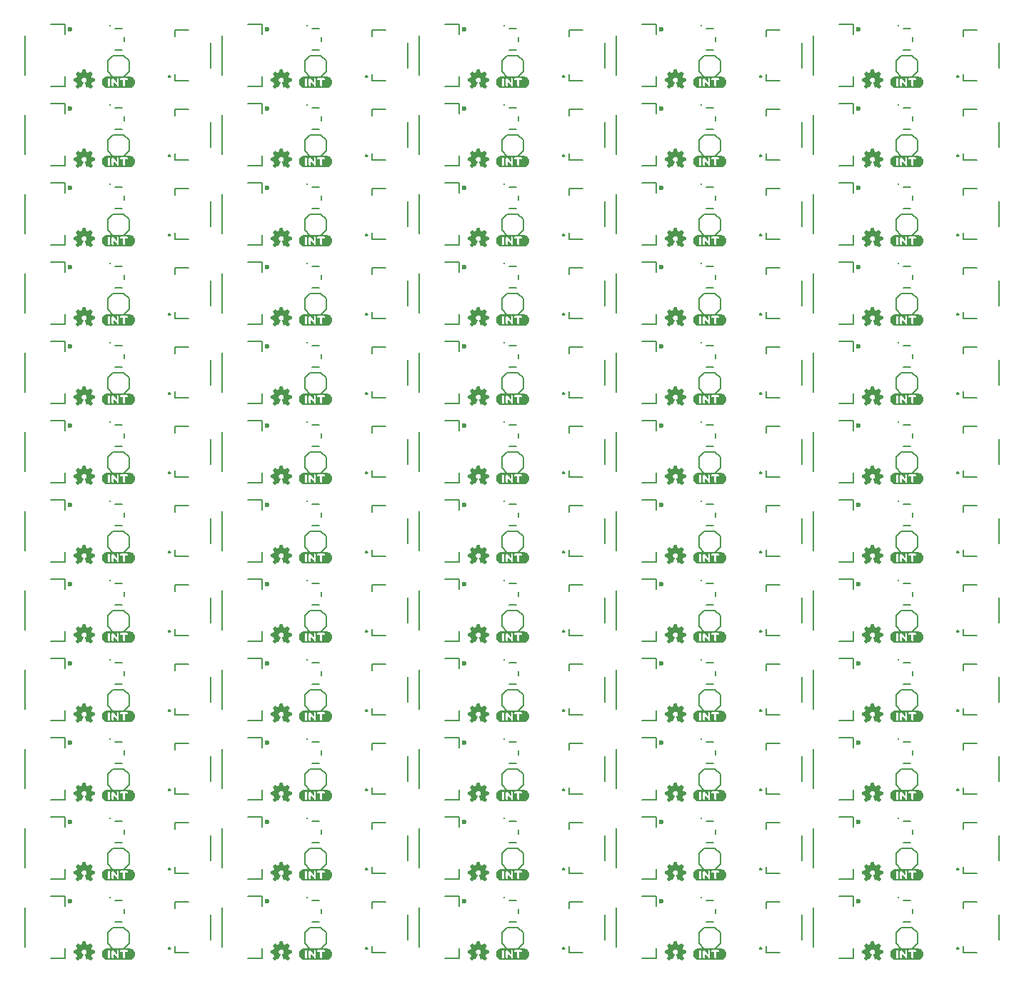
<source format=gto>
G04 EAGLE Gerber RS-274X export*
G75*
%MOMM*%
%FSLAX34Y34*%
%LPD*%
%INSilkscreen Top*%
%IPPOS*%
%AMOC8*
5,1,8,0,0,1.08239X$1,22.5*%
G01*
%ADD10C,0.200000*%
%ADD11C,0.600000*%
%ADD12C,0.203200*%
%ADD13C,0.254000*%

G36*
X361285Y5854D02*
X361285Y5854D01*
X361288Y5851D01*
X361888Y5951D01*
X362587Y6051D01*
X362592Y6056D01*
X362596Y6053D01*
X363196Y6253D01*
X363197Y6256D01*
X363199Y6255D01*
X363899Y6555D01*
X363901Y6557D01*
X363902Y6556D01*
X364502Y6856D01*
X364505Y6863D01*
X364511Y6862D01*
X365011Y7262D01*
X365012Y7266D01*
X365015Y7265D01*
X365513Y7763D01*
X366011Y8162D01*
X366013Y8172D01*
X366021Y8173D01*
X366420Y8771D01*
X366818Y9269D01*
X366819Y9277D01*
X366824Y9278D01*
X367124Y9878D01*
X367123Y9885D01*
X367127Y9886D01*
X367327Y10585D01*
X367527Y11184D01*
X367525Y11191D01*
X367529Y11193D01*
X367729Y12593D01*
X367726Y12598D01*
X367729Y12600D01*
X367729Y13300D01*
X367726Y13305D01*
X367729Y13308D01*
X367629Y13908D01*
X367625Y13911D01*
X367627Y13914D01*
X367427Y14614D01*
X367426Y14615D01*
X367427Y14616D01*
X367227Y15216D01*
X367222Y15219D01*
X367224Y15222D01*
X366624Y16422D01*
X366620Y16424D01*
X366621Y16427D01*
X366221Y17027D01*
X366214Y17030D01*
X366215Y17035D01*
X365715Y17535D01*
X365711Y17535D01*
X365711Y17538D01*
X364711Y18338D01*
X364707Y18339D01*
X364707Y18341D01*
X364107Y18741D01*
X364103Y18741D01*
X364102Y18744D01*
X363502Y19044D01*
X363495Y19043D01*
X363494Y19047D01*
X362795Y19247D01*
X362196Y19447D01*
X362187Y19444D01*
X362184Y19444D01*
X362180Y19449D01*
X361483Y19449D01*
X360787Y19549D01*
X360782Y19546D01*
X360780Y19549D01*
X335080Y19549D01*
X335076Y19546D01*
X335073Y19549D01*
X333673Y19349D01*
X333672Y19348D01*
X333672Y19349D01*
X333072Y19249D01*
X333066Y19242D01*
X333061Y19245D01*
X332361Y18945D01*
X332359Y18943D01*
X332358Y18944D01*
X331158Y18344D01*
X331155Y18337D01*
X331149Y18338D01*
X330649Y17938D01*
X330648Y17934D01*
X330645Y17935D01*
X330145Y17435D01*
X330145Y17431D01*
X330142Y17431D01*
X329742Y16931D01*
X329741Y16927D01*
X329739Y16927D01*
X328939Y15727D01*
X328940Y15719D01*
X328937Y15717D01*
X328933Y15716D01*
X328533Y14516D01*
X328534Y14514D01*
X328533Y14514D01*
X328333Y13814D01*
X328335Y13809D01*
X328331Y13807D01*
X328231Y13107D01*
X328233Y13104D01*
X328234Y13102D01*
X328231Y13100D01*
X328231Y12500D01*
X328234Y12496D01*
X328231Y12493D01*
X328431Y11093D01*
X328436Y11088D01*
X328433Y11084D01*
X328633Y10484D01*
X328636Y10483D01*
X328635Y10481D01*
X328935Y9781D01*
X328939Y9778D01*
X328938Y9775D01*
X329237Y9277D01*
X329536Y8678D01*
X329546Y8673D01*
X329545Y8665D01*
X330043Y8167D01*
X330442Y7669D01*
X330452Y7667D01*
X330453Y7659D01*
X331051Y7260D01*
X331549Y6862D01*
X331557Y6861D01*
X331558Y6856D01*
X332158Y6556D01*
X332160Y6556D01*
X332161Y6555D01*
X332861Y6255D01*
X332864Y6256D01*
X332864Y6253D01*
X333464Y6053D01*
X333471Y6055D01*
X333473Y6051D01*
X334172Y5951D01*
X334772Y5851D01*
X334777Y5854D01*
X334780Y5851D01*
X361280Y5851D01*
X361285Y5854D01*
G37*
G36*
X361285Y851674D02*
X361285Y851674D01*
X361288Y851671D01*
X361888Y851771D01*
X362587Y851871D01*
X362592Y851876D01*
X362596Y851873D01*
X363196Y852073D01*
X363197Y852076D01*
X363199Y852075D01*
X363899Y852375D01*
X363901Y852377D01*
X363902Y852376D01*
X364502Y852676D01*
X364505Y852683D01*
X364511Y852682D01*
X365011Y853082D01*
X365012Y853086D01*
X365015Y853085D01*
X365513Y853583D01*
X366011Y853982D01*
X366013Y853992D01*
X366021Y853993D01*
X366420Y854591D01*
X366818Y855089D01*
X366819Y855097D01*
X366824Y855098D01*
X367124Y855698D01*
X367123Y855705D01*
X367127Y855706D01*
X367327Y856405D01*
X367527Y857004D01*
X367525Y857011D01*
X367529Y857013D01*
X367729Y858413D01*
X367726Y858418D01*
X367729Y858420D01*
X367729Y859120D01*
X367726Y859125D01*
X367729Y859128D01*
X367629Y859728D01*
X367625Y859731D01*
X367627Y859734D01*
X367427Y860434D01*
X367426Y860435D01*
X367427Y860436D01*
X367227Y861036D01*
X367222Y861039D01*
X367224Y861042D01*
X366624Y862242D01*
X366620Y862244D01*
X366621Y862247D01*
X366221Y862847D01*
X366214Y862850D01*
X366215Y862855D01*
X365715Y863355D01*
X365711Y863355D01*
X365711Y863358D01*
X364711Y864158D01*
X364707Y864159D01*
X364707Y864161D01*
X364107Y864561D01*
X364103Y864561D01*
X364102Y864564D01*
X363502Y864864D01*
X363495Y864863D01*
X363494Y864867D01*
X362795Y865067D01*
X362196Y865267D01*
X362187Y865264D01*
X362184Y865264D01*
X362180Y865269D01*
X361483Y865269D01*
X360787Y865369D01*
X360782Y865366D01*
X360780Y865369D01*
X335080Y865369D01*
X335076Y865366D01*
X335073Y865369D01*
X333673Y865169D01*
X333672Y865168D01*
X333672Y865169D01*
X333072Y865069D01*
X333066Y865062D01*
X333061Y865065D01*
X332361Y864765D01*
X332359Y864763D01*
X332358Y864764D01*
X331158Y864164D01*
X331155Y864157D01*
X331149Y864158D01*
X330649Y863758D01*
X330648Y863754D01*
X330645Y863755D01*
X330145Y863255D01*
X330145Y863251D01*
X330142Y863251D01*
X329742Y862751D01*
X329741Y862747D01*
X329739Y862747D01*
X328939Y861547D01*
X328940Y861539D01*
X328937Y861537D01*
X328933Y861536D01*
X328533Y860336D01*
X328534Y860334D01*
X328533Y860334D01*
X328333Y859634D01*
X328335Y859629D01*
X328331Y859627D01*
X328231Y858927D01*
X328233Y858924D01*
X328234Y858922D01*
X328231Y858920D01*
X328231Y858320D01*
X328234Y858316D01*
X328231Y858313D01*
X328431Y856913D01*
X328436Y856908D01*
X328433Y856904D01*
X328633Y856304D01*
X328636Y856303D01*
X328635Y856301D01*
X328935Y855601D01*
X328939Y855598D01*
X328938Y855595D01*
X329237Y855097D01*
X329536Y854498D01*
X329546Y854493D01*
X329545Y854485D01*
X330043Y853987D01*
X330442Y853489D01*
X330452Y853487D01*
X330453Y853479D01*
X331051Y853080D01*
X331549Y852682D01*
X331557Y852681D01*
X331558Y852676D01*
X332158Y852376D01*
X332160Y852376D01*
X332161Y852375D01*
X332861Y852075D01*
X332864Y852076D01*
X332864Y852073D01*
X333464Y851873D01*
X333471Y851875D01*
X333473Y851871D01*
X334172Y851771D01*
X334772Y851671D01*
X334777Y851674D01*
X334780Y851671D01*
X361280Y851671D01*
X361285Y851674D01*
G37*
G36*
X1062325Y851674D02*
X1062325Y851674D01*
X1062328Y851671D01*
X1062928Y851771D01*
X1063627Y851871D01*
X1063632Y851876D01*
X1063636Y851873D01*
X1064236Y852073D01*
X1064237Y852076D01*
X1064239Y852075D01*
X1064939Y852375D01*
X1064941Y852377D01*
X1064942Y852376D01*
X1065542Y852676D01*
X1065545Y852683D01*
X1065551Y852682D01*
X1066051Y853082D01*
X1066052Y853086D01*
X1066055Y853085D01*
X1066553Y853583D01*
X1067051Y853982D01*
X1067053Y853992D01*
X1067061Y853993D01*
X1067460Y854591D01*
X1067858Y855089D01*
X1067859Y855097D01*
X1067864Y855098D01*
X1068164Y855698D01*
X1068163Y855705D01*
X1068167Y855706D01*
X1068367Y856405D01*
X1068567Y857004D01*
X1068565Y857011D01*
X1068569Y857013D01*
X1068769Y858413D01*
X1068766Y858418D01*
X1068769Y858420D01*
X1068769Y859120D01*
X1068766Y859125D01*
X1068769Y859128D01*
X1068669Y859728D01*
X1068665Y859731D01*
X1068667Y859734D01*
X1068467Y860434D01*
X1068466Y860435D01*
X1068467Y860436D01*
X1068267Y861036D01*
X1068262Y861039D01*
X1068264Y861042D01*
X1067664Y862242D01*
X1067660Y862244D01*
X1067661Y862247D01*
X1067261Y862847D01*
X1067254Y862850D01*
X1067255Y862855D01*
X1066755Y863355D01*
X1066751Y863355D01*
X1066751Y863358D01*
X1065751Y864158D01*
X1065747Y864159D01*
X1065747Y864161D01*
X1065147Y864561D01*
X1065143Y864561D01*
X1065142Y864564D01*
X1064542Y864864D01*
X1064535Y864863D01*
X1064534Y864867D01*
X1063835Y865067D01*
X1063236Y865267D01*
X1063227Y865264D01*
X1063224Y865264D01*
X1063220Y865269D01*
X1062523Y865269D01*
X1061827Y865369D01*
X1061822Y865366D01*
X1061820Y865369D01*
X1036120Y865369D01*
X1036116Y865366D01*
X1036113Y865369D01*
X1034713Y865169D01*
X1034712Y865168D01*
X1034712Y865169D01*
X1034112Y865069D01*
X1034106Y865062D01*
X1034101Y865065D01*
X1033401Y864765D01*
X1033399Y864763D01*
X1033398Y864764D01*
X1032198Y864164D01*
X1032195Y864157D01*
X1032189Y864158D01*
X1031689Y863758D01*
X1031688Y863754D01*
X1031685Y863755D01*
X1031185Y863255D01*
X1031185Y863251D01*
X1031182Y863251D01*
X1030782Y862751D01*
X1030781Y862747D01*
X1030779Y862747D01*
X1029979Y861547D01*
X1029980Y861539D01*
X1029977Y861537D01*
X1029973Y861536D01*
X1029573Y860336D01*
X1029574Y860334D01*
X1029573Y860334D01*
X1029373Y859634D01*
X1029375Y859629D01*
X1029371Y859627D01*
X1029271Y858927D01*
X1029273Y858924D01*
X1029274Y858922D01*
X1029271Y858920D01*
X1029271Y858320D01*
X1029274Y858316D01*
X1029271Y858313D01*
X1029471Y856913D01*
X1029476Y856908D01*
X1029473Y856904D01*
X1029673Y856304D01*
X1029676Y856303D01*
X1029675Y856301D01*
X1029975Y855601D01*
X1029979Y855598D01*
X1029978Y855595D01*
X1030277Y855097D01*
X1030576Y854498D01*
X1030586Y854493D01*
X1030585Y854485D01*
X1031083Y853987D01*
X1031482Y853489D01*
X1031492Y853487D01*
X1031493Y853479D01*
X1032091Y853080D01*
X1032589Y852682D01*
X1032597Y852681D01*
X1032598Y852676D01*
X1033198Y852376D01*
X1033200Y852376D01*
X1033201Y852375D01*
X1033901Y852075D01*
X1033904Y852076D01*
X1033904Y852073D01*
X1034504Y851873D01*
X1034511Y851875D01*
X1034513Y851871D01*
X1035212Y851771D01*
X1035812Y851671D01*
X1035817Y851674D01*
X1035820Y851671D01*
X1062320Y851671D01*
X1062325Y851674D01*
G37*
G36*
X828645Y851674D02*
X828645Y851674D01*
X828648Y851671D01*
X829248Y851771D01*
X829947Y851871D01*
X829952Y851876D01*
X829956Y851873D01*
X830556Y852073D01*
X830557Y852076D01*
X830559Y852075D01*
X831259Y852375D01*
X831261Y852377D01*
X831262Y852376D01*
X831862Y852676D01*
X831865Y852683D01*
X831871Y852682D01*
X832371Y853082D01*
X832372Y853086D01*
X832375Y853085D01*
X832873Y853583D01*
X833371Y853982D01*
X833373Y853992D01*
X833381Y853993D01*
X833780Y854591D01*
X834178Y855089D01*
X834179Y855097D01*
X834184Y855098D01*
X834484Y855698D01*
X834483Y855705D01*
X834487Y855706D01*
X834687Y856405D01*
X834887Y857004D01*
X834885Y857011D01*
X834889Y857013D01*
X835089Y858413D01*
X835086Y858418D01*
X835089Y858420D01*
X835089Y859120D01*
X835086Y859125D01*
X835089Y859128D01*
X834989Y859728D01*
X834985Y859731D01*
X834987Y859734D01*
X834787Y860434D01*
X834786Y860435D01*
X834787Y860436D01*
X834587Y861036D01*
X834582Y861039D01*
X834584Y861042D01*
X833984Y862242D01*
X833980Y862244D01*
X833981Y862247D01*
X833581Y862847D01*
X833574Y862850D01*
X833575Y862855D01*
X833075Y863355D01*
X833071Y863355D01*
X833071Y863358D01*
X832071Y864158D01*
X832067Y864159D01*
X832067Y864161D01*
X831467Y864561D01*
X831463Y864561D01*
X831462Y864564D01*
X830862Y864864D01*
X830855Y864863D01*
X830854Y864867D01*
X830155Y865067D01*
X829556Y865267D01*
X829547Y865264D01*
X829544Y865264D01*
X829540Y865269D01*
X828843Y865269D01*
X828147Y865369D01*
X828142Y865366D01*
X828140Y865369D01*
X802440Y865369D01*
X802436Y865366D01*
X802433Y865369D01*
X801033Y865169D01*
X801032Y865168D01*
X801032Y865169D01*
X800432Y865069D01*
X800426Y865062D01*
X800421Y865065D01*
X799721Y864765D01*
X799719Y864763D01*
X799718Y864764D01*
X798518Y864164D01*
X798515Y864157D01*
X798509Y864158D01*
X798009Y863758D01*
X798008Y863754D01*
X798005Y863755D01*
X797505Y863255D01*
X797505Y863251D01*
X797502Y863251D01*
X797102Y862751D01*
X797101Y862747D01*
X797099Y862747D01*
X796299Y861547D01*
X796300Y861539D01*
X796297Y861537D01*
X796293Y861536D01*
X795893Y860336D01*
X795894Y860334D01*
X795893Y860334D01*
X795693Y859634D01*
X795695Y859629D01*
X795691Y859627D01*
X795591Y858927D01*
X795593Y858924D01*
X795594Y858922D01*
X795591Y858920D01*
X795591Y858320D01*
X795594Y858316D01*
X795591Y858313D01*
X795791Y856913D01*
X795796Y856908D01*
X795793Y856904D01*
X795993Y856304D01*
X795996Y856303D01*
X795995Y856301D01*
X796295Y855601D01*
X796299Y855598D01*
X796298Y855595D01*
X796597Y855097D01*
X796896Y854498D01*
X796906Y854493D01*
X796905Y854485D01*
X797403Y853987D01*
X797802Y853489D01*
X797812Y853487D01*
X797813Y853479D01*
X798411Y853080D01*
X798909Y852682D01*
X798917Y852681D01*
X798918Y852676D01*
X799518Y852376D01*
X799520Y852376D01*
X799521Y852375D01*
X800221Y852075D01*
X800224Y852076D01*
X800224Y852073D01*
X800824Y851873D01*
X800831Y851875D01*
X800833Y851871D01*
X801532Y851771D01*
X802132Y851671D01*
X802137Y851674D01*
X802140Y851671D01*
X828640Y851671D01*
X828645Y851674D01*
G37*
G36*
X127605Y851674D02*
X127605Y851674D01*
X127608Y851671D01*
X128208Y851771D01*
X128907Y851871D01*
X128912Y851876D01*
X128916Y851873D01*
X129516Y852073D01*
X129517Y852076D01*
X129519Y852075D01*
X130219Y852375D01*
X130221Y852377D01*
X130222Y852376D01*
X130822Y852676D01*
X130825Y852683D01*
X130831Y852682D01*
X131331Y853082D01*
X131332Y853086D01*
X131335Y853085D01*
X131833Y853583D01*
X132331Y853982D01*
X132333Y853992D01*
X132341Y853993D01*
X132740Y854591D01*
X133138Y855089D01*
X133139Y855097D01*
X133144Y855098D01*
X133444Y855698D01*
X133443Y855705D01*
X133447Y855706D01*
X133647Y856405D01*
X133847Y857004D01*
X133845Y857011D01*
X133849Y857013D01*
X134049Y858413D01*
X134046Y858418D01*
X134049Y858420D01*
X134049Y859120D01*
X134046Y859125D01*
X134049Y859128D01*
X133949Y859728D01*
X133945Y859731D01*
X133947Y859734D01*
X133747Y860434D01*
X133746Y860435D01*
X133747Y860436D01*
X133547Y861036D01*
X133542Y861039D01*
X133544Y861042D01*
X132944Y862242D01*
X132940Y862244D01*
X132941Y862247D01*
X132541Y862847D01*
X132534Y862850D01*
X132535Y862855D01*
X132035Y863355D01*
X132031Y863355D01*
X132031Y863358D01*
X131031Y864158D01*
X131027Y864159D01*
X131027Y864161D01*
X130427Y864561D01*
X130423Y864561D01*
X130422Y864564D01*
X129822Y864864D01*
X129815Y864863D01*
X129814Y864867D01*
X129115Y865067D01*
X128516Y865267D01*
X128507Y865264D01*
X128504Y865264D01*
X128500Y865269D01*
X127803Y865269D01*
X127107Y865369D01*
X127102Y865366D01*
X127100Y865369D01*
X101400Y865369D01*
X101396Y865366D01*
X101393Y865369D01*
X99993Y865169D01*
X99992Y865168D01*
X99992Y865169D01*
X99392Y865069D01*
X99386Y865062D01*
X99381Y865065D01*
X98681Y864765D01*
X98679Y864763D01*
X98678Y864764D01*
X97478Y864164D01*
X97475Y864157D01*
X97469Y864158D01*
X96969Y863758D01*
X96968Y863754D01*
X96965Y863755D01*
X96465Y863255D01*
X96465Y863251D01*
X96462Y863251D01*
X96062Y862751D01*
X96061Y862747D01*
X96059Y862747D01*
X95259Y861547D01*
X95260Y861539D01*
X95257Y861537D01*
X95253Y861536D01*
X94853Y860336D01*
X94854Y860334D01*
X94853Y860334D01*
X94653Y859634D01*
X94655Y859629D01*
X94651Y859627D01*
X94551Y858927D01*
X94553Y858924D01*
X94554Y858922D01*
X94551Y858920D01*
X94551Y858320D01*
X94554Y858316D01*
X94551Y858313D01*
X94751Y856913D01*
X94756Y856908D01*
X94753Y856904D01*
X94953Y856304D01*
X94956Y856303D01*
X94955Y856301D01*
X95255Y855601D01*
X95259Y855598D01*
X95258Y855595D01*
X95557Y855097D01*
X95856Y854498D01*
X95866Y854493D01*
X95865Y854485D01*
X96363Y853987D01*
X96762Y853489D01*
X96772Y853487D01*
X96773Y853479D01*
X97371Y853080D01*
X97869Y852682D01*
X97877Y852681D01*
X97878Y852676D01*
X98478Y852376D01*
X98480Y852376D01*
X98481Y852375D01*
X99181Y852075D01*
X99184Y852076D01*
X99184Y852073D01*
X99784Y851873D01*
X99791Y851875D01*
X99793Y851871D01*
X100492Y851771D01*
X101092Y851671D01*
X101097Y851674D01*
X101100Y851671D01*
X127600Y851671D01*
X127605Y851674D01*
G37*
G36*
X594965Y851674D02*
X594965Y851674D01*
X594968Y851671D01*
X595568Y851771D01*
X596267Y851871D01*
X596272Y851876D01*
X596276Y851873D01*
X596876Y852073D01*
X596877Y852076D01*
X596879Y852075D01*
X597579Y852375D01*
X597581Y852377D01*
X597582Y852376D01*
X598182Y852676D01*
X598185Y852683D01*
X598191Y852682D01*
X598691Y853082D01*
X598692Y853086D01*
X598695Y853085D01*
X599193Y853583D01*
X599691Y853982D01*
X599693Y853992D01*
X599701Y853993D01*
X600100Y854591D01*
X600498Y855089D01*
X600499Y855097D01*
X600504Y855098D01*
X600804Y855698D01*
X600803Y855705D01*
X600807Y855706D01*
X601007Y856405D01*
X601207Y857004D01*
X601205Y857011D01*
X601209Y857013D01*
X601409Y858413D01*
X601406Y858418D01*
X601409Y858420D01*
X601409Y859120D01*
X601406Y859125D01*
X601409Y859128D01*
X601309Y859728D01*
X601305Y859731D01*
X601307Y859734D01*
X601107Y860434D01*
X601106Y860435D01*
X601107Y860436D01*
X600907Y861036D01*
X600902Y861039D01*
X600904Y861042D01*
X600304Y862242D01*
X600300Y862244D01*
X600301Y862247D01*
X599901Y862847D01*
X599894Y862850D01*
X599895Y862855D01*
X599395Y863355D01*
X599391Y863355D01*
X599391Y863358D01*
X598391Y864158D01*
X598387Y864159D01*
X598387Y864161D01*
X597787Y864561D01*
X597783Y864561D01*
X597782Y864564D01*
X597182Y864864D01*
X597175Y864863D01*
X597174Y864867D01*
X596475Y865067D01*
X595876Y865267D01*
X595867Y865264D01*
X595864Y865264D01*
X595860Y865269D01*
X595163Y865269D01*
X594467Y865369D01*
X594462Y865366D01*
X594460Y865369D01*
X568760Y865369D01*
X568756Y865366D01*
X568753Y865369D01*
X567353Y865169D01*
X567352Y865168D01*
X567352Y865169D01*
X566752Y865069D01*
X566746Y865062D01*
X566741Y865065D01*
X566041Y864765D01*
X566039Y864763D01*
X566038Y864764D01*
X564838Y864164D01*
X564835Y864157D01*
X564829Y864158D01*
X564329Y863758D01*
X564328Y863754D01*
X564325Y863755D01*
X563825Y863255D01*
X563825Y863251D01*
X563822Y863251D01*
X563422Y862751D01*
X563421Y862747D01*
X563419Y862747D01*
X562619Y861547D01*
X562620Y861539D01*
X562617Y861537D01*
X562613Y861536D01*
X562213Y860336D01*
X562214Y860334D01*
X562213Y860334D01*
X562013Y859634D01*
X562015Y859629D01*
X562011Y859627D01*
X561911Y858927D01*
X561913Y858924D01*
X561914Y858922D01*
X561911Y858920D01*
X561911Y858320D01*
X561914Y858316D01*
X561911Y858313D01*
X562111Y856913D01*
X562116Y856908D01*
X562113Y856904D01*
X562313Y856304D01*
X562316Y856303D01*
X562315Y856301D01*
X562615Y855601D01*
X562619Y855598D01*
X562618Y855595D01*
X562917Y855097D01*
X563216Y854498D01*
X563226Y854493D01*
X563225Y854485D01*
X563723Y853987D01*
X564122Y853489D01*
X564132Y853487D01*
X564133Y853479D01*
X564731Y853080D01*
X565229Y852682D01*
X565237Y852681D01*
X565238Y852676D01*
X565838Y852376D01*
X565840Y852376D01*
X565841Y852375D01*
X566541Y852075D01*
X566544Y852076D01*
X566544Y852073D01*
X567144Y851873D01*
X567151Y851875D01*
X567153Y851871D01*
X567852Y851771D01*
X568452Y851671D01*
X568457Y851674D01*
X568460Y851671D01*
X594960Y851671D01*
X594965Y851674D01*
G37*
G36*
X828645Y475754D02*
X828645Y475754D01*
X828648Y475751D01*
X829248Y475851D01*
X829947Y475951D01*
X829952Y475956D01*
X829956Y475953D01*
X830556Y476153D01*
X830557Y476156D01*
X830559Y476155D01*
X831259Y476455D01*
X831261Y476457D01*
X831262Y476456D01*
X831862Y476756D01*
X831865Y476763D01*
X831871Y476762D01*
X832371Y477162D01*
X832372Y477166D01*
X832375Y477165D01*
X832873Y477663D01*
X833371Y478062D01*
X833373Y478072D01*
X833381Y478073D01*
X833780Y478671D01*
X834178Y479169D01*
X834179Y479177D01*
X834184Y479178D01*
X834484Y479778D01*
X834483Y479785D01*
X834487Y479786D01*
X834687Y480485D01*
X834887Y481084D01*
X834885Y481091D01*
X834889Y481093D01*
X835089Y482493D01*
X835086Y482498D01*
X835089Y482500D01*
X835089Y483200D01*
X835086Y483205D01*
X835089Y483208D01*
X834989Y483808D01*
X834985Y483811D01*
X834987Y483814D01*
X834787Y484514D01*
X834786Y484515D01*
X834787Y484516D01*
X834587Y485116D01*
X834582Y485119D01*
X834584Y485122D01*
X833984Y486322D01*
X833980Y486324D01*
X833981Y486327D01*
X833581Y486927D01*
X833574Y486930D01*
X833575Y486935D01*
X833075Y487435D01*
X833071Y487435D01*
X833071Y487438D01*
X832071Y488238D01*
X832067Y488239D01*
X832067Y488241D01*
X831467Y488641D01*
X831463Y488641D01*
X831462Y488644D01*
X830862Y488944D01*
X830855Y488943D01*
X830854Y488947D01*
X830155Y489147D01*
X829556Y489347D01*
X829547Y489344D01*
X829544Y489344D01*
X829540Y489349D01*
X828843Y489349D01*
X828147Y489449D01*
X828142Y489446D01*
X828140Y489449D01*
X802440Y489449D01*
X802436Y489446D01*
X802433Y489449D01*
X801033Y489249D01*
X801032Y489248D01*
X801032Y489249D01*
X800432Y489149D01*
X800426Y489142D01*
X800421Y489145D01*
X799721Y488845D01*
X799719Y488843D01*
X799718Y488844D01*
X798518Y488244D01*
X798515Y488237D01*
X798509Y488238D01*
X798009Y487838D01*
X798008Y487834D01*
X798005Y487835D01*
X797505Y487335D01*
X797505Y487331D01*
X797502Y487331D01*
X797102Y486831D01*
X797101Y486827D01*
X797099Y486827D01*
X796299Y485627D01*
X796300Y485619D01*
X796297Y485617D01*
X796293Y485616D01*
X795893Y484416D01*
X795894Y484414D01*
X795893Y484414D01*
X795693Y483714D01*
X795695Y483709D01*
X795691Y483707D01*
X795591Y483007D01*
X795593Y483004D01*
X795594Y483002D01*
X795591Y483000D01*
X795591Y482400D01*
X795594Y482396D01*
X795591Y482393D01*
X795791Y480993D01*
X795796Y480988D01*
X795793Y480984D01*
X795993Y480384D01*
X795996Y480383D01*
X795995Y480381D01*
X796295Y479681D01*
X796299Y479678D01*
X796298Y479675D01*
X796597Y479177D01*
X796896Y478578D01*
X796906Y478573D01*
X796905Y478565D01*
X797403Y478067D01*
X797802Y477569D01*
X797812Y477567D01*
X797813Y477559D01*
X798411Y477160D01*
X798909Y476762D01*
X798917Y476761D01*
X798918Y476756D01*
X799518Y476456D01*
X799520Y476456D01*
X799521Y476455D01*
X800221Y476155D01*
X800224Y476156D01*
X800224Y476153D01*
X800824Y475953D01*
X800831Y475955D01*
X800833Y475951D01*
X801532Y475851D01*
X802132Y475751D01*
X802137Y475754D01*
X802140Y475751D01*
X828640Y475751D01*
X828645Y475754D01*
G37*
G36*
X1062325Y569734D02*
X1062325Y569734D01*
X1062328Y569731D01*
X1062928Y569831D01*
X1063627Y569931D01*
X1063632Y569936D01*
X1063636Y569933D01*
X1064236Y570133D01*
X1064237Y570136D01*
X1064239Y570135D01*
X1064939Y570435D01*
X1064941Y570437D01*
X1064942Y570436D01*
X1065542Y570736D01*
X1065545Y570743D01*
X1065551Y570742D01*
X1066051Y571142D01*
X1066052Y571146D01*
X1066055Y571145D01*
X1066553Y571643D01*
X1067051Y572042D01*
X1067053Y572052D01*
X1067061Y572053D01*
X1067460Y572651D01*
X1067858Y573149D01*
X1067859Y573157D01*
X1067864Y573158D01*
X1068164Y573758D01*
X1068163Y573765D01*
X1068167Y573766D01*
X1068367Y574465D01*
X1068567Y575064D01*
X1068565Y575071D01*
X1068569Y575073D01*
X1068769Y576473D01*
X1068766Y576478D01*
X1068769Y576480D01*
X1068769Y577180D01*
X1068766Y577185D01*
X1068769Y577188D01*
X1068669Y577788D01*
X1068665Y577791D01*
X1068667Y577794D01*
X1068467Y578494D01*
X1068466Y578495D01*
X1068467Y578496D01*
X1068267Y579096D01*
X1068262Y579099D01*
X1068264Y579102D01*
X1067664Y580302D01*
X1067660Y580304D01*
X1067661Y580307D01*
X1067261Y580907D01*
X1067254Y580910D01*
X1067255Y580915D01*
X1066755Y581415D01*
X1066751Y581415D01*
X1066751Y581418D01*
X1065751Y582218D01*
X1065747Y582219D01*
X1065747Y582221D01*
X1065147Y582621D01*
X1065143Y582621D01*
X1065142Y582624D01*
X1064542Y582924D01*
X1064535Y582923D01*
X1064534Y582927D01*
X1063835Y583127D01*
X1063236Y583327D01*
X1063227Y583324D01*
X1063224Y583324D01*
X1063220Y583329D01*
X1062523Y583329D01*
X1061827Y583429D01*
X1061822Y583426D01*
X1061820Y583429D01*
X1036120Y583429D01*
X1036116Y583426D01*
X1036113Y583429D01*
X1034713Y583229D01*
X1034712Y583228D01*
X1034712Y583229D01*
X1034112Y583129D01*
X1034106Y583122D01*
X1034101Y583125D01*
X1033401Y582825D01*
X1033399Y582823D01*
X1033398Y582824D01*
X1032198Y582224D01*
X1032195Y582217D01*
X1032189Y582218D01*
X1031689Y581818D01*
X1031688Y581814D01*
X1031685Y581815D01*
X1031185Y581315D01*
X1031185Y581311D01*
X1031182Y581311D01*
X1030782Y580811D01*
X1030781Y580807D01*
X1030779Y580807D01*
X1029979Y579607D01*
X1029980Y579599D01*
X1029977Y579597D01*
X1029973Y579596D01*
X1029573Y578396D01*
X1029574Y578394D01*
X1029573Y578394D01*
X1029373Y577694D01*
X1029375Y577689D01*
X1029371Y577687D01*
X1029271Y576987D01*
X1029273Y576984D01*
X1029274Y576982D01*
X1029271Y576980D01*
X1029271Y576380D01*
X1029274Y576376D01*
X1029271Y576373D01*
X1029471Y574973D01*
X1029476Y574968D01*
X1029473Y574964D01*
X1029673Y574364D01*
X1029676Y574363D01*
X1029675Y574361D01*
X1029975Y573661D01*
X1029979Y573658D01*
X1029978Y573655D01*
X1030277Y573157D01*
X1030576Y572558D01*
X1030586Y572553D01*
X1030585Y572545D01*
X1031083Y572047D01*
X1031482Y571549D01*
X1031492Y571547D01*
X1031493Y571539D01*
X1032091Y571140D01*
X1032589Y570742D01*
X1032597Y570741D01*
X1032598Y570736D01*
X1033198Y570436D01*
X1033200Y570436D01*
X1033201Y570435D01*
X1033901Y570135D01*
X1033904Y570136D01*
X1033904Y570133D01*
X1034504Y569933D01*
X1034511Y569935D01*
X1034513Y569931D01*
X1035212Y569831D01*
X1035812Y569731D01*
X1035817Y569734D01*
X1035820Y569731D01*
X1062320Y569731D01*
X1062325Y569734D01*
G37*
G36*
X1062325Y193814D02*
X1062325Y193814D01*
X1062328Y193811D01*
X1062928Y193911D01*
X1063627Y194011D01*
X1063632Y194016D01*
X1063636Y194013D01*
X1064236Y194213D01*
X1064237Y194216D01*
X1064239Y194215D01*
X1064939Y194515D01*
X1064941Y194517D01*
X1064942Y194516D01*
X1065542Y194816D01*
X1065545Y194823D01*
X1065551Y194822D01*
X1066051Y195222D01*
X1066052Y195226D01*
X1066055Y195225D01*
X1066553Y195723D01*
X1067051Y196122D01*
X1067053Y196132D01*
X1067061Y196133D01*
X1067460Y196731D01*
X1067858Y197229D01*
X1067859Y197237D01*
X1067864Y197238D01*
X1068164Y197838D01*
X1068163Y197845D01*
X1068167Y197846D01*
X1068367Y198545D01*
X1068567Y199144D01*
X1068565Y199151D01*
X1068569Y199153D01*
X1068769Y200553D01*
X1068766Y200558D01*
X1068769Y200560D01*
X1068769Y201260D01*
X1068766Y201265D01*
X1068769Y201268D01*
X1068669Y201868D01*
X1068665Y201871D01*
X1068667Y201874D01*
X1068467Y202574D01*
X1068466Y202575D01*
X1068467Y202576D01*
X1068267Y203176D01*
X1068262Y203179D01*
X1068264Y203182D01*
X1067664Y204382D01*
X1067660Y204384D01*
X1067661Y204387D01*
X1067261Y204987D01*
X1067254Y204990D01*
X1067255Y204995D01*
X1066755Y205495D01*
X1066751Y205495D01*
X1066751Y205498D01*
X1065751Y206298D01*
X1065747Y206299D01*
X1065747Y206301D01*
X1065147Y206701D01*
X1065143Y206701D01*
X1065142Y206704D01*
X1064542Y207004D01*
X1064535Y207003D01*
X1064534Y207007D01*
X1063835Y207207D01*
X1063236Y207407D01*
X1063227Y207404D01*
X1063224Y207404D01*
X1063220Y207409D01*
X1062523Y207409D01*
X1061827Y207509D01*
X1061822Y207506D01*
X1061820Y207509D01*
X1036120Y207509D01*
X1036116Y207506D01*
X1036113Y207509D01*
X1034713Y207309D01*
X1034712Y207308D01*
X1034712Y207309D01*
X1034112Y207209D01*
X1034106Y207202D01*
X1034101Y207205D01*
X1033401Y206905D01*
X1033399Y206903D01*
X1033398Y206904D01*
X1032198Y206304D01*
X1032195Y206297D01*
X1032189Y206298D01*
X1031689Y205898D01*
X1031688Y205894D01*
X1031685Y205895D01*
X1031185Y205395D01*
X1031185Y205391D01*
X1031182Y205391D01*
X1030782Y204891D01*
X1030781Y204887D01*
X1030779Y204887D01*
X1029979Y203687D01*
X1029980Y203679D01*
X1029977Y203677D01*
X1029973Y203676D01*
X1029573Y202476D01*
X1029574Y202474D01*
X1029573Y202474D01*
X1029373Y201774D01*
X1029375Y201769D01*
X1029371Y201767D01*
X1029271Y201067D01*
X1029273Y201064D01*
X1029274Y201062D01*
X1029271Y201060D01*
X1029271Y200460D01*
X1029274Y200456D01*
X1029271Y200453D01*
X1029471Y199053D01*
X1029476Y199048D01*
X1029473Y199044D01*
X1029673Y198444D01*
X1029676Y198443D01*
X1029675Y198441D01*
X1029975Y197741D01*
X1029979Y197738D01*
X1029978Y197735D01*
X1030277Y197237D01*
X1030576Y196638D01*
X1030586Y196633D01*
X1030585Y196625D01*
X1031083Y196127D01*
X1031482Y195629D01*
X1031492Y195627D01*
X1031493Y195619D01*
X1032091Y195220D01*
X1032589Y194822D01*
X1032597Y194821D01*
X1032598Y194816D01*
X1033198Y194516D01*
X1033200Y194516D01*
X1033201Y194515D01*
X1033901Y194215D01*
X1033904Y194216D01*
X1033904Y194213D01*
X1034504Y194013D01*
X1034511Y194015D01*
X1034513Y194011D01*
X1035212Y193911D01*
X1035812Y193811D01*
X1035817Y193814D01*
X1035820Y193811D01*
X1062320Y193811D01*
X1062325Y193814D01*
G37*
G36*
X361285Y193814D02*
X361285Y193814D01*
X361288Y193811D01*
X361888Y193911D01*
X362587Y194011D01*
X362592Y194016D01*
X362596Y194013D01*
X363196Y194213D01*
X363197Y194216D01*
X363199Y194215D01*
X363899Y194515D01*
X363901Y194517D01*
X363902Y194516D01*
X364502Y194816D01*
X364505Y194823D01*
X364511Y194822D01*
X365011Y195222D01*
X365012Y195226D01*
X365015Y195225D01*
X365513Y195723D01*
X366011Y196122D01*
X366013Y196132D01*
X366021Y196133D01*
X366420Y196731D01*
X366818Y197229D01*
X366819Y197237D01*
X366824Y197238D01*
X367124Y197838D01*
X367123Y197845D01*
X367127Y197846D01*
X367327Y198545D01*
X367527Y199144D01*
X367525Y199151D01*
X367529Y199153D01*
X367729Y200553D01*
X367726Y200558D01*
X367729Y200560D01*
X367729Y201260D01*
X367726Y201265D01*
X367729Y201268D01*
X367629Y201868D01*
X367625Y201871D01*
X367627Y201874D01*
X367427Y202574D01*
X367426Y202575D01*
X367427Y202576D01*
X367227Y203176D01*
X367222Y203179D01*
X367224Y203182D01*
X366624Y204382D01*
X366620Y204384D01*
X366621Y204387D01*
X366221Y204987D01*
X366214Y204990D01*
X366215Y204995D01*
X365715Y205495D01*
X365711Y205495D01*
X365711Y205498D01*
X364711Y206298D01*
X364707Y206299D01*
X364707Y206301D01*
X364107Y206701D01*
X364103Y206701D01*
X364102Y206704D01*
X363502Y207004D01*
X363495Y207003D01*
X363494Y207007D01*
X362795Y207207D01*
X362196Y207407D01*
X362187Y207404D01*
X362184Y207404D01*
X362180Y207409D01*
X361483Y207409D01*
X360787Y207509D01*
X360782Y207506D01*
X360780Y207509D01*
X335080Y207509D01*
X335076Y207506D01*
X335073Y207509D01*
X333673Y207309D01*
X333672Y207308D01*
X333672Y207309D01*
X333072Y207209D01*
X333066Y207202D01*
X333061Y207205D01*
X332361Y206905D01*
X332359Y206903D01*
X332358Y206904D01*
X331158Y206304D01*
X331155Y206297D01*
X331149Y206298D01*
X330649Y205898D01*
X330648Y205894D01*
X330645Y205895D01*
X330145Y205395D01*
X330145Y205391D01*
X330142Y205391D01*
X329742Y204891D01*
X329741Y204887D01*
X329739Y204887D01*
X328939Y203687D01*
X328940Y203679D01*
X328937Y203677D01*
X328933Y203676D01*
X328533Y202476D01*
X328534Y202474D01*
X328533Y202474D01*
X328333Y201774D01*
X328335Y201769D01*
X328331Y201767D01*
X328231Y201067D01*
X328233Y201064D01*
X328234Y201062D01*
X328231Y201060D01*
X328231Y200460D01*
X328234Y200456D01*
X328231Y200453D01*
X328431Y199053D01*
X328436Y199048D01*
X328433Y199044D01*
X328633Y198444D01*
X328636Y198443D01*
X328635Y198441D01*
X328935Y197741D01*
X328939Y197738D01*
X328938Y197735D01*
X329237Y197237D01*
X329536Y196638D01*
X329546Y196633D01*
X329545Y196625D01*
X330043Y196127D01*
X330442Y195629D01*
X330452Y195627D01*
X330453Y195619D01*
X331051Y195220D01*
X331549Y194822D01*
X331557Y194821D01*
X331558Y194816D01*
X332158Y194516D01*
X332160Y194516D01*
X332161Y194515D01*
X332861Y194215D01*
X332864Y194216D01*
X332864Y194213D01*
X333464Y194013D01*
X333471Y194015D01*
X333473Y194011D01*
X334172Y193911D01*
X334772Y193811D01*
X334777Y193814D01*
X334780Y193811D01*
X361280Y193811D01*
X361285Y193814D01*
G37*
G36*
X1062325Y381774D02*
X1062325Y381774D01*
X1062328Y381771D01*
X1062928Y381871D01*
X1063627Y381971D01*
X1063632Y381976D01*
X1063636Y381973D01*
X1064236Y382173D01*
X1064237Y382176D01*
X1064239Y382175D01*
X1064939Y382475D01*
X1064941Y382477D01*
X1064942Y382476D01*
X1065542Y382776D01*
X1065545Y382783D01*
X1065551Y382782D01*
X1066051Y383182D01*
X1066052Y383186D01*
X1066055Y383185D01*
X1066553Y383683D01*
X1067051Y384082D01*
X1067053Y384092D01*
X1067061Y384093D01*
X1067460Y384691D01*
X1067858Y385189D01*
X1067859Y385197D01*
X1067864Y385198D01*
X1068164Y385798D01*
X1068163Y385805D01*
X1068167Y385806D01*
X1068367Y386505D01*
X1068567Y387104D01*
X1068565Y387111D01*
X1068569Y387113D01*
X1068769Y388513D01*
X1068766Y388518D01*
X1068769Y388520D01*
X1068769Y389220D01*
X1068766Y389225D01*
X1068769Y389228D01*
X1068669Y389828D01*
X1068665Y389831D01*
X1068667Y389834D01*
X1068467Y390534D01*
X1068466Y390535D01*
X1068467Y390536D01*
X1068267Y391136D01*
X1068262Y391139D01*
X1068264Y391142D01*
X1067664Y392342D01*
X1067660Y392344D01*
X1067661Y392347D01*
X1067261Y392947D01*
X1067254Y392950D01*
X1067255Y392955D01*
X1066755Y393455D01*
X1066751Y393455D01*
X1066751Y393458D01*
X1065751Y394258D01*
X1065747Y394259D01*
X1065747Y394261D01*
X1065147Y394661D01*
X1065143Y394661D01*
X1065142Y394664D01*
X1064542Y394964D01*
X1064535Y394963D01*
X1064534Y394967D01*
X1063835Y395167D01*
X1063236Y395367D01*
X1063227Y395364D01*
X1063224Y395364D01*
X1063220Y395369D01*
X1062523Y395369D01*
X1061827Y395469D01*
X1061822Y395466D01*
X1061820Y395469D01*
X1036120Y395469D01*
X1036116Y395466D01*
X1036113Y395469D01*
X1034713Y395269D01*
X1034712Y395268D01*
X1034712Y395269D01*
X1034112Y395169D01*
X1034106Y395162D01*
X1034101Y395165D01*
X1033401Y394865D01*
X1033399Y394863D01*
X1033398Y394864D01*
X1032198Y394264D01*
X1032195Y394257D01*
X1032189Y394258D01*
X1031689Y393858D01*
X1031688Y393854D01*
X1031685Y393855D01*
X1031185Y393355D01*
X1031185Y393351D01*
X1031182Y393351D01*
X1030782Y392851D01*
X1030781Y392847D01*
X1030779Y392847D01*
X1029979Y391647D01*
X1029980Y391639D01*
X1029977Y391637D01*
X1029973Y391636D01*
X1029573Y390436D01*
X1029574Y390434D01*
X1029573Y390434D01*
X1029373Y389734D01*
X1029375Y389729D01*
X1029371Y389727D01*
X1029271Y389027D01*
X1029273Y389024D01*
X1029274Y389022D01*
X1029271Y389020D01*
X1029271Y388420D01*
X1029274Y388416D01*
X1029271Y388413D01*
X1029471Y387013D01*
X1029476Y387008D01*
X1029473Y387004D01*
X1029673Y386404D01*
X1029676Y386403D01*
X1029675Y386401D01*
X1029975Y385701D01*
X1029979Y385698D01*
X1029978Y385695D01*
X1030277Y385197D01*
X1030576Y384598D01*
X1030586Y384593D01*
X1030585Y384585D01*
X1031083Y384087D01*
X1031482Y383589D01*
X1031492Y383587D01*
X1031493Y383579D01*
X1032091Y383180D01*
X1032589Y382782D01*
X1032597Y382781D01*
X1032598Y382776D01*
X1033198Y382476D01*
X1033200Y382476D01*
X1033201Y382475D01*
X1033901Y382175D01*
X1033904Y382176D01*
X1033904Y382173D01*
X1034504Y381973D01*
X1034511Y381975D01*
X1034513Y381971D01*
X1035212Y381871D01*
X1035812Y381771D01*
X1035817Y381774D01*
X1035820Y381771D01*
X1062320Y381771D01*
X1062325Y381774D01*
G37*
G36*
X127605Y569734D02*
X127605Y569734D01*
X127608Y569731D01*
X128208Y569831D01*
X128907Y569931D01*
X128912Y569936D01*
X128916Y569933D01*
X129516Y570133D01*
X129517Y570136D01*
X129519Y570135D01*
X130219Y570435D01*
X130221Y570437D01*
X130222Y570436D01*
X130822Y570736D01*
X130825Y570743D01*
X130831Y570742D01*
X131331Y571142D01*
X131332Y571146D01*
X131335Y571145D01*
X131833Y571643D01*
X132331Y572042D01*
X132333Y572052D01*
X132341Y572053D01*
X132740Y572651D01*
X133138Y573149D01*
X133139Y573157D01*
X133144Y573158D01*
X133444Y573758D01*
X133443Y573765D01*
X133447Y573766D01*
X133647Y574465D01*
X133847Y575064D01*
X133845Y575071D01*
X133849Y575073D01*
X134049Y576473D01*
X134046Y576478D01*
X134049Y576480D01*
X134049Y577180D01*
X134046Y577185D01*
X134049Y577188D01*
X133949Y577788D01*
X133945Y577791D01*
X133947Y577794D01*
X133747Y578494D01*
X133746Y578495D01*
X133747Y578496D01*
X133547Y579096D01*
X133542Y579099D01*
X133544Y579102D01*
X132944Y580302D01*
X132940Y580304D01*
X132941Y580307D01*
X132541Y580907D01*
X132534Y580910D01*
X132535Y580915D01*
X132035Y581415D01*
X132031Y581415D01*
X132031Y581418D01*
X131031Y582218D01*
X131027Y582219D01*
X131027Y582221D01*
X130427Y582621D01*
X130423Y582621D01*
X130422Y582624D01*
X129822Y582924D01*
X129815Y582923D01*
X129814Y582927D01*
X129115Y583127D01*
X128516Y583327D01*
X128507Y583324D01*
X128504Y583324D01*
X128500Y583329D01*
X127803Y583329D01*
X127107Y583429D01*
X127102Y583426D01*
X127100Y583429D01*
X101400Y583429D01*
X101396Y583426D01*
X101393Y583429D01*
X99993Y583229D01*
X99992Y583228D01*
X99992Y583229D01*
X99392Y583129D01*
X99386Y583122D01*
X99381Y583125D01*
X98681Y582825D01*
X98679Y582823D01*
X98678Y582824D01*
X97478Y582224D01*
X97475Y582217D01*
X97469Y582218D01*
X96969Y581818D01*
X96968Y581814D01*
X96965Y581815D01*
X96465Y581315D01*
X96465Y581311D01*
X96462Y581311D01*
X96062Y580811D01*
X96061Y580807D01*
X96059Y580807D01*
X95259Y579607D01*
X95260Y579599D01*
X95257Y579597D01*
X95253Y579596D01*
X94853Y578396D01*
X94854Y578394D01*
X94853Y578394D01*
X94653Y577694D01*
X94655Y577689D01*
X94651Y577687D01*
X94551Y576987D01*
X94553Y576984D01*
X94554Y576982D01*
X94551Y576980D01*
X94551Y576380D01*
X94554Y576376D01*
X94551Y576373D01*
X94751Y574973D01*
X94756Y574968D01*
X94753Y574964D01*
X94953Y574364D01*
X94956Y574363D01*
X94955Y574361D01*
X95255Y573661D01*
X95259Y573658D01*
X95258Y573655D01*
X95557Y573157D01*
X95856Y572558D01*
X95866Y572553D01*
X95865Y572545D01*
X96363Y572047D01*
X96762Y571549D01*
X96772Y571547D01*
X96773Y571539D01*
X97371Y571140D01*
X97869Y570742D01*
X97877Y570741D01*
X97878Y570736D01*
X98478Y570436D01*
X98480Y570436D01*
X98481Y570435D01*
X99181Y570135D01*
X99184Y570136D01*
X99184Y570133D01*
X99784Y569933D01*
X99791Y569935D01*
X99793Y569931D01*
X100492Y569831D01*
X101092Y569731D01*
X101097Y569734D01*
X101100Y569731D01*
X127600Y569731D01*
X127605Y569734D01*
G37*
G36*
X594965Y569734D02*
X594965Y569734D01*
X594968Y569731D01*
X595568Y569831D01*
X596267Y569931D01*
X596272Y569936D01*
X596276Y569933D01*
X596876Y570133D01*
X596877Y570136D01*
X596879Y570135D01*
X597579Y570435D01*
X597581Y570437D01*
X597582Y570436D01*
X598182Y570736D01*
X598185Y570743D01*
X598191Y570742D01*
X598691Y571142D01*
X598692Y571146D01*
X598695Y571145D01*
X599193Y571643D01*
X599691Y572042D01*
X599693Y572052D01*
X599701Y572053D01*
X600100Y572651D01*
X600498Y573149D01*
X600499Y573157D01*
X600504Y573158D01*
X600804Y573758D01*
X600803Y573765D01*
X600807Y573766D01*
X601007Y574465D01*
X601207Y575064D01*
X601205Y575071D01*
X601209Y575073D01*
X601409Y576473D01*
X601406Y576478D01*
X601409Y576480D01*
X601409Y577180D01*
X601406Y577185D01*
X601409Y577188D01*
X601309Y577788D01*
X601305Y577791D01*
X601307Y577794D01*
X601107Y578494D01*
X601106Y578495D01*
X601107Y578496D01*
X600907Y579096D01*
X600902Y579099D01*
X600904Y579102D01*
X600304Y580302D01*
X600300Y580304D01*
X600301Y580307D01*
X599901Y580907D01*
X599894Y580910D01*
X599895Y580915D01*
X599395Y581415D01*
X599391Y581415D01*
X599391Y581418D01*
X598391Y582218D01*
X598387Y582219D01*
X598387Y582221D01*
X597787Y582621D01*
X597783Y582621D01*
X597782Y582624D01*
X597182Y582924D01*
X597175Y582923D01*
X597174Y582927D01*
X596475Y583127D01*
X595876Y583327D01*
X595867Y583324D01*
X595864Y583324D01*
X595860Y583329D01*
X595163Y583329D01*
X594467Y583429D01*
X594462Y583426D01*
X594460Y583429D01*
X568760Y583429D01*
X568756Y583426D01*
X568753Y583429D01*
X567353Y583229D01*
X567352Y583228D01*
X567352Y583229D01*
X566752Y583129D01*
X566746Y583122D01*
X566741Y583125D01*
X566041Y582825D01*
X566039Y582823D01*
X566038Y582824D01*
X564838Y582224D01*
X564835Y582217D01*
X564829Y582218D01*
X564329Y581818D01*
X564328Y581814D01*
X564325Y581815D01*
X563825Y581315D01*
X563825Y581311D01*
X563822Y581311D01*
X563422Y580811D01*
X563421Y580807D01*
X563419Y580807D01*
X562619Y579607D01*
X562620Y579599D01*
X562617Y579597D01*
X562613Y579596D01*
X562213Y578396D01*
X562214Y578394D01*
X562213Y578394D01*
X562013Y577694D01*
X562015Y577689D01*
X562011Y577687D01*
X561911Y576987D01*
X561913Y576984D01*
X561914Y576982D01*
X561911Y576980D01*
X561911Y576380D01*
X561914Y576376D01*
X561911Y576373D01*
X562111Y574973D01*
X562116Y574968D01*
X562113Y574964D01*
X562313Y574364D01*
X562316Y574363D01*
X562315Y574361D01*
X562615Y573661D01*
X562619Y573658D01*
X562618Y573655D01*
X562917Y573157D01*
X563216Y572558D01*
X563226Y572553D01*
X563225Y572545D01*
X563723Y572047D01*
X564122Y571549D01*
X564132Y571547D01*
X564133Y571539D01*
X564731Y571140D01*
X565229Y570742D01*
X565237Y570741D01*
X565238Y570736D01*
X565838Y570436D01*
X565840Y570436D01*
X565841Y570435D01*
X566541Y570135D01*
X566544Y570136D01*
X566544Y570133D01*
X567144Y569933D01*
X567151Y569935D01*
X567153Y569931D01*
X567852Y569831D01*
X568452Y569731D01*
X568457Y569734D01*
X568460Y569731D01*
X594960Y569731D01*
X594965Y569734D01*
G37*
G36*
X127605Y193814D02*
X127605Y193814D01*
X127608Y193811D01*
X128208Y193911D01*
X128907Y194011D01*
X128912Y194016D01*
X128916Y194013D01*
X129516Y194213D01*
X129517Y194216D01*
X129519Y194215D01*
X130219Y194515D01*
X130221Y194517D01*
X130222Y194516D01*
X130822Y194816D01*
X130825Y194823D01*
X130831Y194822D01*
X131331Y195222D01*
X131332Y195226D01*
X131335Y195225D01*
X131833Y195723D01*
X132331Y196122D01*
X132333Y196132D01*
X132341Y196133D01*
X132740Y196731D01*
X133138Y197229D01*
X133139Y197237D01*
X133144Y197238D01*
X133444Y197838D01*
X133443Y197845D01*
X133447Y197846D01*
X133647Y198545D01*
X133847Y199144D01*
X133845Y199151D01*
X133849Y199153D01*
X134049Y200553D01*
X134046Y200558D01*
X134049Y200560D01*
X134049Y201260D01*
X134046Y201265D01*
X134049Y201268D01*
X133949Y201868D01*
X133945Y201871D01*
X133947Y201874D01*
X133747Y202574D01*
X133746Y202575D01*
X133747Y202576D01*
X133547Y203176D01*
X133542Y203179D01*
X133544Y203182D01*
X132944Y204382D01*
X132940Y204384D01*
X132941Y204387D01*
X132541Y204987D01*
X132534Y204990D01*
X132535Y204995D01*
X132035Y205495D01*
X132031Y205495D01*
X132031Y205498D01*
X131031Y206298D01*
X131027Y206299D01*
X131027Y206301D01*
X130427Y206701D01*
X130423Y206701D01*
X130422Y206704D01*
X129822Y207004D01*
X129815Y207003D01*
X129814Y207007D01*
X129115Y207207D01*
X128516Y207407D01*
X128507Y207404D01*
X128504Y207404D01*
X128500Y207409D01*
X127803Y207409D01*
X127107Y207509D01*
X127102Y207506D01*
X127100Y207509D01*
X101400Y207509D01*
X101396Y207506D01*
X101393Y207509D01*
X99993Y207309D01*
X99992Y207308D01*
X99992Y207309D01*
X99392Y207209D01*
X99386Y207202D01*
X99381Y207205D01*
X98681Y206905D01*
X98679Y206903D01*
X98678Y206904D01*
X97478Y206304D01*
X97475Y206297D01*
X97469Y206298D01*
X96969Y205898D01*
X96968Y205894D01*
X96965Y205895D01*
X96465Y205395D01*
X96465Y205391D01*
X96462Y205391D01*
X96062Y204891D01*
X96061Y204887D01*
X96059Y204887D01*
X95259Y203687D01*
X95260Y203679D01*
X95257Y203677D01*
X95253Y203676D01*
X94853Y202476D01*
X94854Y202474D01*
X94853Y202474D01*
X94653Y201774D01*
X94655Y201769D01*
X94651Y201767D01*
X94551Y201067D01*
X94553Y201064D01*
X94554Y201062D01*
X94551Y201060D01*
X94551Y200460D01*
X94554Y200456D01*
X94551Y200453D01*
X94751Y199053D01*
X94756Y199048D01*
X94753Y199044D01*
X94953Y198444D01*
X94956Y198443D01*
X94955Y198441D01*
X95255Y197741D01*
X95259Y197738D01*
X95258Y197735D01*
X95557Y197237D01*
X95856Y196638D01*
X95866Y196633D01*
X95865Y196625D01*
X96363Y196127D01*
X96762Y195629D01*
X96772Y195627D01*
X96773Y195619D01*
X97371Y195220D01*
X97869Y194822D01*
X97877Y194821D01*
X97878Y194816D01*
X98478Y194516D01*
X98480Y194516D01*
X98481Y194515D01*
X99181Y194215D01*
X99184Y194216D01*
X99184Y194213D01*
X99784Y194013D01*
X99791Y194015D01*
X99793Y194011D01*
X100492Y193911D01*
X101092Y193811D01*
X101097Y193814D01*
X101100Y193811D01*
X127600Y193811D01*
X127605Y193814D01*
G37*
G36*
X828645Y569734D02*
X828645Y569734D01*
X828648Y569731D01*
X829248Y569831D01*
X829947Y569931D01*
X829952Y569936D01*
X829956Y569933D01*
X830556Y570133D01*
X830557Y570136D01*
X830559Y570135D01*
X831259Y570435D01*
X831261Y570437D01*
X831262Y570436D01*
X831862Y570736D01*
X831865Y570743D01*
X831871Y570742D01*
X832371Y571142D01*
X832372Y571146D01*
X832375Y571145D01*
X832873Y571643D01*
X833371Y572042D01*
X833373Y572052D01*
X833381Y572053D01*
X833780Y572651D01*
X834178Y573149D01*
X834179Y573157D01*
X834184Y573158D01*
X834484Y573758D01*
X834483Y573765D01*
X834487Y573766D01*
X834687Y574465D01*
X834887Y575064D01*
X834885Y575071D01*
X834889Y575073D01*
X835089Y576473D01*
X835086Y576478D01*
X835089Y576480D01*
X835089Y577180D01*
X835086Y577185D01*
X835089Y577188D01*
X834989Y577788D01*
X834985Y577791D01*
X834987Y577794D01*
X834787Y578494D01*
X834786Y578495D01*
X834787Y578496D01*
X834587Y579096D01*
X834582Y579099D01*
X834584Y579102D01*
X833984Y580302D01*
X833980Y580304D01*
X833981Y580307D01*
X833581Y580907D01*
X833574Y580910D01*
X833575Y580915D01*
X833075Y581415D01*
X833071Y581415D01*
X833071Y581418D01*
X832071Y582218D01*
X832067Y582219D01*
X832067Y582221D01*
X831467Y582621D01*
X831463Y582621D01*
X831462Y582624D01*
X830862Y582924D01*
X830855Y582923D01*
X830854Y582927D01*
X830155Y583127D01*
X829556Y583327D01*
X829547Y583324D01*
X829544Y583324D01*
X829540Y583329D01*
X828843Y583329D01*
X828147Y583429D01*
X828142Y583426D01*
X828140Y583429D01*
X802440Y583429D01*
X802436Y583426D01*
X802433Y583429D01*
X801033Y583229D01*
X801032Y583228D01*
X801032Y583229D01*
X800432Y583129D01*
X800426Y583122D01*
X800421Y583125D01*
X799721Y582825D01*
X799719Y582823D01*
X799718Y582824D01*
X798518Y582224D01*
X798515Y582217D01*
X798509Y582218D01*
X798009Y581818D01*
X798008Y581814D01*
X798005Y581815D01*
X797505Y581315D01*
X797505Y581311D01*
X797502Y581311D01*
X797102Y580811D01*
X797101Y580807D01*
X797099Y580807D01*
X796299Y579607D01*
X796300Y579599D01*
X796297Y579597D01*
X796293Y579596D01*
X795893Y578396D01*
X795894Y578394D01*
X795893Y578394D01*
X795693Y577694D01*
X795695Y577689D01*
X795691Y577687D01*
X795591Y576987D01*
X795593Y576984D01*
X795594Y576982D01*
X795591Y576980D01*
X795591Y576380D01*
X795594Y576376D01*
X795591Y576373D01*
X795791Y574973D01*
X795796Y574968D01*
X795793Y574964D01*
X795993Y574364D01*
X795996Y574363D01*
X795995Y574361D01*
X796295Y573661D01*
X796299Y573658D01*
X796298Y573655D01*
X796597Y573157D01*
X796896Y572558D01*
X796906Y572553D01*
X796905Y572545D01*
X797403Y572047D01*
X797802Y571549D01*
X797812Y571547D01*
X797813Y571539D01*
X798411Y571140D01*
X798909Y570742D01*
X798917Y570741D01*
X798918Y570736D01*
X799518Y570436D01*
X799520Y570436D01*
X799521Y570435D01*
X800221Y570135D01*
X800224Y570136D01*
X800224Y570133D01*
X800824Y569933D01*
X800831Y569935D01*
X800833Y569931D01*
X801532Y569831D01*
X802132Y569731D01*
X802137Y569734D01*
X802140Y569731D01*
X828640Y569731D01*
X828645Y569734D01*
G37*
G36*
X594965Y945654D02*
X594965Y945654D01*
X594968Y945651D01*
X595568Y945751D01*
X596267Y945851D01*
X596272Y945856D01*
X596276Y945853D01*
X596876Y946053D01*
X596877Y946056D01*
X596879Y946055D01*
X597579Y946355D01*
X597581Y946357D01*
X597582Y946356D01*
X598182Y946656D01*
X598185Y946663D01*
X598191Y946662D01*
X598691Y947062D01*
X598692Y947066D01*
X598695Y947065D01*
X599193Y947563D01*
X599691Y947962D01*
X599693Y947972D01*
X599701Y947973D01*
X600100Y948571D01*
X600498Y949069D01*
X600499Y949077D01*
X600504Y949078D01*
X600804Y949678D01*
X600803Y949685D01*
X600807Y949686D01*
X601007Y950385D01*
X601207Y950984D01*
X601205Y950991D01*
X601209Y950993D01*
X601409Y952393D01*
X601406Y952398D01*
X601409Y952400D01*
X601409Y953100D01*
X601406Y953105D01*
X601409Y953108D01*
X601309Y953708D01*
X601305Y953711D01*
X601307Y953714D01*
X601107Y954414D01*
X601106Y954415D01*
X601107Y954416D01*
X600907Y955016D01*
X600902Y955019D01*
X600904Y955022D01*
X600304Y956222D01*
X600300Y956224D01*
X600301Y956227D01*
X599901Y956827D01*
X599894Y956830D01*
X599895Y956835D01*
X599395Y957335D01*
X599391Y957335D01*
X599391Y957338D01*
X598391Y958138D01*
X598387Y958139D01*
X598387Y958141D01*
X597787Y958541D01*
X597783Y958541D01*
X597782Y958544D01*
X597182Y958844D01*
X597175Y958843D01*
X597174Y958847D01*
X596475Y959047D01*
X595876Y959247D01*
X595867Y959244D01*
X595864Y959244D01*
X595860Y959249D01*
X595163Y959249D01*
X594467Y959349D01*
X594462Y959346D01*
X594460Y959349D01*
X568760Y959349D01*
X568756Y959346D01*
X568753Y959349D01*
X567353Y959149D01*
X567352Y959148D01*
X567352Y959149D01*
X566752Y959049D01*
X566746Y959042D01*
X566741Y959045D01*
X566041Y958745D01*
X566039Y958743D01*
X566038Y958744D01*
X564838Y958144D01*
X564835Y958137D01*
X564829Y958138D01*
X564329Y957738D01*
X564328Y957734D01*
X564325Y957735D01*
X563825Y957235D01*
X563825Y957231D01*
X563822Y957231D01*
X563422Y956731D01*
X563421Y956727D01*
X563419Y956727D01*
X562619Y955527D01*
X562620Y955519D01*
X562617Y955517D01*
X562613Y955516D01*
X562213Y954316D01*
X562214Y954314D01*
X562213Y954314D01*
X562013Y953614D01*
X562015Y953609D01*
X562011Y953607D01*
X561911Y952907D01*
X561913Y952904D01*
X561914Y952902D01*
X561911Y952900D01*
X561911Y952300D01*
X561914Y952296D01*
X561911Y952293D01*
X562111Y950893D01*
X562116Y950888D01*
X562113Y950884D01*
X562313Y950284D01*
X562316Y950283D01*
X562315Y950281D01*
X562615Y949581D01*
X562619Y949578D01*
X562618Y949575D01*
X562917Y949077D01*
X563216Y948478D01*
X563226Y948473D01*
X563225Y948465D01*
X563723Y947967D01*
X564122Y947469D01*
X564132Y947467D01*
X564133Y947459D01*
X564731Y947060D01*
X565229Y946662D01*
X565237Y946661D01*
X565238Y946656D01*
X565838Y946356D01*
X565840Y946356D01*
X565841Y946355D01*
X566541Y946055D01*
X566544Y946056D01*
X566544Y946053D01*
X567144Y945853D01*
X567151Y945855D01*
X567153Y945851D01*
X567852Y945751D01*
X568452Y945651D01*
X568457Y945654D01*
X568460Y945651D01*
X594960Y945651D01*
X594965Y945654D01*
G37*
G36*
X828645Y5854D02*
X828645Y5854D01*
X828648Y5851D01*
X829248Y5951D01*
X829947Y6051D01*
X829952Y6056D01*
X829956Y6053D01*
X830556Y6253D01*
X830557Y6256D01*
X830559Y6255D01*
X831259Y6555D01*
X831261Y6557D01*
X831262Y6556D01*
X831862Y6856D01*
X831865Y6863D01*
X831871Y6862D01*
X832371Y7262D01*
X832372Y7266D01*
X832375Y7265D01*
X832873Y7763D01*
X833371Y8162D01*
X833373Y8172D01*
X833381Y8173D01*
X833780Y8771D01*
X834178Y9269D01*
X834179Y9277D01*
X834184Y9278D01*
X834484Y9878D01*
X834483Y9885D01*
X834487Y9886D01*
X834687Y10585D01*
X834887Y11184D01*
X834885Y11191D01*
X834889Y11193D01*
X835089Y12593D01*
X835086Y12598D01*
X835089Y12600D01*
X835089Y13300D01*
X835086Y13305D01*
X835089Y13308D01*
X834989Y13908D01*
X834985Y13911D01*
X834987Y13914D01*
X834787Y14614D01*
X834786Y14615D01*
X834787Y14616D01*
X834587Y15216D01*
X834582Y15219D01*
X834584Y15222D01*
X833984Y16422D01*
X833980Y16424D01*
X833981Y16427D01*
X833581Y17027D01*
X833574Y17030D01*
X833575Y17035D01*
X833075Y17535D01*
X833071Y17535D01*
X833071Y17538D01*
X832071Y18338D01*
X832067Y18339D01*
X832067Y18341D01*
X831467Y18741D01*
X831463Y18741D01*
X831462Y18744D01*
X830862Y19044D01*
X830855Y19043D01*
X830854Y19047D01*
X830155Y19247D01*
X829556Y19447D01*
X829547Y19444D01*
X829544Y19444D01*
X829540Y19449D01*
X828843Y19449D01*
X828147Y19549D01*
X828142Y19546D01*
X828140Y19549D01*
X802440Y19549D01*
X802436Y19546D01*
X802433Y19549D01*
X801033Y19349D01*
X801032Y19348D01*
X801032Y19349D01*
X800432Y19249D01*
X800426Y19242D01*
X800421Y19245D01*
X799721Y18945D01*
X799719Y18943D01*
X799718Y18944D01*
X798518Y18344D01*
X798515Y18337D01*
X798509Y18338D01*
X798009Y17938D01*
X798008Y17934D01*
X798005Y17935D01*
X797505Y17435D01*
X797505Y17431D01*
X797502Y17431D01*
X797102Y16931D01*
X797101Y16927D01*
X797099Y16927D01*
X796299Y15727D01*
X796300Y15719D01*
X796297Y15717D01*
X796293Y15716D01*
X795893Y14516D01*
X795894Y14514D01*
X795893Y14514D01*
X795693Y13814D01*
X795695Y13809D01*
X795691Y13807D01*
X795591Y13107D01*
X795593Y13104D01*
X795594Y13102D01*
X795591Y13100D01*
X795591Y12500D01*
X795594Y12496D01*
X795591Y12493D01*
X795791Y11093D01*
X795796Y11088D01*
X795793Y11084D01*
X795993Y10484D01*
X795996Y10483D01*
X795995Y10481D01*
X796295Y9781D01*
X796299Y9778D01*
X796298Y9775D01*
X796597Y9277D01*
X796896Y8678D01*
X796906Y8673D01*
X796905Y8665D01*
X797403Y8167D01*
X797802Y7669D01*
X797812Y7667D01*
X797813Y7659D01*
X798411Y7260D01*
X798909Y6862D01*
X798917Y6861D01*
X798918Y6856D01*
X799518Y6556D01*
X799520Y6556D01*
X799521Y6555D01*
X800221Y6255D01*
X800224Y6256D01*
X800224Y6253D01*
X800824Y6053D01*
X800831Y6055D01*
X800833Y6051D01*
X801532Y5951D01*
X802132Y5851D01*
X802137Y5854D01*
X802140Y5851D01*
X828640Y5851D01*
X828645Y5854D01*
G37*
G36*
X594965Y5854D02*
X594965Y5854D01*
X594968Y5851D01*
X595568Y5951D01*
X596267Y6051D01*
X596272Y6056D01*
X596276Y6053D01*
X596876Y6253D01*
X596877Y6256D01*
X596879Y6255D01*
X597579Y6555D01*
X597581Y6557D01*
X597582Y6556D01*
X598182Y6856D01*
X598185Y6863D01*
X598191Y6862D01*
X598691Y7262D01*
X598692Y7266D01*
X598695Y7265D01*
X599193Y7763D01*
X599691Y8162D01*
X599693Y8172D01*
X599701Y8173D01*
X600100Y8771D01*
X600498Y9269D01*
X600499Y9277D01*
X600504Y9278D01*
X600804Y9878D01*
X600803Y9885D01*
X600807Y9886D01*
X601007Y10585D01*
X601207Y11184D01*
X601205Y11191D01*
X601209Y11193D01*
X601409Y12593D01*
X601406Y12598D01*
X601409Y12600D01*
X601409Y13300D01*
X601406Y13305D01*
X601409Y13308D01*
X601309Y13908D01*
X601305Y13911D01*
X601307Y13914D01*
X601107Y14614D01*
X601106Y14615D01*
X601107Y14616D01*
X600907Y15216D01*
X600902Y15219D01*
X600904Y15222D01*
X600304Y16422D01*
X600300Y16424D01*
X600301Y16427D01*
X599901Y17027D01*
X599894Y17030D01*
X599895Y17035D01*
X599395Y17535D01*
X599391Y17535D01*
X599391Y17538D01*
X598391Y18338D01*
X598387Y18339D01*
X598387Y18341D01*
X597787Y18741D01*
X597783Y18741D01*
X597782Y18744D01*
X597182Y19044D01*
X597175Y19043D01*
X597174Y19047D01*
X596475Y19247D01*
X595876Y19447D01*
X595867Y19444D01*
X595864Y19444D01*
X595860Y19449D01*
X595163Y19449D01*
X594467Y19549D01*
X594462Y19546D01*
X594460Y19549D01*
X568760Y19549D01*
X568756Y19546D01*
X568753Y19549D01*
X567353Y19349D01*
X567352Y19348D01*
X567352Y19349D01*
X566752Y19249D01*
X566746Y19242D01*
X566741Y19245D01*
X566041Y18945D01*
X566039Y18943D01*
X566038Y18944D01*
X564838Y18344D01*
X564835Y18337D01*
X564829Y18338D01*
X564329Y17938D01*
X564328Y17934D01*
X564325Y17935D01*
X563825Y17435D01*
X563825Y17431D01*
X563822Y17431D01*
X563422Y16931D01*
X563421Y16927D01*
X563419Y16927D01*
X562619Y15727D01*
X562620Y15719D01*
X562617Y15717D01*
X562613Y15716D01*
X562213Y14516D01*
X562214Y14514D01*
X562213Y14514D01*
X562013Y13814D01*
X562015Y13809D01*
X562011Y13807D01*
X561911Y13107D01*
X561913Y13104D01*
X561914Y13102D01*
X561911Y13100D01*
X561911Y12500D01*
X561914Y12496D01*
X561911Y12493D01*
X562111Y11093D01*
X562116Y11088D01*
X562113Y11084D01*
X562313Y10484D01*
X562316Y10483D01*
X562315Y10481D01*
X562615Y9781D01*
X562619Y9778D01*
X562618Y9775D01*
X562917Y9277D01*
X563216Y8678D01*
X563226Y8673D01*
X563225Y8665D01*
X563723Y8167D01*
X564122Y7669D01*
X564132Y7667D01*
X564133Y7659D01*
X564731Y7260D01*
X565229Y6862D01*
X565237Y6861D01*
X565238Y6856D01*
X565838Y6556D01*
X565840Y6556D01*
X565841Y6555D01*
X566541Y6255D01*
X566544Y6256D01*
X566544Y6253D01*
X567144Y6053D01*
X567151Y6055D01*
X567153Y6051D01*
X567852Y5951D01*
X568452Y5851D01*
X568457Y5854D01*
X568460Y5851D01*
X594960Y5851D01*
X594965Y5854D01*
G37*
G36*
X1062325Y5854D02*
X1062325Y5854D01*
X1062328Y5851D01*
X1062928Y5951D01*
X1063627Y6051D01*
X1063632Y6056D01*
X1063636Y6053D01*
X1064236Y6253D01*
X1064237Y6256D01*
X1064239Y6255D01*
X1064939Y6555D01*
X1064941Y6557D01*
X1064942Y6556D01*
X1065542Y6856D01*
X1065545Y6863D01*
X1065551Y6862D01*
X1066051Y7262D01*
X1066052Y7266D01*
X1066055Y7265D01*
X1066553Y7763D01*
X1067051Y8162D01*
X1067053Y8172D01*
X1067061Y8173D01*
X1067460Y8771D01*
X1067858Y9269D01*
X1067859Y9277D01*
X1067864Y9278D01*
X1068164Y9878D01*
X1068163Y9885D01*
X1068167Y9886D01*
X1068367Y10585D01*
X1068567Y11184D01*
X1068565Y11191D01*
X1068569Y11193D01*
X1068769Y12593D01*
X1068766Y12598D01*
X1068769Y12600D01*
X1068769Y13300D01*
X1068766Y13305D01*
X1068769Y13308D01*
X1068669Y13908D01*
X1068665Y13911D01*
X1068667Y13914D01*
X1068467Y14614D01*
X1068466Y14615D01*
X1068467Y14616D01*
X1068267Y15216D01*
X1068262Y15219D01*
X1068264Y15222D01*
X1067664Y16422D01*
X1067660Y16424D01*
X1067661Y16427D01*
X1067261Y17027D01*
X1067254Y17030D01*
X1067255Y17035D01*
X1066755Y17535D01*
X1066751Y17535D01*
X1066751Y17538D01*
X1065751Y18338D01*
X1065747Y18339D01*
X1065747Y18341D01*
X1065147Y18741D01*
X1065143Y18741D01*
X1065142Y18744D01*
X1064542Y19044D01*
X1064535Y19043D01*
X1064534Y19047D01*
X1063835Y19247D01*
X1063236Y19447D01*
X1063227Y19444D01*
X1063224Y19444D01*
X1063220Y19449D01*
X1062523Y19449D01*
X1061827Y19549D01*
X1061822Y19546D01*
X1061820Y19549D01*
X1036120Y19549D01*
X1036116Y19546D01*
X1036113Y19549D01*
X1034713Y19349D01*
X1034712Y19348D01*
X1034712Y19349D01*
X1034112Y19249D01*
X1034106Y19242D01*
X1034101Y19245D01*
X1033401Y18945D01*
X1033399Y18943D01*
X1033398Y18944D01*
X1032198Y18344D01*
X1032195Y18337D01*
X1032189Y18338D01*
X1031689Y17938D01*
X1031688Y17934D01*
X1031685Y17935D01*
X1031185Y17435D01*
X1031185Y17431D01*
X1031182Y17431D01*
X1030782Y16931D01*
X1030781Y16927D01*
X1030779Y16927D01*
X1029979Y15727D01*
X1029980Y15719D01*
X1029977Y15717D01*
X1029973Y15716D01*
X1029573Y14516D01*
X1029574Y14514D01*
X1029573Y14514D01*
X1029373Y13814D01*
X1029375Y13809D01*
X1029371Y13807D01*
X1029271Y13107D01*
X1029273Y13104D01*
X1029274Y13102D01*
X1029271Y13100D01*
X1029271Y12500D01*
X1029274Y12496D01*
X1029271Y12493D01*
X1029471Y11093D01*
X1029476Y11088D01*
X1029473Y11084D01*
X1029673Y10484D01*
X1029676Y10483D01*
X1029675Y10481D01*
X1029975Y9781D01*
X1029979Y9778D01*
X1029978Y9775D01*
X1030277Y9277D01*
X1030576Y8678D01*
X1030586Y8673D01*
X1030585Y8665D01*
X1031083Y8167D01*
X1031482Y7669D01*
X1031492Y7667D01*
X1031493Y7659D01*
X1032091Y7260D01*
X1032589Y6862D01*
X1032597Y6861D01*
X1032598Y6856D01*
X1033198Y6556D01*
X1033200Y6556D01*
X1033201Y6555D01*
X1033901Y6255D01*
X1033904Y6256D01*
X1033904Y6253D01*
X1034504Y6053D01*
X1034511Y6055D01*
X1034513Y6051D01*
X1035212Y5951D01*
X1035812Y5851D01*
X1035817Y5854D01*
X1035820Y5851D01*
X1062320Y5851D01*
X1062325Y5854D01*
G37*
G36*
X127605Y5854D02*
X127605Y5854D01*
X127608Y5851D01*
X128208Y5951D01*
X128907Y6051D01*
X128912Y6056D01*
X128916Y6053D01*
X129516Y6253D01*
X129517Y6256D01*
X129519Y6255D01*
X130219Y6555D01*
X130221Y6557D01*
X130222Y6556D01*
X130822Y6856D01*
X130825Y6863D01*
X130831Y6862D01*
X131331Y7262D01*
X131332Y7266D01*
X131335Y7265D01*
X131833Y7763D01*
X132331Y8162D01*
X132333Y8172D01*
X132341Y8173D01*
X132740Y8771D01*
X133138Y9269D01*
X133139Y9277D01*
X133144Y9278D01*
X133444Y9878D01*
X133443Y9885D01*
X133447Y9886D01*
X133647Y10585D01*
X133847Y11184D01*
X133845Y11191D01*
X133849Y11193D01*
X134049Y12593D01*
X134046Y12598D01*
X134049Y12600D01*
X134049Y13300D01*
X134046Y13305D01*
X134049Y13308D01*
X133949Y13908D01*
X133945Y13911D01*
X133947Y13914D01*
X133747Y14614D01*
X133746Y14615D01*
X133747Y14616D01*
X133547Y15216D01*
X133542Y15219D01*
X133544Y15222D01*
X132944Y16422D01*
X132940Y16424D01*
X132941Y16427D01*
X132541Y17027D01*
X132534Y17030D01*
X132535Y17035D01*
X132035Y17535D01*
X132031Y17535D01*
X132031Y17538D01*
X131031Y18338D01*
X131027Y18339D01*
X131027Y18341D01*
X130427Y18741D01*
X130423Y18741D01*
X130422Y18744D01*
X129822Y19044D01*
X129815Y19043D01*
X129814Y19047D01*
X129115Y19247D01*
X128516Y19447D01*
X128507Y19444D01*
X128504Y19444D01*
X128500Y19449D01*
X127803Y19449D01*
X127107Y19549D01*
X127102Y19546D01*
X127100Y19549D01*
X101400Y19549D01*
X101396Y19546D01*
X101393Y19549D01*
X99993Y19349D01*
X99992Y19348D01*
X99992Y19349D01*
X99392Y19249D01*
X99386Y19242D01*
X99381Y19245D01*
X98681Y18945D01*
X98679Y18943D01*
X98678Y18944D01*
X97478Y18344D01*
X97475Y18337D01*
X97469Y18338D01*
X96969Y17938D01*
X96968Y17934D01*
X96965Y17935D01*
X96465Y17435D01*
X96465Y17431D01*
X96462Y17431D01*
X96062Y16931D01*
X96061Y16927D01*
X96059Y16927D01*
X95259Y15727D01*
X95260Y15719D01*
X95257Y15717D01*
X95253Y15716D01*
X94853Y14516D01*
X94854Y14514D01*
X94853Y14514D01*
X94653Y13814D01*
X94655Y13809D01*
X94651Y13807D01*
X94551Y13107D01*
X94553Y13104D01*
X94554Y13102D01*
X94551Y13100D01*
X94551Y12500D01*
X94554Y12496D01*
X94551Y12493D01*
X94751Y11093D01*
X94756Y11088D01*
X94753Y11084D01*
X94953Y10484D01*
X94956Y10483D01*
X94955Y10481D01*
X95255Y9781D01*
X95259Y9778D01*
X95258Y9775D01*
X95557Y9277D01*
X95856Y8678D01*
X95866Y8673D01*
X95865Y8665D01*
X96363Y8167D01*
X96762Y7669D01*
X96772Y7667D01*
X96773Y7659D01*
X97371Y7260D01*
X97869Y6862D01*
X97877Y6861D01*
X97878Y6856D01*
X98478Y6556D01*
X98480Y6556D01*
X98481Y6555D01*
X99181Y6255D01*
X99184Y6256D01*
X99184Y6253D01*
X99784Y6053D01*
X99791Y6055D01*
X99793Y6051D01*
X100492Y5951D01*
X101092Y5851D01*
X101097Y5854D01*
X101100Y5851D01*
X127600Y5851D01*
X127605Y5854D01*
G37*
G36*
X828645Y193814D02*
X828645Y193814D01*
X828648Y193811D01*
X829248Y193911D01*
X829947Y194011D01*
X829952Y194016D01*
X829956Y194013D01*
X830556Y194213D01*
X830557Y194216D01*
X830559Y194215D01*
X831259Y194515D01*
X831261Y194517D01*
X831262Y194516D01*
X831862Y194816D01*
X831865Y194823D01*
X831871Y194822D01*
X832371Y195222D01*
X832372Y195226D01*
X832375Y195225D01*
X832873Y195723D01*
X833371Y196122D01*
X833373Y196132D01*
X833381Y196133D01*
X833780Y196731D01*
X834178Y197229D01*
X834179Y197237D01*
X834184Y197238D01*
X834484Y197838D01*
X834483Y197845D01*
X834487Y197846D01*
X834687Y198545D01*
X834887Y199144D01*
X834885Y199151D01*
X834889Y199153D01*
X835089Y200553D01*
X835086Y200558D01*
X835089Y200560D01*
X835089Y201260D01*
X835086Y201265D01*
X835089Y201268D01*
X834989Y201868D01*
X834985Y201871D01*
X834987Y201874D01*
X834787Y202574D01*
X834786Y202575D01*
X834787Y202576D01*
X834587Y203176D01*
X834582Y203179D01*
X834584Y203182D01*
X833984Y204382D01*
X833980Y204384D01*
X833981Y204387D01*
X833581Y204987D01*
X833574Y204990D01*
X833575Y204995D01*
X833075Y205495D01*
X833071Y205495D01*
X833071Y205498D01*
X832071Y206298D01*
X832067Y206299D01*
X832067Y206301D01*
X831467Y206701D01*
X831463Y206701D01*
X831462Y206704D01*
X830862Y207004D01*
X830855Y207003D01*
X830854Y207007D01*
X830155Y207207D01*
X829556Y207407D01*
X829547Y207404D01*
X829544Y207404D01*
X829540Y207409D01*
X828843Y207409D01*
X828147Y207509D01*
X828142Y207506D01*
X828140Y207509D01*
X802440Y207509D01*
X802436Y207506D01*
X802433Y207509D01*
X801033Y207309D01*
X801032Y207308D01*
X801032Y207309D01*
X800432Y207209D01*
X800426Y207202D01*
X800421Y207205D01*
X799721Y206905D01*
X799719Y206903D01*
X799718Y206904D01*
X798518Y206304D01*
X798515Y206297D01*
X798509Y206298D01*
X798009Y205898D01*
X798008Y205894D01*
X798005Y205895D01*
X797505Y205395D01*
X797505Y205391D01*
X797502Y205391D01*
X797102Y204891D01*
X797101Y204887D01*
X797099Y204887D01*
X796299Y203687D01*
X796300Y203679D01*
X796297Y203677D01*
X796293Y203676D01*
X795893Y202476D01*
X795894Y202474D01*
X795893Y202474D01*
X795693Y201774D01*
X795695Y201769D01*
X795691Y201767D01*
X795591Y201067D01*
X795593Y201064D01*
X795594Y201062D01*
X795591Y201060D01*
X795591Y200460D01*
X795594Y200456D01*
X795591Y200453D01*
X795791Y199053D01*
X795796Y199048D01*
X795793Y199044D01*
X795993Y198444D01*
X795996Y198443D01*
X795995Y198441D01*
X796295Y197741D01*
X796299Y197738D01*
X796298Y197735D01*
X796597Y197237D01*
X796896Y196638D01*
X796906Y196633D01*
X796905Y196625D01*
X797403Y196127D01*
X797802Y195629D01*
X797812Y195627D01*
X797813Y195619D01*
X798411Y195220D01*
X798909Y194822D01*
X798917Y194821D01*
X798918Y194816D01*
X799518Y194516D01*
X799520Y194516D01*
X799521Y194515D01*
X800221Y194215D01*
X800224Y194216D01*
X800224Y194213D01*
X800824Y194013D01*
X800831Y194015D01*
X800833Y194011D01*
X801532Y193911D01*
X802132Y193811D01*
X802137Y193814D01*
X802140Y193811D01*
X828640Y193811D01*
X828645Y193814D01*
G37*
G36*
X594965Y193814D02*
X594965Y193814D01*
X594968Y193811D01*
X595568Y193911D01*
X596267Y194011D01*
X596272Y194016D01*
X596276Y194013D01*
X596876Y194213D01*
X596877Y194216D01*
X596879Y194215D01*
X597579Y194515D01*
X597581Y194517D01*
X597582Y194516D01*
X598182Y194816D01*
X598185Y194823D01*
X598191Y194822D01*
X598691Y195222D01*
X598692Y195226D01*
X598695Y195225D01*
X599193Y195723D01*
X599691Y196122D01*
X599693Y196132D01*
X599701Y196133D01*
X600100Y196731D01*
X600498Y197229D01*
X600499Y197237D01*
X600504Y197238D01*
X600804Y197838D01*
X600803Y197845D01*
X600807Y197846D01*
X601007Y198545D01*
X601207Y199144D01*
X601205Y199151D01*
X601209Y199153D01*
X601409Y200553D01*
X601406Y200558D01*
X601409Y200560D01*
X601409Y201260D01*
X601406Y201265D01*
X601409Y201268D01*
X601309Y201868D01*
X601305Y201871D01*
X601307Y201874D01*
X601107Y202574D01*
X601106Y202575D01*
X601107Y202576D01*
X600907Y203176D01*
X600902Y203179D01*
X600904Y203182D01*
X600304Y204382D01*
X600300Y204384D01*
X600301Y204387D01*
X599901Y204987D01*
X599894Y204990D01*
X599895Y204995D01*
X599395Y205495D01*
X599391Y205495D01*
X599391Y205498D01*
X598391Y206298D01*
X598387Y206299D01*
X598387Y206301D01*
X597787Y206701D01*
X597783Y206701D01*
X597782Y206704D01*
X597182Y207004D01*
X597175Y207003D01*
X597174Y207007D01*
X596475Y207207D01*
X595876Y207407D01*
X595867Y207404D01*
X595864Y207404D01*
X595860Y207409D01*
X595163Y207409D01*
X594467Y207509D01*
X594462Y207506D01*
X594460Y207509D01*
X568760Y207509D01*
X568756Y207506D01*
X568753Y207509D01*
X567353Y207309D01*
X567352Y207308D01*
X567352Y207309D01*
X566752Y207209D01*
X566746Y207202D01*
X566741Y207205D01*
X566041Y206905D01*
X566039Y206903D01*
X566038Y206904D01*
X564838Y206304D01*
X564835Y206297D01*
X564829Y206298D01*
X564329Y205898D01*
X564328Y205894D01*
X564325Y205895D01*
X563825Y205395D01*
X563825Y205391D01*
X563822Y205391D01*
X563422Y204891D01*
X563421Y204887D01*
X563419Y204887D01*
X562619Y203687D01*
X562620Y203679D01*
X562617Y203677D01*
X562613Y203676D01*
X562213Y202476D01*
X562214Y202474D01*
X562213Y202474D01*
X562013Y201774D01*
X562015Y201769D01*
X562011Y201767D01*
X561911Y201067D01*
X561913Y201064D01*
X561914Y201062D01*
X561911Y201060D01*
X561911Y200460D01*
X561914Y200456D01*
X561911Y200453D01*
X562111Y199053D01*
X562116Y199048D01*
X562113Y199044D01*
X562313Y198444D01*
X562316Y198443D01*
X562315Y198441D01*
X562615Y197741D01*
X562619Y197738D01*
X562618Y197735D01*
X562917Y197237D01*
X563216Y196638D01*
X563226Y196633D01*
X563225Y196625D01*
X563723Y196127D01*
X564122Y195629D01*
X564132Y195627D01*
X564133Y195619D01*
X564731Y195220D01*
X565229Y194822D01*
X565237Y194821D01*
X565238Y194816D01*
X565838Y194516D01*
X565840Y194516D01*
X565841Y194515D01*
X566541Y194215D01*
X566544Y194216D01*
X566544Y194213D01*
X567144Y194013D01*
X567151Y194015D01*
X567153Y194011D01*
X567852Y193911D01*
X568452Y193811D01*
X568457Y193814D01*
X568460Y193811D01*
X594960Y193811D01*
X594965Y193814D01*
G37*
G36*
X127605Y757694D02*
X127605Y757694D01*
X127608Y757691D01*
X128208Y757791D01*
X128907Y757891D01*
X128912Y757896D01*
X128916Y757893D01*
X129516Y758093D01*
X129517Y758096D01*
X129519Y758095D01*
X130219Y758395D01*
X130221Y758397D01*
X130222Y758396D01*
X130822Y758696D01*
X130825Y758703D01*
X130831Y758702D01*
X131331Y759102D01*
X131332Y759106D01*
X131335Y759105D01*
X131833Y759603D01*
X132331Y760002D01*
X132333Y760012D01*
X132341Y760013D01*
X132740Y760611D01*
X133138Y761109D01*
X133139Y761117D01*
X133144Y761118D01*
X133444Y761718D01*
X133443Y761725D01*
X133447Y761726D01*
X133647Y762425D01*
X133847Y763024D01*
X133845Y763031D01*
X133849Y763033D01*
X134049Y764433D01*
X134046Y764438D01*
X134049Y764440D01*
X134049Y765140D01*
X134046Y765145D01*
X134049Y765148D01*
X133949Y765748D01*
X133945Y765751D01*
X133947Y765754D01*
X133747Y766454D01*
X133746Y766455D01*
X133747Y766456D01*
X133547Y767056D01*
X133542Y767059D01*
X133544Y767062D01*
X132944Y768262D01*
X132940Y768264D01*
X132941Y768267D01*
X132541Y768867D01*
X132534Y768870D01*
X132535Y768875D01*
X132035Y769375D01*
X132031Y769375D01*
X132031Y769378D01*
X131031Y770178D01*
X131027Y770179D01*
X131027Y770181D01*
X130427Y770581D01*
X130423Y770581D01*
X130422Y770584D01*
X129822Y770884D01*
X129815Y770883D01*
X129814Y770887D01*
X129115Y771087D01*
X128516Y771287D01*
X128507Y771284D01*
X128504Y771284D01*
X128500Y771289D01*
X127803Y771289D01*
X127107Y771389D01*
X127102Y771386D01*
X127100Y771389D01*
X101400Y771389D01*
X101396Y771386D01*
X101393Y771389D01*
X99993Y771189D01*
X99992Y771188D01*
X99992Y771189D01*
X99392Y771089D01*
X99386Y771082D01*
X99381Y771085D01*
X98681Y770785D01*
X98679Y770783D01*
X98678Y770784D01*
X97478Y770184D01*
X97475Y770177D01*
X97469Y770178D01*
X96969Y769778D01*
X96968Y769774D01*
X96965Y769775D01*
X96465Y769275D01*
X96465Y769271D01*
X96462Y769271D01*
X96062Y768771D01*
X96061Y768767D01*
X96059Y768767D01*
X95259Y767567D01*
X95260Y767559D01*
X95257Y767557D01*
X95253Y767556D01*
X94853Y766356D01*
X94854Y766354D01*
X94853Y766354D01*
X94653Y765654D01*
X94655Y765649D01*
X94651Y765647D01*
X94551Y764947D01*
X94553Y764944D01*
X94554Y764942D01*
X94551Y764940D01*
X94551Y764340D01*
X94554Y764336D01*
X94551Y764333D01*
X94751Y762933D01*
X94756Y762928D01*
X94753Y762924D01*
X94953Y762324D01*
X94956Y762323D01*
X94955Y762321D01*
X95255Y761621D01*
X95259Y761618D01*
X95258Y761615D01*
X95557Y761117D01*
X95856Y760518D01*
X95866Y760513D01*
X95865Y760505D01*
X96363Y760007D01*
X96762Y759509D01*
X96772Y759507D01*
X96773Y759499D01*
X97371Y759100D01*
X97869Y758702D01*
X97877Y758701D01*
X97878Y758696D01*
X98478Y758396D01*
X98480Y758396D01*
X98481Y758395D01*
X99181Y758095D01*
X99184Y758096D01*
X99184Y758093D01*
X99784Y757893D01*
X99791Y757895D01*
X99793Y757891D01*
X100492Y757791D01*
X101092Y757691D01*
X101097Y757694D01*
X101100Y757691D01*
X127600Y757691D01*
X127605Y757694D01*
G37*
G36*
X1062325Y757694D02*
X1062325Y757694D01*
X1062328Y757691D01*
X1062928Y757791D01*
X1063627Y757891D01*
X1063632Y757896D01*
X1063636Y757893D01*
X1064236Y758093D01*
X1064237Y758096D01*
X1064239Y758095D01*
X1064939Y758395D01*
X1064941Y758397D01*
X1064942Y758396D01*
X1065542Y758696D01*
X1065545Y758703D01*
X1065551Y758702D01*
X1066051Y759102D01*
X1066052Y759106D01*
X1066055Y759105D01*
X1066553Y759603D01*
X1067051Y760002D01*
X1067053Y760012D01*
X1067061Y760013D01*
X1067460Y760611D01*
X1067858Y761109D01*
X1067859Y761117D01*
X1067864Y761118D01*
X1068164Y761718D01*
X1068163Y761725D01*
X1068167Y761726D01*
X1068367Y762425D01*
X1068567Y763024D01*
X1068565Y763031D01*
X1068569Y763033D01*
X1068769Y764433D01*
X1068766Y764438D01*
X1068769Y764440D01*
X1068769Y765140D01*
X1068766Y765145D01*
X1068769Y765148D01*
X1068669Y765748D01*
X1068665Y765751D01*
X1068667Y765754D01*
X1068467Y766454D01*
X1068466Y766455D01*
X1068467Y766456D01*
X1068267Y767056D01*
X1068262Y767059D01*
X1068264Y767062D01*
X1067664Y768262D01*
X1067660Y768264D01*
X1067661Y768267D01*
X1067261Y768867D01*
X1067254Y768870D01*
X1067255Y768875D01*
X1066755Y769375D01*
X1066751Y769375D01*
X1066751Y769378D01*
X1065751Y770178D01*
X1065747Y770179D01*
X1065747Y770181D01*
X1065147Y770581D01*
X1065143Y770581D01*
X1065142Y770584D01*
X1064542Y770884D01*
X1064535Y770883D01*
X1064534Y770887D01*
X1063835Y771087D01*
X1063236Y771287D01*
X1063227Y771284D01*
X1063224Y771284D01*
X1063220Y771289D01*
X1062523Y771289D01*
X1061827Y771389D01*
X1061822Y771386D01*
X1061820Y771389D01*
X1036120Y771389D01*
X1036116Y771386D01*
X1036113Y771389D01*
X1034713Y771189D01*
X1034712Y771188D01*
X1034712Y771189D01*
X1034112Y771089D01*
X1034106Y771082D01*
X1034101Y771085D01*
X1033401Y770785D01*
X1033399Y770783D01*
X1033398Y770784D01*
X1032198Y770184D01*
X1032195Y770177D01*
X1032189Y770178D01*
X1031689Y769778D01*
X1031688Y769774D01*
X1031685Y769775D01*
X1031185Y769275D01*
X1031185Y769271D01*
X1031182Y769271D01*
X1030782Y768771D01*
X1030781Y768767D01*
X1030779Y768767D01*
X1029979Y767567D01*
X1029980Y767559D01*
X1029977Y767557D01*
X1029973Y767556D01*
X1029573Y766356D01*
X1029574Y766354D01*
X1029573Y766354D01*
X1029373Y765654D01*
X1029375Y765649D01*
X1029371Y765647D01*
X1029271Y764947D01*
X1029273Y764944D01*
X1029274Y764942D01*
X1029271Y764940D01*
X1029271Y764340D01*
X1029274Y764336D01*
X1029271Y764333D01*
X1029471Y762933D01*
X1029476Y762928D01*
X1029473Y762924D01*
X1029673Y762324D01*
X1029676Y762323D01*
X1029675Y762321D01*
X1029975Y761621D01*
X1029979Y761618D01*
X1029978Y761615D01*
X1030277Y761117D01*
X1030576Y760518D01*
X1030586Y760513D01*
X1030585Y760505D01*
X1031083Y760007D01*
X1031482Y759509D01*
X1031492Y759507D01*
X1031493Y759499D01*
X1032091Y759100D01*
X1032589Y758702D01*
X1032597Y758701D01*
X1032598Y758696D01*
X1033198Y758396D01*
X1033200Y758396D01*
X1033201Y758395D01*
X1033901Y758095D01*
X1033904Y758096D01*
X1033904Y758093D01*
X1034504Y757893D01*
X1034511Y757895D01*
X1034513Y757891D01*
X1035212Y757791D01*
X1035812Y757691D01*
X1035817Y757694D01*
X1035820Y757691D01*
X1062320Y757691D01*
X1062325Y757694D01*
G37*
G36*
X594965Y757694D02*
X594965Y757694D01*
X594968Y757691D01*
X595568Y757791D01*
X596267Y757891D01*
X596272Y757896D01*
X596276Y757893D01*
X596876Y758093D01*
X596877Y758096D01*
X596879Y758095D01*
X597579Y758395D01*
X597581Y758397D01*
X597582Y758396D01*
X598182Y758696D01*
X598185Y758703D01*
X598191Y758702D01*
X598691Y759102D01*
X598692Y759106D01*
X598695Y759105D01*
X599193Y759603D01*
X599691Y760002D01*
X599693Y760012D01*
X599701Y760013D01*
X600100Y760611D01*
X600498Y761109D01*
X600499Y761117D01*
X600504Y761118D01*
X600804Y761718D01*
X600803Y761725D01*
X600807Y761726D01*
X601007Y762425D01*
X601207Y763024D01*
X601205Y763031D01*
X601209Y763033D01*
X601409Y764433D01*
X601406Y764438D01*
X601409Y764440D01*
X601409Y765140D01*
X601406Y765145D01*
X601409Y765148D01*
X601309Y765748D01*
X601305Y765751D01*
X601307Y765754D01*
X601107Y766454D01*
X601106Y766455D01*
X601107Y766456D01*
X600907Y767056D01*
X600902Y767059D01*
X600904Y767062D01*
X600304Y768262D01*
X600300Y768264D01*
X600301Y768267D01*
X599901Y768867D01*
X599894Y768870D01*
X599895Y768875D01*
X599395Y769375D01*
X599391Y769375D01*
X599391Y769378D01*
X598391Y770178D01*
X598387Y770179D01*
X598387Y770181D01*
X597787Y770581D01*
X597783Y770581D01*
X597782Y770584D01*
X597182Y770884D01*
X597175Y770883D01*
X597174Y770887D01*
X596475Y771087D01*
X595876Y771287D01*
X595867Y771284D01*
X595864Y771284D01*
X595860Y771289D01*
X595163Y771289D01*
X594467Y771389D01*
X594462Y771386D01*
X594460Y771389D01*
X568760Y771389D01*
X568756Y771386D01*
X568753Y771389D01*
X567353Y771189D01*
X567352Y771188D01*
X567352Y771189D01*
X566752Y771089D01*
X566746Y771082D01*
X566741Y771085D01*
X566041Y770785D01*
X566039Y770783D01*
X566038Y770784D01*
X564838Y770184D01*
X564835Y770177D01*
X564829Y770178D01*
X564329Y769778D01*
X564328Y769774D01*
X564325Y769775D01*
X563825Y769275D01*
X563825Y769271D01*
X563822Y769271D01*
X563422Y768771D01*
X563421Y768767D01*
X563419Y768767D01*
X562619Y767567D01*
X562620Y767559D01*
X562617Y767557D01*
X562613Y767556D01*
X562213Y766356D01*
X562214Y766354D01*
X562213Y766354D01*
X562013Y765654D01*
X562015Y765649D01*
X562011Y765647D01*
X561911Y764947D01*
X561913Y764944D01*
X561914Y764942D01*
X561911Y764940D01*
X561911Y764340D01*
X561914Y764336D01*
X561911Y764333D01*
X562111Y762933D01*
X562116Y762928D01*
X562113Y762924D01*
X562313Y762324D01*
X562316Y762323D01*
X562315Y762321D01*
X562615Y761621D01*
X562619Y761618D01*
X562618Y761615D01*
X562917Y761117D01*
X563216Y760518D01*
X563226Y760513D01*
X563225Y760505D01*
X563723Y760007D01*
X564122Y759509D01*
X564132Y759507D01*
X564133Y759499D01*
X564731Y759100D01*
X565229Y758702D01*
X565237Y758701D01*
X565238Y758696D01*
X565838Y758396D01*
X565840Y758396D01*
X565841Y758395D01*
X566541Y758095D01*
X566544Y758096D01*
X566544Y758093D01*
X567144Y757893D01*
X567151Y757895D01*
X567153Y757891D01*
X567852Y757791D01*
X568452Y757691D01*
X568457Y757694D01*
X568460Y757691D01*
X594960Y757691D01*
X594965Y757694D01*
G37*
G36*
X361285Y757694D02*
X361285Y757694D01*
X361288Y757691D01*
X361888Y757791D01*
X362587Y757891D01*
X362592Y757896D01*
X362596Y757893D01*
X363196Y758093D01*
X363197Y758096D01*
X363199Y758095D01*
X363899Y758395D01*
X363901Y758397D01*
X363902Y758396D01*
X364502Y758696D01*
X364505Y758703D01*
X364511Y758702D01*
X365011Y759102D01*
X365012Y759106D01*
X365015Y759105D01*
X365513Y759603D01*
X366011Y760002D01*
X366013Y760012D01*
X366021Y760013D01*
X366420Y760611D01*
X366818Y761109D01*
X366819Y761117D01*
X366824Y761118D01*
X367124Y761718D01*
X367123Y761725D01*
X367127Y761726D01*
X367327Y762425D01*
X367527Y763024D01*
X367525Y763031D01*
X367529Y763033D01*
X367729Y764433D01*
X367726Y764438D01*
X367729Y764440D01*
X367729Y765140D01*
X367726Y765145D01*
X367729Y765148D01*
X367629Y765748D01*
X367625Y765751D01*
X367627Y765754D01*
X367427Y766454D01*
X367426Y766455D01*
X367427Y766456D01*
X367227Y767056D01*
X367222Y767059D01*
X367224Y767062D01*
X366624Y768262D01*
X366620Y768264D01*
X366621Y768267D01*
X366221Y768867D01*
X366214Y768870D01*
X366215Y768875D01*
X365715Y769375D01*
X365711Y769375D01*
X365711Y769378D01*
X364711Y770178D01*
X364707Y770179D01*
X364707Y770181D01*
X364107Y770581D01*
X364103Y770581D01*
X364102Y770584D01*
X363502Y770884D01*
X363495Y770883D01*
X363494Y770887D01*
X362795Y771087D01*
X362196Y771287D01*
X362187Y771284D01*
X362184Y771284D01*
X362180Y771289D01*
X361483Y771289D01*
X360787Y771389D01*
X360782Y771386D01*
X360780Y771389D01*
X335080Y771389D01*
X335076Y771386D01*
X335073Y771389D01*
X333673Y771189D01*
X333672Y771188D01*
X333672Y771189D01*
X333072Y771089D01*
X333066Y771082D01*
X333061Y771085D01*
X332361Y770785D01*
X332359Y770783D01*
X332358Y770784D01*
X331158Y770184D01*
X331155Y770177D01*
X331149Y770178D01*
X330649Y769778D01*
X330648Y769774D01*
X330645Y769775D01*
X330145Y769275D01*
X330145Y769271D01*
X330142Y769271D01*
X329742Y768771D01*
X329741Y768767D01*
X329739Y768767D01*
X328939Y767567D01*
X328940Y767559D01*
X328937Y767557D01*
X328933Y767556D01*
X328533Y766356D01*
X328534Y766354D01*
X328533Y766354D01*
X328333Y765654D01*
X328335Y765649D01*
X328331Y765647D01*
X328231Y764947D01*
X328233Y764944D01*
X328234Y764942D01*
X328231Y764940D01*
X328231Y764340D01*
X328234Y764336D01*
X328231Y764333D01*
X328431Y762933D01*
X328436Y762928D01*
X328433Y762924D01*
X328633Y762324D01*
X328636Y762323D01*
X328635Y762321D01*
X328935Y761621D01*
X328939Y761618D01*
X328938Y761615D01*
X329237Y761117D01*
X329536Y760518D01*
X329546Y760513D01*
X329545Y760505D01*
X330043Y760007D01*
X330442Y759509D01*
X330452Y759507D01*
X330453Y759499D01*
X331051Y759100D01*
X331549Y758702D01*
X331557Y758701D01*
X331558Y758696D01*
X332158Y758396D01*
X332160Y758396D01*
X332161Y758395D01*
X332861Y758095D01*
X332864Y758096D01*
X332864Y758093D01*
X333464Y757893D01*
X333471Y757895D01*
X333473Y757891D01*
X334172Y757791D01*
X334772Y757691D01*
X334777Y757694D01*
X334780Y757691D01*
X361280Y757691D01*
X361285Y757694D01*
G37*
G36*
X828645Y757694D02*
X828645Y757694D01*
X828648Y757691D01*
X829248Y757791D01*
X829947Y757891D01*
X829952Y757896D01*
X829956Y757893D01*
X830556Y758093D01*
X830557Y758096D01*
X830559Y758095D01*
X831259Y758395D01*
X831261Y758397D01*
X831262Y758396D01*
X831862Y758696D01*
X831865Y758703D01*
X831871Y758702D01*
X832371Y759102D01*
X832372Y759106D01*
X832375Y759105D01*
X832873Y759603D01*
X833371Y760002D01*
X833373Y760012D01*
X833381Y760013D01*
X833780Y760611D01*
X834178Y761109D01*
X834179Y761117D01*
X834184Y761118D01*
X834484Y761718D01*
X834483Y761725D01*
X834487Y761726D01*
X834687Y762425D01*
X834887Y763024D01*
X834885Y763031D01*
X834889Y763033D01*
X835089Y764433D01*
X835086Y764438D01*
X835089Y764440D01*
X835089Y765140D01*
X835086Y765145D01*
X835089Y765148D01*
X834989Y765748D01*
X834985Y765751D01*
X834987Y765754D01*
X834787Y766454D01*
X834786Y766455D01*
X834787Y766456D01*
X834587Y767056D01*
X834582Y767059D01*
X834584Y767062D01*
X833984Y768262D01*
X833980Y768264D01*
X833981Y768267D01*
X833581Y768867D01*
X833574Y768870D01*
X833575Y768875D01*
X833075Y769375D01*
X833071Y769375D01*
X833071Y769378D01*
X832071Y770178D01*
X832067Y770179D01*
X832067Y770181D01*
X831467Y770581D01*
X831463Y770581D01*
X831462Y770584D01*
X830862Y770884D01*
X830855Y770883D01*
X830854Y770887D01*
X830155Y771087D01*
X829556Y771287D01*
X829547Y771284D01*
X829544Y771284D01*
X829540Y771289D01*
X828843Y771289D01*
X828147Y771389D01*
X828142Y771386D01*
X828140Y771389D01*
X802440Y771389D01*
X802436Y771386D01*
X802433Y771389D01*
X801033Y771189D01*
X801032Y771188D01*
X801032Y771189D01*
X800432Y771089D01*
X800426Y771082D01*
X800421Y771085D01*
X799721Y770785D01*
X799719Y770783D01*
X799718Y770784D01*
X798518Y770184D01*
X798515Y770177D01*
X798509Y770178D01*
X798009Y769778D01*
X798008Y769774D01*
X798005Y769775D01*
X797505Y769275D01*
X797505Y769271D01*
X797502Y769271D01*
X797102Y768771D01*
X797101Y768767D01*
X797099Y768767D01*
X796299Y767567D01*
X796300Y767559D01*
X796297Y767557D01*
X796293Y767556D01*
X795893Y766356D01*
X795894Y766354D01*
X795893Y766354D01*
X795693Y765654D01*
X795695Y765649D01*
X795691Y765647D01*
X795591Y764947D01*
X795593Y764944D01*
X795594Y764942D01*
X795591Y764940D01*
X795591Y764340D01*
X795594Y764336D01*
X795591Y764333D01*
X795791Y762933D01*
X795796Y762928D01*
X795793Y762924D01*
X795993Y762324D01*
X795996Y762323D01*
X795995Y762321D01*
X796295Y761621D01*
X796299Y761618D01*
X796298Y761615D01*
X796597Y761117D01*
X796896Y760518D01*
X796906Y760513D01*
X796905Y760505D01*
X797403Y760007D01*
X797802Y759509D01*
X797812Y759507D01*
X797813Y759499D01*
X798411Y759100D01*
X798909Y758702D01*
X798917Y758701D01*
X798918Y758696D01*
X799518Y758396D01*
X799520Y758396D01*
X799521Y758395D01*
X800221Y758095D01*
X800224Y758096D01*
X800224Y758093D01*
X800824Y757893D01*
X800831Y757895D01*
X800833Y757891D01*
X801532Y757791D01*
X802132Y757691D01*
X802137Y757694D01*
X802140Y757691D01*
X828640Y757691D01*
X828645Y757694D01*
G37*
G36*
X594965Y475754D02*
X594965Y475754D01*
X594968Y475751D01*
X595568Y475851D01*
X596267Y475951D01*
X596272Y475956D01*
X596276Y475953D01*
X596876Y476153D01*
X596877Y476156D01*
X596879Y476155D01*
X597579Y476455D01*
X597581Y476457D01*
X597582Y476456D01*
X598182Y476756D01*
X598185Y476763D01*
X598191Y476762D01*
X598691Y477162D01*
X598692Y477166D01*
X598695Y477165D01*
X599193Y477663D01*
X599691Y478062D01*
X599693Y478072D01*
X599701Y478073D01*
X600100Y478671D01*
X600498Y479169D01*
X600499Y479177D01*
X600504Y479178D01*
X600804Y479778D01*
X600803Y479785D01*
X600807Y479786D01*
X601007Y480485D01*
X601207Y481084D01*
X601205Y481091D01*
X601209Y481093D01*
X601409Y482493D01*
X601406Y482498D01*
X601409Y482500D01*
X601409Y483200D01*
X601406Y483205D01*
X601409Y483208D01*
X601309Y483808D01*
X601305Y483811D01*
X601307Y483814D01*
X601107Y484514D01*
X601106Y484515D01*
X601107Y484516D01*
X600907Y485116D01*
X600902Y485119D01*
X600904Y485122D01*
X600304Y486322D01*
X600300Y486324D01*
X600301Y486327D01*
X599901Y486927D01*
X599894Y486930D01*
X599895Y486935D01*
X599395Y487435D01*
X599391Y487435D01*
X599391Y487438D01*
X598391Y488238D01*
X598387Y488239D01*
X598387Y488241D01*
X597787Y488641D01*
X597783Y488641D01*
X597782Y488644D01*
X597182Y488944D01*
X597175Y488943D01*
X597174Y488947D01*
X596475Y489147D01*
X595876Y489347D01*
X595867Y489344D01*
X595864Y489344D01*
X595860Y489349D01*
X595163Y489349D01*
X594467Y489449D01*
X594462Y489446D01*
X594460Y489449D01*
X568760Y489449D01*
X568756Y489446D01*
X568753Y489449D01*
X567353Y489249D01*
X567352Y489248D01*
X567352Y489249D01*
X566752Y489149D01*
X566746Y489142D01*
X566741Y489145D01*
X566041Y488845D01*
X566039Y488843D01*
X566038Y488844D01*
X564838Y488244D01*
X564835Y488237D01*
X564829Y488238D01*
X564329Y487838D01*
X564328Y487834D01*
X564325Y487835D01*
X563825Y487335D01*
X563825Y487331D01*
X563822Y487331D01*
X563422Y486831D01*
X563421Y486827D01*
X563419Y486827D01*
X562619Y485627D01*
X562620Y485619D01*
X562617Y485617D01*
X562613Y485616D01*
X562213Y484416D01*
X562214Y484414D01*
X562213Y484414D01*
X562013Y483714D01*
X562015Y483709D01*
X562011Y483707D01*
X561911Y483007D01*
X561913Y483004D01*
X561914Y483002D01*
X561911Y483000D01*
X561911Y482400D01*
X561914Y482396D01*
X561911Y482393D01*
X562111Y480993D01*
X562116Y480988D01*
X562113Y480984D01*
X562313Y480384D01*
X562316Y480383D01*
X562315Y480381D01*
X562615Y479681D01*
X562619Y479678D01*
X562618Y479675D01*
X562917Y479177D01*
X563216Y478578D01*
X563226Y478573D01*
X563225Y478565D01*
X563723Y478067D01*
X564122Y477569D01*
X564132Y477567D01*
X564133Y477559D01*
X564731Y477160D01*
X565229Y476762D01*
X565237Y476761D01*
X565238Y476756D01*
X565838Y476456D01*
X565840Y476456D01*
X565841Y476455D01*
X566541Y476155D01*
X566544Y476156D01*
X566544Y476153D01*
X567144Y475953D01*
X567151Y475955D01*
X567153Y475951D01*
X567852Y475851D01*
X568452Y475751D01*
X568457Y475754D01*
X568460Y475751D01*
X594960Y475751D01*
X594965Y475754D01*
G37*
G36*
X1062325Y475754D02*
X1062325Y475754D01*
X1062328Y475751D01*
X1062928Y475851D01*
X1063627Y475951D01*
X1063632Y475956D01*
X1063636Y475953D01*
X1064236Y476153D01*
X1064237Y476156D01*
X1064239Y476155D01*
X1064939Y476455D01*
X1064941Y476457D01*
X1064942Y476456D01*
X1065542Y476756D01*
X1065545Y476763D01*
X1065551Y476762D01*
X1066051Y477162D01*
X1066052Y477166D01*
X1066055Y477165D01*
X1066553Y477663D01*
X1067051Y478062D01*
X1067053Y478072D01*
X1067061Y478073D01*
X1067460Y478671D01*
X1067858Y479169D01*
X1067859Y479177D01*
X1067864Y479178D01*
X1068164Y479778D01*
X1068163Y479785D01*
X1068167Y479786D01*
X1068367Y480485D01*
X1068567Y481084D01*
X1068565Y481091D01*
X1068569Y481093D01*
X1068769Y482493D01*
X1068766Y482498D01*
X1068769Y482500D01*
X1068769Y483200D01*
X1068766Y483205D01*
X1068769Y483208D01*
X1068669Y483808D01*
X1068665Y483811D01*
X1068667Y483814D01*
X1068467Y484514D01*
X1068466Y484515D01*
X1068467Y484516D01*
X1068267Y485116D01*
X1068262Y485119D01*
X1068264Y485122D01*
X1067664Y486322D01*
X1067660Y486324D01*
X1067661Y486327D01*
X1067261Y486927D01*
X1067254Y486930D01*
X1067255Y486935D01*
X1066755Y487435D01*
X1066751Y487435D01*
X1066751Y487438D01*
X1065751Y488238D01*
X1065747Y488239D01*
X1065747Y488241D01*
X1065147Y488641D01*
X1065143Y488641D01*
X1065142Y488644D01*
X1064542Y488944D01*
X1064535Y488943D01*
X1064534Y488947D01*
X1063835Y489147D01*
X1063236Y489347D01*
X1063227Y489344D01*
X1063224Y489344D01*
X1063220Y489349D01*
X1062523Y489349D01*
X1061827Y489449D01*
X1061822Y489446D01*
X1061820Y489449D01*
X1036120Y489449D01*
X1036116Y489446D01*
X1036113Y489449D01*
X1034713Y489249D01*
X1034712Y489248D01*
X1034712Y489249D01*
X1034112Y489149D01*
X1034106Y489142D01*
X1034101Y489145D01*
X1033401Y488845D01*
X1033399Y488843D01*
X1033398Y488844D01*
X1032198Y488244D01*
X1032195Y488237D01*
X1032189Y488238D01*
X1031689Y487838D01*
X1031688Y487834D01*
X1031685Y487835D01*
X1031185Y487335D01*
X1031185Y487331D01*
X1031182Y487331D01*
X1030782Y486831D01*
X1030781Y486827D01*
X1030779Y486827D01*
X1029979Y485627D01*
X1029980Y485619D01*
X1029977Y485617D01*
X1029973Y485616D01*
X1029573Y484416D01*
X1029574Y484414D01*
X1029573Y484414D01*
X1029373Y483714D01*
X1029375Y483709D01*
X1029371Y483707D01*
X1029271Y483007D01*
X1029273Y483004D01*
X1029274Y483002D01*
X1029271Y483000D01*
X1029271Y482400D01*
X1029274Y482396D01*
X1029271Y482393D01*
X1029471Y480993D01*
X1029476Y480988D01*
X1029473Y480984D01*
X1029673Y480384D01*
X1029676Y480383D01*
X1029675Y480381D01*
X1029975Y479681D01*
X1029979Y479678D01*
X1029978Y479675D01*
X1030277Y479177D01*
X1030576Y478578D01*
X1030586Y478573D01*
X1030585Y478565D01*
X1031083Y478067D01*
X1031482Y477569D01*
X1031492Y477567D01*
X1031493Y477559D01*
X1032091Y477160D01*
X1032589Y476762D01*
X1032597Y476761D01*
X1032598Y476756D01*
X1033198Y476456D01*
X1033200Y476456D01*
X1033201Y476455D01*
X1033901Y476155D01*
X1033904Y476156D01*
X1033904Y476153D01*
X1034504Y475953D01*
X1034511Y475955D01*
X1034513Y475951D01*
X1035212Y475851D01*
X1035812Y475751D01*
X1035817Y475754D01*
X1035820Y475751D01*
X1062320Y475751D01*
X1062325Y475754D01*
G37*
G36*
X361285Y287794D02*
X361285Y287794D01*
X361288Y287791D01*
X361888Y287891D01*
X362587Y287991D01*
X362592Y287996D01*
X362596Y287993D01*
X363196Y288193D01*
X363197Y288196D01*
X363199Y288195D01*
X363899Y288495D01*
X363901Y288497D01*
X363902Y288496D01*
X364502Y288796D01*
X364505Y288803D01*
X364511Y288802D01*
X365011Y289202D01*
X365012Y289206D01*
X365015Y289205D01*
X365513Y289703D01*
X366011Y290102D01*
X366013Y290112D01*
X366021Y290113D01*
X366420Y290711D01*
X366818Y291209D01*
X366819Y291217D01*
X366824Y291218D01*
X367124Y291818D01*
X367123Y291825D01*
X367127Y291826D01*
X367327Y292525D01*
X367527Y293124D01*
X367525Y293131D01*
X367529Y293133D01*
X367729Y294533D01*
X367726Y294538D01*
X367729Y294540D01*
X367729Y295240D01*
X367726Y295245D01*
X367729Y295248D01*
X367629Y295848D01*
X367625Y295851D01*
X367627Y295854D01*
X367427Y296554D01*
X367426Y296555D01*
X367427Y296556D01*
X367227Y297156D01*
X367222Y297159D01*
X367224Y297162D01*
X366624Y298362D01*
X366620Y298364D01*
X366621Y298367D01*
X366221Y298967D01*
X366214Y298970D01*
X366215Y298975D01*
X365715Y299475D01*
X365711Y299475D01*
X365711Y299478D01*
X364711Y300278D01*
X364707Y300279D01*
X364707Y300281D01*
X364107Y300681D01*
X364103Y300681D01*
X364102Y300684D01*
X363502Y300984D01*
X363495Y300983D01*
X363494Y300987D01*
X362795Y301187D01*
X362196Y301387D01*
X362187Y301384D01*
X362184Y301384D01*
X362180Y301389D01*
X361483Y301389D01*
X360787Y301489D01*
X360782Y301486D01*
X360780Y301489D01*
X335080Y301489D01*
X335076Y301486D01*
X335073Y301489D01*
X333673Y301289D01*
X333672Y301288D01*
X333672Y301289D01*
X333072Y301189D01*
X333066Y301182D01*
X333061Y301185D01*
X332361Y300885D01*
X332359Y300883D01*
X332358Y300884D01*
X331158Y300284D01*
X331155Y300277D01*
X331149Y300278D01*
X330649Y299878D01*
X330648Y299874D01*
X330645Y299875D01*
X330145Y299375D01*
X330145Y299371D01*
X330142Y299371D01*
X329742Y298871D01*
X329741Y298867D01*
X329739Y298867D01*
X328939Y297667D01*
X328940Y297659D01*
X328937Y297657D01*
X328933Y297656D01*
X328533Y296456D01*
X328534Y296454D01*
X328533Y296454D01*
X328333Y295754D01*
X328335Y295749D01*
X328331Y295747D01*
X328231Y295047D01*
X328233Y295044D01*
X328234Y295042D01*
X328231Y295040D01*
X328231Y294440D01*
X328234Y294436D01*
X328231Y294433D01*
X328431Y293033D01*
X328436Y293028D01*
X328433Y293024D01*
X328633Y292424D01*
X328636Y292423D01*
X328635Y292421D01*
X328935Y291721D01*
X328939Y291718D01*
X328938Y291715D01*
X329237Y291217D01*
X329536Y290618D01*
X329546Y290613D01*
X329545Y290605D01*
X330043Y290107D01*
X330442Y289609D01*
X330452Y289607D01*
X330453Y289599D01*
X331051Y289200D01*
X331549Y288802D01*
X331557Y288801D01*
X331558Y288796D01*
X332158Y288496D01*
X332160Y288496D01*
X332161Y288495D01*
X332861Y288195D01*
X332864Y288196D01*
X332864Y288193D01*
X333464Y287993D01*
X333471Y287995D01*
X333473Y287991D01*
X334172Y287891D01*
X334772Y287791D01*
X334777Y287794D01*
X334780Y287791D01*
X361280Y287791D01*
X361285Y287794D01*
G37*
G36*
X127605Y287794D02*
X127605Y287794D01*
X127608Y287791D01*
X128208Y287891D01*
X128907Y287991D01*
X128912Y287996D01*
X128916Y287993D01*
X129516Y288193D01*
X129517Y288196D01*
X129519Y288195D01*
X130219Y288495D01*
X130221Y288497D01*
X130222Y288496D01*
X130822Y288796D01*
X130825Y288803D01*
X130831Y288802D01*
X131331Y289202D01*
X131332Y289206D01*
X131335Y289205D01*
X131833Y289703D01*
X132331Y290102D01*
X132333Y290112D01*
X132341Y290113D01*
X132740Y290711D01*
X133138Y291209D01*
X133139Y291217D01*
X133144Y291218D01*
X133444Y291818D01*
X133443Y291825D01*
X133447Y291826D01*
X133647Y292525D01*
X133847Y293124D01*
X133845Y293131D01*
X133849Y293133D01*
X134049Y294533D01*
X134046Y294538D01*
X134049Y294540D01*
X134049Y295240D01*
X134046Y295245D01*
X134049Y295248D01*
X133949Y295848D01*
X133945Y295851D01*
X133947Y295854D01*
X133747Y296554D01*
X133746Y296555D01*
X133747Y296556D01*
X133547Y297156D01*
X133542Y297159D01*
X133544Y297162D01*
X132944Y298362D01*
X132940Y298364D01*
X132941Y298367D01*
X132541Y298967D01*
X132534Y298970D01*
X132535Y298975D01*
X132035Y299475D01*
X132031Y299475D01*
X132031Y299478D01*
X131031Y300278D01*
X131027Y300279D01*
X131027Y300281D01*
X130427Y300681D01*
X130423Y300681D01*
X130422Y300684D01*
X129822Y300984D01*
X129815Y300983D01*
X129814Y300987D01*
X129115Y301187D01*
X128516Y301387D01*
X128507Y301384D01*
X128504Y301384D01*
X128500Y301389D01*
X127803Y301389D01*
X127107Y301489D01*
X127102Y301486D01*
X127100Y301489D01*
X101400Y301489D01*
X101396Y301486D01*
X101393Y301489D01*
X99993Y301289D01*
X99992Y301288D01*
X99992Y301289D01*
X99392Y301189D01*
X99386Y301182D01*
X99381Y301185D01*
X98681Y300885D01*
X98679Y300883D01*
X98678Y300884D01*
X97478Y300284D01*
X97475Y300277D01*
X97469Y300278D01*
X96969Y299878D01*
X96968Y299874D01*
X96965Y299875D01*
X96465Y299375D01*
X96465Y299371D01*
X96462Y299371D01*
X96062Y298871D01*
X96061Y298867D01*
X96059Y298867D01*
X95259Y297667D01*
X95260Y297659D01*
X95257Y297657D01*
X95253Y297656D01*
X94853Y296456D01*
X94854Y296454D01*
X94853Y296454D01*
X94653Y295754D01*
X94655Y295749D01*
X94651Y295747D01*
X94551Y295047D01*
X94553Y295044D01*
X94554Y295042D01*
X94551Y295040D01*
X94551Y294440D01*
X94554Y294436D01*
X94551Y294433D01*
X94751Y293033D01*
X94756Y293028D01*
X94753Y293024D01*
X94953Y292424D01*
X94956Y292423D01*
X94955Y292421D01*
X95255Y291721D01*
X95259Y291718D01*
X95258Y291715D01*
X95557Y291217D01*
X95856Y290618D01*
X95866Y290613D01*
X95865Y290605D01*
X96363Y290107D01*
X96762Y289609D01*
X96772Y289607D01*
X96773Y289599D01*
X97371Y289200D01*
X97869Y288802D01*
X97877Y288801D01*
X97878Y288796D01*
X98478Y288496D01*
X98480Y288496D01*
X98481Y288495D01*
X99181Y288195D01*
X99184Y288196D01*
X99184Y288193D01*
X99784Y287993D01*
X99791Y287995D01*
X99793Y287991D01*
X100492Y287891D01*
X101092Y287791D01*
X101097Y287794D01*
X101100Y287791D01*
X127600Y287791D01*
X127605Y287794D01*
G37*
G36*
X1062325Y945654D02*
X1062325Y945654D01*
X1062328Y945651D01*
X1062928Y945751D01*
X1063627Y945851D01*
X1063632Y945856D01*
X1063636Y945853D01*
X1064236Y946053D01*
X1064237Y946056D01*
X1064239Y946055D01*
X1064939Y946355D01*
X1064941Y946357D01*
X1064942Y946356D01*
X1065542Y946656D01*
X1065545Y946663D01*
X1065551Y946662D01*
X1066051Y947062D01*
X1066052Y947066D01*
X1066055Y947065D01*
X1066553Y947563D01*
X1067051Y947962D01*
X1067053Y947972D01*
X1067061Y947973D01*
X1067460Y948571D01*
X1067858Y949069D01*
X1067859Y949077D01*
X1067864Y949078D01*
X1068164Y949678D01*
X1068163Y949685D01*
X1068167Y949686D01*
X1068367Y950385D01*
X1068567Y950984D01*
X1068565Y950991D01*
X1068569Y950993D01*
X1068769Y952393D01*
X1068766Y952398D01*
X1068769Y952400D01*
X1068769Y953100D01*
X1068766Y953105D01*
X1068769Y953108D01*
X1068669Y953708D01*
X1068665Y953711D01*
X1068667Y953714D01*
X1068467Y954414D01*
X1068466Y954415D01*
X1068467Y954416D01*
X1068267Y955016D01*
X1068262Y955019D01*
X1068264Y955022D01*
X1067664Y956222D01*
X1067660Y956224D01*
X1067661Y956227D01*
X1067261Y956827D01*
X1067254Y956830D01*
X1067255Y956835D01*
X1066755Y957335D01*
X1066751Y957335D01*
X1066751Y957338D01*
X1065751Y958138D01*
X1065747Y958139D01*
X1065747Y958141D01*
X1065147Y958541D01*
X1065143Y958541D01*
X1065142Y958544D01*
X1064542Y958844D01*
X1064535Y958843D01*
X1064534Y958847D01*
X1063835Y959047D01*
X1063236Y959247D01*
X1063227Y959244D01*
X1063224Y959244D01*
X1063220Y959249D01*
X1062523Y959249D01*
X1061827Y959349D01*
X1061822Y959346D01*
X1061820Y959349D01*
X1036120Y959349D01*
X1036116Y959346D01*
X1036113Y959349D01*
X1034713Y959149D01*
X1034712Y959148D01*
X1034712Y959149D01*
X1034112Y959049D01*
X1034106Y959042D01*
X1034101Y959045D01*
X1033401Y958745D01*
X1033399Y958743D01*
X1033398Y958744D01*
X1032198Y958144D01*
X1032195Y958137D01*
X1032189Y958138D01*
X1031689Y957738D01*
X1031688Y957734D01*
X1031685Y957735D01*
X1031185Y957235D01*
X1031185Y957231D01*
X1031182Y957231D01*
X1030782Y956731D01*
X1030781Y956727D01*
X1030779Y956727D01*
X1029979Y955527D01*
X1029980Y955519D01*
X1029977Y955517D01*
X1029973Y955516D01*
X1029573Y954316D01*
X1029574Y954314D01*
X1029573Y954314D01*
X1029373Y953614D01*
X1029375Y953609D01*
X1029371Y953607D01*
X1029271Y952907D01*
X1029273Y952904D01*
X1029274Y952902D01*
X1029271Y952900D01*
X1029271Y952300D01*
X1029274Y952296D01*
X1029271Y952293D01*
X1029471Y950893D01*
X1029476Y950888D01*
X1029473Y950884D01*
X1029673Y950284D01*
X1029676Y950283D01*
X1029675Y950281D01*
X1029975Y949581D01*
X1029979Y949578D01*
X1029978Y949575D01*
X1030277Y949077D01*
X1030576Y948478D01*
X1030586Y948473D01*
X1030585Y948465D01*
X1031083Y947967D01*
X1031482Y947469D01*
X1031492Y947467D01*
X1031493Y947459D01*
X1032091Y947060D01*
X1032589Y946662D01*
X1032597Y946661D01*
X1032598Y946656D01*
X1033198Y946356D01*
X1033200Y946356D01*
X1033201Y946355D01*
X1033901Y946055D01*
X1033904Y946056D01*
X1033904Y946053D01*
X1034504Y945853D01*
X1034511Y945855D01*
X1034513Y945851D01*
X1035212Y945751D01*
X1035812Y945651D01*
X1035817Y945654D01*
X1035820Y945651D01*
X1062320Y945651D01*
X1062325Y945654D01*
G37*
G36*
X828645Y945654D02*
X828645Y945654D01*
X828648Y945651D01*
X829248Y945751D01*
X829947Y945851D01*
X829952Y945856D01*
X829956Y945853D01*
X830556Y946053D01*
X830557Y946056D01*
X830559Y946055D01*
X831259Y946355D01*
X831261Y946357D01*
X831262Y946356D01*
X831862Y946656D01*
X831865Y946663D01*
X831871Y946662D01*
X832371Y947062D01*
X832372Y947066D01*
X832375Y947065D01*
X832873Y947563D01*
X833371Y947962D01*
X833373Y947972D01*
X833381Y947973D01*
X833780Y948571D01*
X834178Y949069D01*
X834179Y949077D01*
X834184Y949078D01*
X834484Y949678D01*
X834483Y949685D01*
X834487Y949686D01*
X834687Y950385D01*
X834887Y950984D01*
X834885Y950991D01*
X834889Y950993D01*
X835089Y952393D01*
X835086Y952398D01*
X835089Y952400D01*
X835089Y953100D01*
X835086Y953105D01*
X835089Y953108D01*
X834989Y953708D01*
X834985Y953711D01*
X834987Y953714D01*
X834787Y954414D01*
X834786Y954415D01*
X834787Y954416D01*
X834587Y955016D01*
X834582Y955019D01*
X834584Y955022D01*
X833984Y956222D01*
X833980Y956224D01*
X833981Y956227D01*
X833581Y956827D01*
X833574Y956830D01*
X833575Y956835D01*
X833075Y957335D01*
X833071Y957335D01*
X833071Y957338D01*
X832071Y958138D01*
X832067Y958139D01*
X832067Y958141D01*
X831467Y958541D01*
X831463Y958541D01*
X831462Y958544D01*
X830862Y958844D01*
X830855Y958843D01*
X830854Y958847D01*
X830155Y959047D01*
X829556Y959247D01*
X829547Y959244D01*
X829544Y959244D01*
X829540Y959249D01*
X828843Y959249D01*
X828147Y959349D01*
X828142Y959346D01*
X828140Y959349D01*
X802440Y959349D01*
X802436Y959346D01*
X802433Y959349D01*
X801033Y959149D01*
X801032Y959148D01*
X801032Y959149D01*
X800432Y959049D01*
X800426Y959042D01*
X800421Y959045D01*
X799721Y958745D01*
X799719Y958743D01*
X799718Y958744D01*
X798518Y958144D01*
X798515Y958137D01*
X798509Y958138D01*
X798009Y957738D01*
X798008Y957734D01*
X798005Y957735D01*
X797505Y957235D01*
X797505Y957231D01*
X797502Y957231D01*
X797102Y956731D01*
X797101Y956727D01*
X797099Y956727D01*
X796299Y955527D01*
X796300Y955519D01*
X796297Y955517D01*
X796293Y955516D01*
X795893Y954316D01*
X795894Y954314D01*
X795893Y954314D01*
X795693Y953614D01*
X795695Y953609D01*
X795691Y953607D01*
X795591Y952907D01*
X795593Y952904D01*
X795594Y952902D01*
X795591Y952900D01*
X795591Y952300D01*
X795594Y952296D01*
X795591Y952293D01*
X795791Y950893D01*
X795796Y950888D01*
X795793Y950884D01*
X795993Y950284D01*
X795996Y950283D01*
X795995Y950281D01*
X796295Y949581D01*
X796299Y949578D01*
X796298Y949575D01*
X796597Y949077D01*
X796896Y948478D01*
X796906Y948473D01*
X796905Y948465D01*
X797403Y947967D01*
X797802Y947469D01*
X797812Y947467D01*
X797813Y947459D01*
X798411Y947060D01*
X798909Y946662D01*
X798917Y946661D01*
X798918Y946656D01*
X799518Y946356D01*
X799520Y946356D01*
X799521Y946355D01*
X800221Y946055D01*
X800224Y946056D01*
X800224Y946053D01*
X800824Y945853D01*
X800831Y945855D01*
X800833Y945851D01*
X801532Y945751D01*
X802132Y945651D01*
X802137Y945654D01*
X802140Y945651D01*
X828640Y945651D01*
X828645Y945654D01*
G37*
G36*
X361285Y945654D02*
X361285Y945654D01*
X361288Y945651D01*
X361888Y945751D01*
X362587Y945851D01*
X362592Y945856D01*
X362596Y945853D01*
X363196Y946053D01*
X363197Y946056D01*
X363199Y946055D01*
X363899Y946355D01*
X363901Y946357D01*
X363902Y946356D01*
X364502Y946656D01*
X364505Y946663D01*
X364511Y946662D01*
X365011Y947062D01*
X365012Y947066D01*
X365015Y947065D01*
X365513Y947563D01*
X366011Y947962D01*
X366013Y947972D01*
X366021Y947973D01*
X366420Y948571D01*
X366818Y949069D01*
X366819Y949077D01*
X366824Y949078D01*
X367124Y949678D01*
X367123Y949685D01*
X367127Y949686D01*
X367327Y950385D01*
X367527Y950984D01*
X367525Y950991D01*
X367529Y950993D01*
X367729Y952393D01*
X367726Y952398D01*
X367729Y952400D01*
X367729Y953100D01*
X367726Y953105D01*
X367729Y953108D01*
X367629Y953708D01*
X367625Y953711D01*
X367627Y953714D01*
X367427Y954414D01*
X367426Y954415D01*
X367427Y954416D01*
X367227Y955016D01*
X367222Y955019D01*
X367224Y955022D01*
X366624Y956222D01*
X366620Y956224D01*
X366621Y956227D01*
X366221Y956827D01*
X366214Y956830D01*
X366215Y956835D01*
X365715Y957335D01*
X365711Y957335D01*
X365711Y957338D01*
X364711Y958138D01*
X364707Y958139D01*
X364707Y958141D01*
X364107Y958541D01*
X364103Y958541D01*
X364102Y958544D01*
X363502Y958844D01*
X363495Y958843D01*
X363494Y958847D01*
X362795Y959047D01*
X362196Y959247D01*
X362187Y959244D01*
X362184Y959244D01*
X362180Y959249D01*
X361483Y959249D01*
X360787Y959349D01*
X360782Y959346D01*
X360780Y959349D01*
X335080Y959349D01*
X335076Y959346D01*
X335073Y959349D01*
X333673Y959149D01*
X333672Y959148D01*
X333672Y959149D01*
X333072Y959049D01*
X333066Y959042D01*
X333061Y959045D01*
X332361Y958745D01*
X332359Y958743D01*
X332358Y958744D01*
X331158Y958144D01*
X331155Y958137D01*
X331149Y958138D01*
X330649Y957738D01*
X330648Y957734D01*
X330645Y957735D01*
X330145Y957235D01*
X330145Y957231D01*
X330142Y957231D01*
X329742Y956731D01*
X329741Y956727D01*
X329739Y956727D01*
X328939Y955527D01*
X328940Y955519D01*
X328937Y955517D01*
X328933Y955516D01*
X328533Y954316D01*
X328534Y954314D01*
X328533Y954314D01*
X328333Y953614D01*
X328335Y953609D01*
X328331Y953607D01*
X328231Y952907D01*
X328233Y952904D01*
X328234Y952902D01*
X328231Y952900D01*
X328231Y952300D01*
X328234Y952296D01*
X328231Y952293D01*
X328431Y950893D01*
X328436Y950888D01*
X328433Y950884D01*
X328633Y950284D01*
X328636Y950283D01*
X328635Y950281D01*
X328935Y949581D01*
X328939Y949578D01*
X328938Y949575D01*
X329237Y949077D01*
X329536Y948478D01*
X329546Y948473D01*
X329545Y948465D01*
X330043Y947967D01*
X330442Y947469D01*
X330452Y947467D01*
X330453Y947459D01*
X331051Y947060D01*
X331549Y946662D01*
X331557Y946661D01*
X331558Y946656D01*
X332158Y946356D01*
X332160Y946356D01*
X332161Y946355D01*
X332861Y946055D01*
X332864Y946056D01*
X332864Y946053D01*
X333464Y945853D01*
X333471Y945855D01*
X333473Y945851D01*
X334172Y945751D01*
X334772Y945651D01*
X334777Y945654D01*
X334780Y945651D01*
X361280Y945651D01*
X361285Y945654D01*
G37*
G36*
X127605Y945654D02*
X127605Y945654D01*
X127608Y945651D01*
X128208Y945751D01*
X128907Y945851D01*
X128912Y945856D01*
X128916Y945853D01*
X129516Y946053D01*
X129517Y946056D01*
X129519Y946055D01*
X130219Y946355D01*
X130221Y946357D01*
X130222Y946356D01*
X130822Y946656D01*
X130825Y946663D01*
X130831Y946662D01*
X131331Y947062D01*
X131332Y947066D01*
X131335Y947065D01*
X131833Y947563D01*
X132331Y947962D01*
X132333Y947972D01*
X132341Y947973D01*
X132740Y948571D01*
X133138Y949069D01*
X133139Y949077D01*
X133144Y949078D01*
X133444Y949678D01*
X133443Y949685D01*
X133447Y949686D01*
X133647Y950385D01*
X133847Y950984D01*
X133845Y950991D01*
X133849Y950993D01*
X134049Y952393D01*
X134046Y952398D01*
X134049Y952400D01*
X134049Y953100D01*
X134046Y953105D01*
X134049Y953108D01*
X133949Y953708D01*
X133945Y953711D01*
X133947Y953714D01*
X133747Y954414D01*
X133746Y954415D01*
X133747Y954416D01*
X133547Y955016D01*
X133542Y955019D01*
X133544Y955022D01*
X132944Y956222D01*
X132940Y956224D01*
X132941Y956227D01*
X132541Y956827D01*
X132534Y956830D01*
X132535Y956835D01*
X132035Y957335D01*
X132031Y957335D01*
X132031Y957338D01*
X131031Y958138D01*
X131027Y958139D01*
X131027Y958141D01*
X130427Y958541D01*
X130423Y958541D01*
X130422Y958544D01*
X129822Y958844D01*
X129815Y958843D01*
X129814Y958847D01*
X129115Y959047D01*
X128516Y959247D01*
X128507Y959244D01*
X128504Y959244D01*
X128500Y959249D01*
X127803Y959249D01*
X127107Y959349D01*
X127102Y959346D01*
X127100Y959349D01*
X101400Y959349D01*
X101396Y959346D01*
X101393Y959349D01*
X99993Y959149D01*
X99992Y959148D01*
X99992Y959149D01*
X99392Y959049D01*
X99386Y959042D01*
X99381Y959045D01*
X98681Y958745D01*
X98679Y958743D01*
X98678Y958744D01*
X97478Y958144D01*
X97475Y958137D01*
X97469Y958138D01*
X96969Y957738D01*
X96968Y957734D01*
X96965Y957735D01*
X96465Y957235D01*
X96465Y957231D01*
X96462Y957231D01*
X96062Y956731D01*
X96061Y956727D01*
X96059Y956727D01*
X95259Y955527D01*
X95260Y955519D01*
X95257Y955517D01*
X95253Y955516D01*
X94853Y954316D01*
X94854Y954314D01*
X94853Y954314D01*
X94653Y953614D01*
X94655Y953609D01*
X94651Y953607D01*
X94551Y952907D01*
X94553Y952904D01*
X94554Y952902D01*
X94551Y952900D01*
X94551Y952300D01*
X94554Y952296D01*
X94551Y952293D01*
X94751Y950893D01*
X94756Y950888D01*
X94753Y950884D01*
X94953Y950284D01*
X94956Y950283D01*
X94955Y950281D01*
X95255Y949581D01*
X95259Y949578D01*
X95258Y949575D01*
X95557Y949077D01*
X95856Y948478D01*
X95866Y948473D01*
X95865Y948465D01*
X96363Y947967D01*
X96762Y947469D01*
X96772Y947467D01*
X96773Y947459D01*
X97371Y947060D01*
X97869Y946662D01*
X97877Y946661D01*
X97878Y946656D01*
X98478Y946356D01*
X98480Y946356D01*
X98481Y946355D01*
X99181Y946055D01*
X99184Y946056D01*
X99184Y946053D01*
X99784Y945853D01*
X99791Y945855D01*
X99793Y945851D01*
X100492Y945751D01*
X101092Y945651D01*
X101097Y945654D01*
X101100Y945651D01*
X127600Y945651D01*
X127605Y945654D01*
G37*
G36*
X828645Y287794D02*
X828645Y287794D01*
X828648Y287791D01*
X829248Y287891D01*
X829947Y287991D01*
X829952Y287996D01*
X829956Y287993D01*
X830556Y288193D01*
X830557Y288196D01*
X830559Y288195D01*
X831259Y288495D01*
X831261Y288497D01*
X831262Y288496D01*
X831862Y288796D01*
X831865Y288803D01*
X831871Y288802D01*
X832371Y289202D01*
X832372Y289206D01*
X832375Y289205D01*
X832873Y289703D01*
X833371Y290102D01*
X833373Y290112D01*
X833381Y290113D01*
X833780Y290711D01*
X834178Y291209D01*
X834179Y291217D01*
X834184Y291218D01*
X834484Y291818D01*
X834483Y291825D01*
X834487Y291826D01*
X834687Y292525D01*
X834887Y293124D01*
X834885Y293131D01*
X834889Y293133D01*
X835089Y294533D01*
X835086Y294538D01*
X835089Y294540D01*
X835089Y295240D01*
X835086Y295245D01*
X835089Y295248D01*
X834989Y295848D01*
X834985Y295851D01*
X834987Y295854D01*
X834787Y296554D01*
X834786Y296555D01*
X834787Y296556D01*
X834587Y297156D01*
X834582Y297159D01*
X834584Y297162D01*
X833984Y298362D01*
X833980Y298364D01*
X833981Y298367D01*
X833581Y298967D01*
X833574Y298970D01*
X833575Y298975D01*
X833075Y299475D01*
X833071Y299475D01*
X833071Y299478D01*
X832071Y300278D01*
X832067Y300279D01*
X832067Y300281D01*
X831467Y300681D01*
X831463Y300681D01*
X831462Y300684D01*
X830862Y300984D01*
X830855Y300983D01*
X830854Y300987D01*
X830155Y301187D01*
X829556Y301387D01*
X829547Y301384D01*
X829544Y301384D01*
X829540Y301389D01*
X828843Y301389D01*
X828147Y301489D01*
X828142Y301486D01*
X828140Y301489D01*
X802440Y301489D01*
X802436Y301486D01*
X802433Y301489D01*
X801033Y301289D01*
X801032Y301288D01*
X801032Y301289D01*
X800432Y301189D01*
X800426Y301182D01*
X800421Y301185D01*
X799721Y300885D01*
X799719Y300883D01*
X799718Y300884D01*
X798518Y300284D01*
X798515Y300277D01*
X798509Y300278D01*
X798009Y299878D01*
X798008Y299874D01*
X798005Y299875D01*
X797505Y299375D01*
X797505Y299371D01*
X797502Y299371D01*
X797102Y298871D01*
X797101Y298867D01*
X797099Y298867D01*
X796299Y297667D01*
X796300Y297659D01*
X796297Y297657D01*
X796293Y297656D01*
X795893Y296456D01*
X795894Y296454D01*
X795893Y296454D01*
X795693Y295754D01*
X795695Y295749D01*
X795691Y295747D01*
X795591Y295047D01*
X795593Y295044D01*
X795594Y295042D01*
X795591Y295040D01*
X795591Y294440D01*
X795594Y294436D01*
X795591Y294433D01*
X795791Y293033D01*
X795796Y293028D01*
X795793Y293024D01*
X795993Y292424D01*
X795996Y292423D01*
X795995Y292421D01*
X796295Y291721D01*
X796299Y291718D01*
X796298Y291715D01*
X796597Y291217D01*
X796896Y290618D01*
X796906Y290613D01*
X796905Y290605D01*
X797403Y290107D01*
X797802Y289609D01*
X797812Y289607D01*
X797813Y289599D01*
X798411Y289200D01*
X798909Y288802D01*
X798917Y288801D01*
X798918Y288796D01*
X799518Y288496D01*
X799520Y288496D01*
X799521Y288495D01*
X800221Y288195D01*
X800224Y288196D01*
X800224Y288193D01*
X800824Y287993D01*
X800831Y287995D01*
X800833Y287991D01*
X801532Y287891D01*
X802132Y287791D01*
X802137Y287794D01*
X802140Y287791D01*
X828640Y287791D01*
X828645Y287794D01*
G37*
G36*
X828645Y99834D02*
X828645Y99834D01*
X828648Y99831D01*
X829248Y99931D01*
X829947Y100031D01*
X829952Y100036D01*
X829956Y100033D01*
X830556Y100233D01*
X830557Y100236D01*
X830559Y100235D01*
X831259Y100535D01*
X831261Y100537D01*
X831262Y100536D01*
X831862Y100836D01*
X831865Y100843D01*
X831871Y100842D01*
X832371Y101242D01*
X832372Y101246D01*
X832375Y101245D01*
X832873Y101743D01*
X833371Y102142D01*
X833373Y102152D01*
X833381Y102153D01*
X833780Y102751D01*
X834178Y103249D01*
X834179Y103257D01*
X834184Y103258D01*
X834484Y103858D01*
X834483Y103865D01*
X834487Y103866D01*
X834687Y104565D01*
X834887Y105164D01*
X834885Y105171D01*
X834889Y105173D01*
X835089Y106573D01*
X835086Y106578D01*
X835089Y106580D01*
X835089Y107280D01*
X835086Y107285D01*
X835089Y107288D01*
X834989Y107888D01*
X834985Y107891D01*
X834987Y107894D01*
X834787Y108594D01*
X834786Y108595D01*
X834787Y108596D01*
X834587Y109196D01*
X834582Y109199D01*
X834584Y109202D01*
X833984Y110402D01*
X833980Y110404D01*
X833981Y110407D01*
X833581Y111007D01*
X833574Y111010D01*
X833575Y111015D01*
X833075Y111515D01*
X833071Y111515D01*
X833071Y111518D01*
X832071Y112318D01*
X832067Y112319D01*
X832067Y112321D01*
X831467Y112721D01*
X831463Y112721D01*
X831462Y112724D01*
X830862Y113024D01*
X830855Y113023D01*
X830854Y113027D01*
X830155Y113227D01*
X829556Y113427D01*
X829547Y113424D01*
X829544Y113424D01*
X829540Y113429D01*
X828843Y113429D01*
X828147Y113529D01*
X828142Y113526D01*
X828140Y113529D01*
X802440Y113529D01*
X802436Y113526D01*
X802433Y113529D01*
X801033Y113329D01*
X801032Y113328D01*
X801032Y113329D01*
X800432Y113229D01*
X800426Y113222D01*
X800421Y113225D01*
X799721Y112925D01*
X799719Y112923D01*
X799718Y112924D01*
X798518Y112324D01*
X798515Y112317D01*
X798509Y112318D01*
X798009Y111918D01*
X798008Y111914D01*
X798005Y111915D01*
X797505Y111415D01*
X797505Y111411D01*
X797502Y111411D01*
X797102Y110911D01*
X797101Y110907D01*
X797099Y110907D01*
X796299Y109707D01*
X796300Y109699D01*
X796297Y109697D01*
X796293Y109696D01*
X795893Y108496D01*
X795894Y108494D01*
X795893Y108494D01*
X795693Y107794D01*
X795695Y107789D01*
X795691Y107787D01*
X795591Y107087D01*
X795593Y107084D01*
X795594Y107082D01*
X795591Y107080D01*
X795591Y106480D01*
X795594Y106476D01*
X795591Y106473D01*
X795791Y105073D01*
X795796Y105068D01*
X795793Y105064D01*
X795993Y104464D01*
X795996Y104463D01*
X795995Y104461D01*
X796295Y103761D01*
X796299Y103758D01*
X796298Y103755D01*
X796597Y103257D01*
X796896Y102658D01*
X796906Y102653D01*
X796905Y102645D01*
X797403Y102147D01*
X797802Y101649D01*
X797812Y101647D01*
X797813Y101639D01*
X798411Y101240D01*
X798909Y100842D01*
X798917Y100841D01*
X798918Y100836D01*
X799518Y100536D01*
X799520Y100536D01*
X799521Y100535D01*
X800221Y100235D01*
X800224Y100236D01*
X800224Y100233D01*
X800824Y100033D01*
X800831Y100035D01*
X800833Y100031D01*
X801532Y99931D01*
X802132Y99831D01*
X802137Y99834D01*
X802140Y99831D01*
X828640Y99831D01*
X828645Y99834D01*
G37*
G36*
X1062325Y287794D02*
X1062325Y287794D01*
X1062328Y287791D01*
X1062928Y287891D01*
X1063627Y287991D01*
X1063632Y287996D01*
X1063636Y287993D01*
X1064236Y288193D01*
X1064237Y288196D01*
X1064239Y288195D01*
X1064939Y288495D01*
X1064941Y288497D01*
X1064942Y288496D01*
X1065542Y288796D01*
X1065545Y288803D01*
X1065551Y288802D01*
X1066051Y289202D01*
X1066052Y289206D01*
X1066055Y289205D01*
X1066553Y289703D01*
X1067051Y290102D01*
X1067053Y290112D01*
X1067061Y290113D01*
X1067460Y290711D01*
X1067858Y291209D01*
X1067859Y291217D01*
X1067864Y291218D01*
X1068164Y291818D01*
X1068163Y291825D01*
X1068167Y291826D01*
X1068367Y292525D01*
X1068567Y293124D01*
X1068565Y293131D01*
X1068569Y293133D01*
X1068769Y294533D01*
X1068766Y294538D01*
X1068769Y294540D01*
X1068769Y295240D01*
X1068766Y295245D01*
X1068769Y295248D01*
X1068669Y295848D01*
X1068665Y295851D01*
X1068667Y295854D01*
X1068467Y296554D01*
X1068466Y296555D01*
X1068467Y296556D01*
X1068267Y297156D01*
X1068262Y297159D01*
X1068264Y297162D01*
X1067664Y298362D01*
X1067660Y298364D01*
X1067661Y298367D01*
X1067261Y298967D01*
X1067254Y298970D01*
X1067255Y298975D01*
X1066755Y299475D01*
X1066751Y299475D01*
X1066751Y299478D01*
X1065751Y300278D01*
X1065747Y300279D01*
X1065747Y300281D01*
X1065147Y300681D01*
X1065143Y300681D01*
X1065142Y300684D01*
X1064542Y300984D01*
X1064535Y300983D01*
X1064534Y300987D01*
X1063835Y301187D01*
X1063236Y301387D01*
X1063227Y301384D01*
X1063224Y301384D01*
X1063220Y301389D01*
X1062523Y301389D01*
X1061827Y301489D01*
X1061822Y301486D01*
X1061820Y301489D01*
X1036120Y301489D01*
X1036116Y301486D01*
X1036113Y301489D01*
X1034713Y301289D01*
X1034712Y301288D01*
X1034712Y301289D01*
X1034112Y301189D01*
X1034106Y301182D01*
X1034101Y301185D01*
X1033401Y300885D01*
X1033399Y300883D01*
X1033398Y300884D01*
X1032198Y300284D01*
X1032195Y300277D01*
X1032189Y300278D01*
X1031689Y299878D01*
X1031688Y299874D01*
X1031685Y299875D01*
X1031185Y299375D01*
X1031185Y299371D01*
X1031182Y299371D01*
X1030782Y298871D01*
X1030781Y298867D01*
X1030779Y298867D01*
X1029979Y297667D01*
X1029980Y297659D01*
X1029977Y297657D01*
X1029973Y297656D01*
X1029573Y296456D01*
X1029574Y296454D01*
X1029573Y296454D01*
X1029373Y295754D01*
X1029375Y295749D01*
X1029371Y295747D01*
X1029271Y295047D01*
X1029273Y295044D01*
X1029274Y295042D01*
X1029271Y295040D01*
X1029271Y294440D01*
X1029274Y294436D01*
X1029271Y294433D01*
X1029471Y293033D01*
X1029476Y293028D01*
X1029473Y293024D01*
X1029673Y292424D01*
X1029676Y292423D01*
X1029675Y292421D01*
X1029975Y291721D01*
X1029979Y291718D01*
X1029978Y291715D01*
X1030277Y291217D01*
X1030576Y290618D01*
X1030586Y290613D01*
X1030585Y290605D01*
X1031083Y290107D01*
X1031482Y289609D01*
X1031492Y289607D01*
X1031493Y289599D01*
X1032091Y289200D01*
X1032589Y288802D01*
X1032597Y288801D01*
X1032598Y288796D01*
X1033198Y288496D01*
X1033200Y288496D01*
X1033201Y288495D01*
X1033901Y288195D01*
X1033904Y288196D01*
X1033904Y288193D01*
X1034504Y287993D01*
X1034511Y287995D01*
X1034513Y287991D01*
X1035212Y287891D01*
X1035812Y287791D01*
X1035817Y287794D01*
X1035820Y287791D01*
X1062320Y287791D01*
X1062325Y287794D01*
G37*
G36*
X361285Y475754D02*
X361285Y475754D01*
X361288Y475751D01*
X361888Y475851D01*
X362587Y475951D01*
X362592Y475956D01*
X362596Y475953D01*
X363196Y476153D01*
X363197Y476156D01*
X363199Y476155D01*
X363899Y476455D01*
X363901Y476457D01*
X363902Y476456D01*
X364502Y476756D01*
X364505Y476763D01*
X364511Y476762D01*
X365011Y477162D01*
X365012Y477166D01*
X365015Y477165D01*
X365513Y477663D01*
X366011Y478062D01*
X366013Y478072D01*
X366021Y478073D01*
X366420Y478671D01*
X366818Y479169D01*
X366819Y479177D01*
X366824Y479178D01*
X367124Y479778D01*
X367123Y479785D01*
X367127Y479786D01*
X367327Y480485D01*
X367527Y481084D01*
X367525Y481091D01*
X367529Y481093D01*
X367729Y482493D01*
X367726Y482498D01*
X367729Y482500D01*
X367729Y483200D01*
X367726Y483205D01*
X367729Y483208D01*
X367629Y483808D01*
X367625Y483811D01*
X367627Y483814D01*
X367427Y484514D01*
X367426Y484515D01*
X367427Y484516D01*
X367227Y485116D01*
X367222Y485119D01*
X367224Y485122D01*
X366624Y486322D01*
X366620Y486324D01*
X366621Y486327D01*
X366221Y486927D01*
X366214Y486930D01*
X366215Y486935D01*
X365715Y487435D01*
X365711Y487435D01*
X365711Y487438D01*
X364711Y488238D01*
X364707Y488239D01*
X364707Y488241D01*
X364107Y488641D01*
X364103Y488641D01*
X364102Y488644D01*
X363502Y488944D01*
X363495Y488943D01*
X363494Y488947D01*
X362795Y489147D01*
X362196Y489347D01*
X362187Y489344D01*
X362184Y489344D01*
X362180Y489349D01*
X361483Y489349D01*
X360787Y489449D01*
X360782Y489446D01*
X360780Y489449D01*
X335080Y489449D01*
X335076Y489446D01*
X335073Y489449D01*
X333673Y489249D01*
X333672Y489248D01*
X333672Y489249D01*
X333072Y489149D01*
X333066Y489142D01*
X333061Y489145D01*
X332361Y488845D01*
X332359Y488843D01*
X332358Y488844D01*
X331158Y488244D01*
X331155Y488237D01*
X331149Y488238D01*
X330649Y487838D01*
X330648Y487834D01*
X330645Y487835D01*
X330145Y487335D01*
X330145Y487331D01*
X330142Y487331D01*
X329742Y486831D01*
X329741Y486827D01*
X329739Y486827D01*
X328939Y485627D01*
X328940Y485619D01*
X328937Y485617D01*
X328933Y485616D01*
X328533Y484416D01*
X328534Y484414D01*
X328533Y484414D01*
X328333Y483714D01*
X328335Y483709D01*
X328331Y483707D01*
X328231Y483007D01*
X328233Y483004D01*
X328234Y483002D01*
X328231Y483000D01*
X328231Y482400D01*
X328234Y482396D01*
X328231Y482393D01*
X328431Y480993D01*
X328436Y480988D01*
X328433Y480984D01*
X328633Y480384D01*
X328636Y480383D01*
X328635Y480381D01*
X328935Y479681D01*
X328939Y479678D01*
X328938Y479675D01*
X329237Y479177D01*
X329536Y478578D01*
X329546Y478573D01*
X329545Y478565D01*
X330043Y478067D01*
X330442Y477569D01*
X330452Y477567D01*
X330453Y477559D01*
X331051Y477160D01*
X331549Y476762D01*
X331557Y476761D01*
X331558Y476756D01*
X332158Y476456D01*
X332160Y476456D01*
X332161Y476455D01*
X332861Y476155D01*
X332864Y476156D01*
X332864Y476153D01*
X333464Y475953D01*
X333471Y475955D01*
X333473Y475951D01*
X334172Y475851D01*
X334772Y475751D01*
X334777Y475754D01*
X334780Y475751D01*
X361280Y475751D01*
X361285Y475754D01*
G37*
G36*
X1062325Y99834D02*
X1062325Y99834D01*
X1062328Y99831D01*
X1062928Y99931D01*
X1063627Y100031D01*
X1063632Y100036D01*
X1063636Y100033D01*
X1064236Y100233D01*
X1064237Y100236D01*
X1064239Y100235D01*
X1064939Y100535D01*
X1064941Y100537D01*
X1064942Y100536D01*
X1065542Y100836D01*
X1065545Y100843D01*
X1065551Y100842D01*
X1066051Y101242D01*
X1066052Y101246D01*
X1066055Y101245D01*
X1066553Y101743D01*
X1067051Y102142D01*
X1067053Y102152D01*
X1067061Y102153D01*
X1067460Y102751D01*
X1067858Y103249D01*
X1067859Y103257D01*
X1067864Y103258D01*
X1068164Y103858D01*
X1068163Y103865D01*
X1068167Y103866D01*
X1068367Y104565D01*
X1068567Y105164D01*
X1068565Y105171D01*
X1068569Y105173D01*
X1068769Y106573D01*
X1068766Y106578D01*
X1068769Y106580D01*
X1068769Y107280D01*
X1068766Y107285D01*
X1068769Y107288D01*
X1068669Y107888D01*
X1068665Y107891D01*
X1068667Y107894D01*
X1068467Y108594D01*
X1068466Y108595D01*
X1068467Y108596D01*
X1068267Y109196D01*
X1068262Y109199D01*
X1068264Y109202D01*
X1067664Y110402D01*
X1067660Y110404D01*
X1067661Y110407D01*
X1067261Y111007D01*
X1067254Y111010D01*
X1067255Y111015D01*
X1066755Y111515D01*
X1066751Y111515D01*
X1066751Y111518D01*
X1065751Y112318D01*
X1065747Y112319D01*
X1065747Y112321D01*
X1065147Y112721D01*
X1065143Y112721D01*
X1065142Y112724D01*
X1064542Y113024D01*
X1064535Y113023D01*
X1064534Y113027D01*
X1063835Y113227D01*
X1063236Y113427D01*
X1063227Y113424D01*
X1063224Y113424D01*
X1063220Y113429D01*
X1062523Y113429D01*
X1061827Y113529D01*
X1061822Y113526D01*
X1061820Y113529D01*
X1036120Y113529D01*
X1036116Y113526D01*
X1036113Y113529D01*
X1034713Y113329D01*
X1034712Y113328D01*
X1034712Y113329D01*
X1034112Y113229D01*
X1034106Y113222D01*
X1034101Y113225D01*
X1033401Y112925D01*
X1033399Y112923D01*
X1033398Y112924D01*
X1032198Y112324D01*
X1032195Y112317D01*
X1032189Y112318D01*
X1031689Y111918D01*
X1031688Y111914D01*
X1031685Y111915D01*
X1031185Y111415D01*
X1031185Y111411D01*
X1031182Y111411D01*
X1030782Y110911D01*
X1030781Y110907D01*
X1030779Y110907D01*
X1029979Y109707D01*
X1029980Y109699D01*
X1029977Y109697D01*
X1029973Y109696D01*
X1029573Y108496D01*
X1029574Y108494D01*
X1029573Y108494D01*
X1029373Y107794D01*
X1029375Y107789D01*
X1029371Y107787D01*
X1029271Y107087D01*
X1029273Y107084D01*
X1029274Y107082D01*
X1029271Y107080D01*
X1029271Y106480D01*
X1029274Y106476D01*
X1029271Y106473D01*
X1029471Y105073D01*
X1029476Y105068D01*
X1029473Y105064D01*
X1029673Y104464D01*
X1029676Y104463D01*
X1029675Y104461D01*
X1029975Y103761D01*
X1029979Y103758D01*
X1029978Y103755D01*
X1030277Y103257D01*
X1030576Y102658D01*
X1030586Y102653D01*
X1030585Y102645D01*
X1031083Y102147D01*
X1031482Y101649D01*
X1031492Y101647D01*
X1031493Y101639D01*
X1032091Y101240D01*
X1032589Y100842D01*
X1032597Y100841D01*
X1032598Y100836D01*
X1033198Y100536D01*
X1033200Y100536D01*
X1033201Y100535D01*
X1033901Y100235D01*
X1033904Y100236D01*
X1033904Y100233D01*
X1034504Y100033D01*
X1034511Y100035D01*
X1034513Y100031D01*
X1035212Y99931D01*
X1035812Y99831D01*
X1035817Y99834D01*
X1035820Y99831D01*
X1062320Y99831D01*
X1062325Y99834D01*
G37*
G36*
X127605Y475754D02*
X127605Y475754D01*
X127608Y475751D01*
X128208Y475851D01*
X128907Y475951D01*
X128912Y475956D01*
X128916Y475953D01*
X129516Y476153D01*
X129517Y476156D01*
X129519Y476155D01*
X130219Y476455D01*
X130221Y476457D01*
X130222Y476456D01*
X130822Y476756D01*
X130825Y476763D01*
X130831Y476762D01*
X131331Y477162D01*
X131332Y477166D01*
X131335Y477165D01*
X131833Y477663D01*
X132331Y478062D01*
X132333Y478072D01*
X132341Y478073D01*
X132740Y478671D01*
X133138Y479169D01*
X133139Y479177D01*
X133144Y479178D01*
X133444Y479778D01*
X133443Y479785D01*
X133447Y479786D01*
X133647Y480485D01*
X133847Y481084D01*
X133845Y481091D01*
X133849Y481093D01*
X134049Y482493D01*
X134046Y482498D01*
X134049Y482500D01*
X134049Y483200D01*
X134046Y483205D01*
X134049Y483208D01*
X133949Y483808D01*
X133945Y483811D01*
X133947Y483814D01*
X133747Y484514D01*
X133746Y484515D01*
X133747Y484516D01*
X133547Y485116D01*
X133542Y485119D01*
X133544Y485122D01*
X132944Y486322D01*
X132940Y486324D01*
X132941Y486327D01*
X132541Y486927D01*
X132534Y486930D01*
X132535Y486935D01*
X132035Y487435D01*
X132031Y487435D01*
X132031Y487438D01*
X131031Y488238D01*
X131027Y488239D01*
X131027Y488241D01*
X130427Y488641D01*
X130423Y488641D01*
X130422Y488644D01*
X129822Y488944D01*
X129815Y488943D01*
X129814Y488947D01*
X129115Y489147D01*
X128516Y489347D01*
X128507Y489344D01*
X128504Y489344D01*
X128500Y489349D01*
X127803Y489349D01*
X127107Y489449D01*
X127102Y489446D01*
X127100Y489449D01*
X101400Y489449D01*
X101396Y489446D01*
X101393Y489449D01*
X99993Y489249D01*
X99992Y489248D01*
X99992Y489249D01*
X99392Y489149D01*
X99386Y489142D01*
X99381Y489145D01*
X98681Y488845D01*
X98679Y488843D01*
X98678Y488844D01*
X97478Y488244D01*
X97475Y488237D01*
X97469Y488238D01*
X96969Y487838D01*
X96968Y487834D01*
X96965Y487835D01*
X96465Y487335D01*
X96465Y487331D01*
X96462Y487331D01*
X96062Y486831D01*
X96061Y486827D01*
X96059Y486827D01*
X95259Y485627D01*
X95260Y485619D01*
X95257Y485617D01*
X95253Y485616D01*
X94853Y484416D01*
X94854Y484414D01*
X94853Y484414D01*
X94653Y483714D01*
X94655Y483709D01*
X94651Y483707D01*
X94551Y483007D01*
X94553Y483004D01*
X94554Y483002D01*
X94551Y483000D01*
X94551Y482400D01*
X94554Y482396D01*
X94551Y482393D01*
X94751Y480993D01*
X94756Y480988D01*
X94753Y480984D01*
X94953Y480384D01*
X94956Y480383D01*
X94955Y480381D01*
X95255Y479681D01*
X95259Y479678D01*
X95258Y479675D01*
X95557Y479177D01*
X95856Y478578D01*
X95866Y478573D01*
X95865Y478565D01*
X96363Y478067D01*
X96762Y477569D01*
X96772Y477567D01*
X96773Y477559D01*
X97371Y477160D01*
X97869Y476762D01*
X97877Y476761D01*
X97878Y476756D01*
X98478Y476456D01*
X98480Y476456D01*
X98481Y476455D01*
X99181Y476155D01*
X99184Y476156D01*
X99184Y476153D01*
X99784Y475953D01*
X99791Y475955D01*
X99793Y475951D01*
X100492Y475851D01*
X101092Y475751D01*
X101097Y475754D01*
X101100Y475751D01*
X127600Y475751D01*
X127605Y475754D01*
G37*
G36*
X361285Y99834D02*
X361285Y99834D01*
X361288Y99831D01*
X361888Y99931D01*
X362587Y100031D01*
X362592Y100036D01*
X362596Y100033D01*
X363196Y100233D01*
X363197Y100236D01*
X363199Y100235D01*
X363899Y100535D01*
X363901Y100537D01*
X363902Y100536D01*
X364502Y100836D01*
X364505Y100843D01*
X364511Y100842D01*
X365011Y101242D01*
X365012Y101246D01*
X365015Y101245D01*
X365513Y101743D01*
X366011Y102142D01*
X366013Y102152D01*
X366021Y102153D01*
X366420Y102751D01*
X366818Y103249D01*
X366819Y103257D01*
X366824Y103258D01*
X367124Y103858D01*
X367123Y103865D01*
X367127Y103866D01*
X367327Y104565D01*
X367527Y105164D01*
X367525Y105171D01*
X367529Y105173D01*
X367729Y106573D01*
X367726Y106578D01*
X367729Y106580D01*
X367729Y107280D01*
X367726Y107285D01*
X367729Y107288D01*
X367629Y107888D01*
X367625Y107891D01*
X367627Y107894D01*
X367427Y108594D01*
X367426Y108595D01*
X367427Y108596D01*
X367227Y109196D01*
X367222Y109199D01*
X367224Y109202D01*
X366624Y110402D01*
X366620Y110404D01*
X366621Y110407D01*
X366221Y111007D01*
X366214Y111010D01*
X366215Y111015D01*
X365715Y111515D01*
X365711Y111515D01*
X365711Y111518D01*
X364711Y112318D01*
X364707Y112319D01*
X364707Y112321D01*
X364107Y112721D01*
X364103Y112721D01*
X364102Y112724D01*
X363502Y113024D01*
X363495Y113023D01*
X363494Y113027D01*
X362795Y113227D01*
X362196Y113427D01*
X362187Y113424D01*
X362184Y113424D01*
X362180Y113429D01*
X361483Y113429D01*
X360787Y113529D01*
X360782Y113526D01*
X360780Y113529D01*
X335080Y113529D01*
X335076Y113526D01*
X335073Y113529D01*
X333673Y113329D01*
X333672Y113328D01*
X333672Y113329D01*
X333072Y113229D01*
X333066Y113222D01*
X333061Y113225D01*
X332361Y112925D01*
X332359Y112923D01*
X332358Y112924D01*
X331158Y112324D01*
X331155Y112317D01*
X331149Y112318D01*
X330649Y111918D01*
X330648Y111914D01*
X330645Y111915D01*
X330145Y111415D01*
X330145Y111411D01*
X330142Y111411D01*
X329742Y110911D01*
X329741Y110907D01*
X329739Y110907D01*
X328939Y109707D01*
X328940Y109699D01*
X328937Y109697D01*
X328933Y109696D01*
X328533Y108496D01*
X328534Y108494D01*
X328533Y108494D01*
X328333Y107794D01*
X328335Y107789D01*
X328331Y107787D01*
X328231Y107087D01*
X328233Y107084D01*
X328234Y107082D01*
X328231Y107080D01*
X328231Y106480D01*
X328234Y106476D01*
X328231Y106473D01*
X328431Y105073D01*
X328436Y105068D01*
X328433Y105064D01*
X328633Y104464D01*
X328636Y104463D01*
X328635Y104461D01*
X328935Y103761D01*
X328939Y103758D01*
X328938Y103755D01*
X329237Y103257D01*
X329536Y102658D01*
X329546Y102653D01*
X329545Y102645D01*
X330043Y102147D01*
X330442Y101649D01*
X330452Y101647D01*
X330453Y101639D01*
X331051Y101240D01*
X331549Y100842D01*
X331557Y100841D01*
X331558Y100836D01*
X332158Y100536D01*
X332160Y100536D01*
X332161Y100535D01*
X332861Y100235D01*
X332864Y100236D01*
X332864Y100233D01*
X333464Y100033D01*
X333471Y100035D01*
X333473Y100031D01*
X334172Y99931D01*
X334772Y99831D01*
X334777Y99834D01*
X334780Y99831D01*
X361280Y99831D01*
X361285Y99834D01*
G37*
G36*
X594965Y287794D02*
X594965Y287794D01*
X594968Y287791D01*
X595568Y287891D01*
X596267Y287991D01*
X596272Y287996D01*
X596276Y287993D01*
X596876Y288193D01*
X596877Y288196D01*
X596879Y288195D01*
X597579Y288495D01*
X597581Y288497D01*
X597582Y288496D01*
X598182Y288796D01*
X598185Y288803D01*
X598191Y288802D01*
X598691Y289202D01*
X598692Y289206D01*
X598695Y289205D01*
X599193Y289703D01*
X599691Y290102D01*
X599693Y290112D01*
X599701Y290113D01*
X600100Y290711D01*
X600498Y291209D01*
X600499Y291217D01*
X600504Y291218D01*
X600804Y291818D01*
X600803Y291825D01*
X600807Y291826D01*
X601007Y292525D01*
X601207Y293124D01*
X601205Y293131D01*
X601209Y293133D01*
X601409Y294533D01*
X601406Y294538D01*
X601409Y294540D01*
X601409Y295240D01*
X601406Y295245D01*
X601409Y295248D01*
X601309Y295848D01*
X601305Y295851D01*
X601307Y295854D01*
X601107Y296554D01*
X601106Y296555D01*
X601107Y296556D01*
X600907Y297156D01*
X600902Y297159D01*
X600904Y297162D01*
X600304Y298362D01*
X600300Y298364D01*
X600301Y298367D01*
X599901Y298967D01*
X599894Y298970D01*
X599895Y298975D01*
X599395Y299475D01*
X599391Y299475D01*
X599391Y299478D01*
X598391Y300278D01*
X598387Y300279D01*
X598387Y300281D01*
X597787Y300681D01*
X597783Y300681D01*
X597782Y300684D01*
X597182Y300984D01*
X597175Y300983D01*
X597174Y300987D01*
X596475Y301187D01*
X595876Y301387D01*
X595867Y301384D01*
X595864Y301384D01*
X595860Y301389D01*
X595163Y301389D01*
X594467Y301489D01*
X594462Y301486D01*
X594460Y301489D01*
X568760Y301489D01*
X568756Y301486D01*
X568753Y301489D01*
X567353Y301289D01*
X567352Y301288D01*
X567352Y301289D01*
X566752Y301189D01*
X566746Y301182D01*
X566741Y301185D01*
X566041Y300885D01*
X566039Y300883D01*
X566038Y300884D01*
X564838Y300284D01*
X564835Y300277D01*
X564829Y300278D01*
X564329Y299878D01*
X564328Y299874D01*
X564325Y299875D01*
X563825Y299375D01*
X563825Y299371D01*
X563822Y299371D01*
X563422Y298871D01*
X563421Y298867D01*
X563419Y298867D01*
X562619Y297667D01*
X562620Y297659D01*
X562617Y297657D01*
X562613Y297656D01*
X562213Y296456D01*
X562214Y296454D01*
X562213Y296454D01*
X562013Y295754D01*
X562015Y295749D01*
X562011Y295747D01*
X561911Y295047D01*
X561913Y295044D01*
X561914Y295042D01*
X561911Y295040D01*
X561911Y294440D01*
X561914Y294436D01*
X561911Y294433D01*
X562111Y293033D01*
X562116Y293028D01*
X562113Y293024D01*
X562313Y292424D01*
X562316Y292423D01*
X562315Y292421D01*
X562615Y291721D01*
X562619Y291718D01*
X562618Y291715D01*
X562917Y291217D01*
X563216Y290618D01*
X563226Y290613D01*
X563225Y290605D01*
X563723Y290107D01*
X564122Y289609D01*
X564132Y289607D01*
X564133Y289599D01*
X564731Y289200D01*
X565229Y288802D01*
X565237Y288801D01*
X565238Y288796D01*
X565838Y288496D01*
X565840Y288496D01*
X565841Y288495D01*
X566541Y288195D01*
X566544Y288196D01*
X566544Y288193D01*
X567144Y287993D01*
X567151Y287995D01*
X567153Y287991D01*
X567852Y287891D01*
X568452Y287791D01*
X568457Y287794D01*
X568460Y287791D01*
X594960Y287791D01*
X594965Y287794D01*
G37*
G36*
X594965Y99834D02*
X594965Y99834D01*
X594968Y99831D01*
X595568Y99931D01*
X596267Y100031D01*
X596272Y100036D01*
X596276Y100033D01*
X596876Y100233D01*
X596877Y100236D01*
X596879Y100235D01*
X597579Y100535D01*
X597581Y100537D01*
X597582Y100536D01*
X598182Y100836D01*
X598185Y100843D01*
X598191Y100842D01*
X598691Y101242D01*
X598692Y101246D01*
X598695Y101245D01*
X599193Y101743D01*
X599691Y102142D01*
X599693Y102152D01*
X599701Y102153D01*
X600100Y102751D01*
X600498Y103249D01*
X600499Y103257D01*
X600504Y103258D01*
X600804Y103858D01*
X600803Y103865D01*
X600807Y103866D01*
X601007Y104565D01*
X601207Y105164D01*
X601205Y105171D01*
X601209Y105173D01*
X601409Y106573D01*
X601406Y106578D01*
X601409Y106580D01*
X601409Y107280D01*
X601406Y107285D01*
X601409Y107288D01*
X601309Y107888D01*
X601305Y107891D01*
X601307Y107894D01*
X601107Y108594D01*
X601106Y108595D01*
X601107Y108596D01*
X600907Y109196D01*
X600902Y109199D01*
X600904Y109202D01*
X600304Y110402D01*
X600300Y110404D01*
X600301Y110407D01*
X599901Y111007D01*
X599894Y111010D01*
X599895Y111015D01*
X599395Y111515D01*
X599391Y111515D01*
X599391Y111518D01*
X598391Y112318D01*
X598387Y112319D01*
X598387Y112321D01*
X597787Y112721D01*
X597783Y112721D01*
X597782Y112724D01*
X597182Y113024D01*
X597175Y113023D01*
X597174Y113027D01*
X596475Y113227D01*
X595876Y113427D01*
X595867Y113424D01*
X595864Y113424D01*
X595860Y113429D01*
X595163Y113429D01*
X594467Y113529D01*
X594462Y113526D01*
X594460Y113529D01*
X568760Y113529D01*
X568756Y113526D01*
X568753Y113529D01*
X567353Y113329D01*
X567352Y113328D01*
X567352Y113329D01*
X566752Y113229D01*
X566746Y113222D01*
X566741Y113225D01*
X566041Y112925D01*
X566039Y112923D01*
X566038Y112924D01*
X564838Y112324D01*
X564835Y112317D01*
X564829Y112318D01*
X564329Y111918D01*
X564328Y111914D01*
X564325Y111915D01*
X563825Y111415D01*
X563825Y111411D01*
X563822Y111411D01*
X563422Y110911D01*
X563421Y110907D01*
X563419Y110907D01*
X562619Y109707D01*
X562620Y109699D01*
X562617Y109697D01*
X562613Y109696D01*
X562213Y108496D01*
X562214Y108494D01*
X562213Y108494D01*
X562013Y107794D01*
X562015Y107789D01*
X562011Y107787D01*
X561911Y107087D01*
X561913Y107084D01*
X561914Y107082D01*
X561911Y107080D01*
X561911Y106480D01*
X561914Y106476D01*
X561911Y106473D01*
X562111Y105073D01*
X562116Y105068D01*
X562113Y105064D01*
X562313Y104464D01*
X562316Y104463D01*
X562315Y104461D01*
X562615Y103761D01*
X562619Y103758D01*
X562618Y103755D01*
X562917Y103257D01*
X563216Y102658D01*
X563226Y102653D01*
X563225Y102645D01*
X563723Y102147D01*
X564122Y101649D01*
X564132Y101647D01*
X564133Y101639D01*
X564731Y101240D01*
X565229Y100842D01*
X565237Y100841D01*
X565238Y100836D01*
X565838Y100536D01*
X565840Y100536D01*
X565841Y100535D01*
X566541Y100235D01*
X566544Y100236D01*
X566544Y100233D01*
X567144Y100033D01*
X567151Y100035D01*
X567153Y100031D01*
X567852Y99931D01*
X568452Y99831D01*
X568457Y99834D01*
X568460Y99831D01*
X594960Y99831D01*
X594965Y99834D01*
G37*
G36*
X361285Y569734D02*
X361285Y569734D01*
X361288Y569731D01*
X361888Y569831D01*
X362587Y569931D01*
X362592Y569936D01*
X362596Y569933D01*
X363196Y570133D01*
X363197Y570136D01*
X363199Y570135D01*
X363899Y570435D01*
X363901Y570437D01*
X363902Y570436D01*
X364502Y570736D01*
X364505Y570743D01*
X364511Y570742D01*
X365011Y571142D01*
X365012Y571146D01*
X365015Y571145D01*
X365513Y571643D01*
X366011Y572042D01*
X366013Y572052D01*
X366021Y572053D01*
X366420Y572651D01*
X366818Y573149D01*
X366819Y573157D01*
X366824Y573158D01*
X367124Y573758D01*
X367123Y573765D01*
X367127Y573766D01*
X367327Y574465D01*
X367527Y575064D01*
X367525Y575071D01*
X367529Y575073D01*
X367729Y576473D01*
X367726Y576478D01*
X367729Y576480D01*
X367729Y577180D01*
X367726Y577185D01*
X367729Y577188D01*
X367629Y577788D01*
X367625Y577791D01*
X367627Y577794D01*
X367427Y578494D01*
X367426Y578495D01*
X367427Y578496D01*
X367227Y579096D01*
X367222Y579099D01*
X367224Y579102D01*
X366624Y580302D01*
X366620Y580304D01*
X366621Y580307D01*
X366221Y580907D01*
X366214Y580910D01*
X366215Y580915D01*
X365715Y581415D01*
X365711Y581415D01*
X365711Y581418D01*
X364711Y582218D01*
X364707Y582219D01*
X364707Y582221D01*
X364107Y582621D01*
X364103Y582621D01*
X364102Y582624D01*
X363502Y582924D01*
X363495Y582923D01*
X363494Y582927D01*
X362795Y583127D01*
X362196Y583327D01*
X362187Y583324D01*
X362184Y583324D01*
X362180Y583329D01*
X361483Y583329D01*
X360787Y583429D01*
X360782Y583426D01*
X360780Y583429D01*
X335080Y583429D01*
X335076Y583426D01*
X335073Y583429D01*
X333673Y583229D01*
X333672Y583228D01*
X333672Y583229D01*
X333072Y583129D01*
X333066Y583122D01*
X333061Y583125D01*
X332361Y582825D01*
X332359Y582823D01*
X332358Y582824D01*
X331158Y582224D01*
X331155Y582217D01*
X331149Y582218D01*
X330649Y581818D01*
X330648Y581814D01*
X330645Y581815D01*
X330145Y581315D01*
X330145Y581311D01*
X330142Y581311D01*
X329742Y580811D01*
X329741Y580807D01*
X329739Y580807D01*
X328939Y579607D01*
X328940Y579599D01*
X328937Y579597D01*
X328933Y579596D01*
X328533Y578396D01*
X328534Y578394D01*
X328533Y578394D01*
X328333Y577694D01*
X328335Y577689D01*
X328331Y577687D01*
X328231Y576987D01*
X328233Y576984D01*
X328234Y576982D01*
X328231Y576980D01*
X328231Y576380D01*
X328234Y576376D01*
X328231Y576373D01*
X328431Y574973D01*
X328436Y574968D01*
X328433Y574964D01*
X328633Y574364D01*
X328636Y574363D01*
X328635Y574361D01*
X328935Y573661D01*
X328939Y573658D01*
X328938Y573655D01*
X329237Y573157D01*
X329536Y572558D01*
X329546Y572553D01*
X329545Y572545D01*
X330043Y572047D01*
X330442Y571549D01*
X330452Y571547D01*
X330453Y571539D01*
X331051Y571140D01*
X331549Y570742D01*
X331557Y570741D01*
X331558Y570736D01*
X332158Y570436D01*
X332160Y570436D01*
X332161Y570435D01*
X332861Y570135D01*
X332864Y570136D01*
X332864Y570133D01*
X333464Y569933D01*
X333471Y569935D01*
X333473Y569931D01*
X334172Y569831D01*
X334772Y569731D01*
X334777Y569734D01*
X334780Y569731D01*
X361280Y569731D01*
X361285Y569734D01*
G37*
G36*
X127605Y99834D02*
X127605Y99834D01*
X127608Y99831D01*
X128208Y99931D01*
X128907Y100031D01*
X128912Y100036D01*
X128916Y100033D01*
X129516Y100233D01*
X129517Y100236D01*
X129519Y100235D01*
X130219Y100535D01*
X130221Y100537D01*
X130222Y100536D01*
X130822Y100836D01*
X130825Y100843D01*
X130831Y100842D01*
X131331Y101242D01*
X131332Y101246D01*
X131335Y101245D01*
X131833Y101743D01*
X132331Y102142D01*
X132333Y102152D01*
X132341Y102153D01*
X132740Y102751D01*
X133138Y103249D01*
X133139Y103257D01*
X133144Y103258D01*
X133444Y103858D01*
X133443Y103865D01*
X133447Y103866D01*
X133647Y104565D01*
X133847Y105164D01*
X133845Y105171D01*
X133849Y105173D01*
X134049Y106573D01*
X134046Y106578D01*
X134049Y106580D01*
X134049Y107280D01*
X134046Y107285D01*
X134049Y107288D01*
X133949Y107888D01*
X133945Y107891D01*
X133947Y107894D01*
X133747Y108594D01*
X133746Y108595D01*
X133747Y108596D01*
X133547Y109196D01*
X133542Y109199D01*
X133544Y109202D01*
X132944Y110402D01*
X132940Y110404D01*
X132941Y110407D01*
X132541Y111007D01*
X132534Y111010D01*
X132535Y111015D01*
X132035Y111515D01*
X132031Y111515D01*
X132031Y111518D01*
X131031Y112318D01*
X131027Y112319D01*
X131027Y112321D01*
X130427Y112721D01*
X130423Y112721D01*
X130422Y112724D01*
X129822Y113024D01*
X129815Y113023D01*
X129814Y113027D01*
X129115Y113227D01*
X128516Y113427D01*
X128507Y113424D01*
X128504Y113424D01*
X128500Y113429D01*
X127803Y113429D01*
X127107Y113529D01*
X127102Y113526D01*
X127100Y113529D01*
X101400Y113529D01*
X101396Y113526D01*
X101393Y113529D01*
X99993Y113329D01*
X99992Y113328D01*
X99992Y113329D01*
X99392Y113229D01*
X99386Y113222D01*
X99381Y113225D01*
X98681Y112925D01*
X98679Y112923D01*
X98678Y112924D01*
X97478Y112324D01*
X97475Y112317D01*
X97469Y112318D01*
X96969Y111918D01*
X96968Y111914D01*
X96965Y111915D01*
X96465Y111415D01*
X96465Y111411D01*
X96462Y111411D01*
X96062Y110911D01*
X96061Y110907D01*
X96059Y110907D01*
X95259Y109707D01*
X95260Y109699D01*
X95257Y109697D01*
X95253Y109696D01*
X94853Y108496D01*
X94854Y108494D01*
X94853Y108494D01*
X94653Y107794D01*
X94655Y107789D01*
X94651Y107787D01*
X94551Y107087D01*
X94553Y107084D01*
X94554Y107082D01*
X94551Y107080D01*
X94551Y106480D01*
X94554Y106476D01*
X94551Y106473D01*
X94751Y105073D01*
X94756Y105068D01*
X94753Y105064D01*
X94953Y104464D01*
X94956Y104463D01*
X94955Y104461D01*
X95255Y103761D01*
X95259Y103758D01*
X95258Y103755D01*
X95557Y103257D01*
X95856Y102658D01*
X95866Y102653D01*
X95865Y102645D01*
X96363Y102147D01*
X96762Y101649D01*
X96772Y101647D01*
X96773Y101639D01*
X97371Y101240D01*
X97869Y100842D01*
X97877Y100841D01*
X97878Y100836D01*
X98478Y100536D01*
X98480Y100536D01*
X98481Y100535D01*
X99181Y100235D01*
X99184Y100236D01*
X99184Y100233D01*
X99784Y100033D01*
X99791Y100035D01*
X99793Y100031D01*
X100492Y99931D01*
X101092Y99831D01*
X101097Y99834D01*
X101100Y99831D01*
X127600Y99831D01*
X127605Y99834D01*
G37*
G36*
X127605Y663714D02*
X127605Y663714D01*
X127608Y663711D01*
X128208Y663811D01*
X128907Y663911D01*
X128912Y663916D01*
X128916Y663913D01*
X129516Y664113D01*
X129517Y664116D01*
X129519Y664115D01*
X130219Y664415D01*
X130221Y664417D01*
X130222Y664416D01*
X130822Y664716D01*
X130825Y664723D01*
X130831Y664722D01*
X131331Y665122D01*
X131332Y665126D01*
X131335Y665125D01*
X131833Y665623D01*
X132331Y666022D01*
X132333Y666032D01*
X132341Y666033D01*
X132740Y666631D01*
X133138Y667129D01*
X133139Y667137D01*
X133144Y667138D01*
X133444Y667738D01*
X133443Y667745D01*
X133447Y667746D01*
X133647Y668445D01*
X133847Y669044D01*
X133845Y669051D01*
X133849Y669053D01*
X134049Y670453D01*
X134046Y670458D01*
X134049Y670460D01*
X134049Y671160D01*
X134046Y671165D01*
X134049Y671168D01*
X133949Y671768D01*
X133945Y671771D01*
X133947Y671774D01*
X133747Y672474D01*
X133746Y672475D01*
X133747Y672476D01*
X133547Y673076D01*
X133542Y673079D01*
X133544Y673082D01*
X132944Y674282D01*
X132940Y674284D01*
X132941Y674287D01*
X132541Y674887D01*
X132534Y674890D01*
X132535Y674895D01*
X132035Y675395D01*
X132031Y675395D01*
X132031Y675398D01*
X131031Y676198D01*
X131027Y676199D01*
X131027Y676201D01*
X130427Y676601D01*
X130423Y676601D01*
X130422Y676604D01*
X129822Y676904D01*
X129815Y676903D01*
X129814Y676907D01*
X129115Y677107D01*
X128516Y677307D01*
X128507Y677304D01*
X128504Y677304D01*
X128500Y677309D01*
X127803Y677309D01*
X127107Y677409D01*
X127102Y677406D01*
X127100Y677409D01*
X101400Y677409D01*
X101396Y677406D01*
X101393Y677409D01*
X99993Y677209D01*
X99992Y677208D01*
X99992Y677209D01*
X99392Y677109D01*
X99386Y677102D01*
X99381Y677105D01*
X98681Y676805D01*
X98679Y676803D01*
X98678Y676804D01*
X97478Y676204D01*
X97475Y676197D01*
X97469Y676198D01*
X96969Y675798D01*
X96968Y675794D01*
X96965Y675795D01*
X96465Y675295D01*
X96465Y675291D01*
X96462Y675291D01*
X96062Y674791D01*
X96061Y674787D01*
X96059Y674787D01*
X95259Y673587D01*
X95260Y673579D01*
X95257Y673577D01*
X95253Y673576D01*
X94853Y672376D01*
X94854Y672374D01*
X94853Y672374D01*
X94653Y671674D01*
X94655Y671669D01*
X94651Y671667D01*
X94551Y670967D01*
X94553Y670964D01*
X94554Y670962D01*
X94551Y670960D01*
X94551Y670360D01*
X94554Y670356D01*
X94551Y670353D01*
X94751Y668953D01*
X94756Y668948D01*
X94753Y668944D01*
X94953Y668344D01*
X94956Y668343D01*
X94955Y668341D01*
X95255Y667641D01*
X95259Y667638D01*
X95258Y667635D01*
X95557Y667137D01*
X95856Y666538D01*
X95866Y666533D01*
X95865Y666525D01*
X96363Y666027D01*
X96762Y665529D01*
X96772Y665527D01*
X96773Y665519D01*
X97371Y665120D01*
X97869Y664722D01*
X97877Y664721D01*
X97878Y664716D01*
X98478Y664416D01*
X98480Y664416D01*
X98481Y664415D01*
X99181Y664115D01*
X99184Y664116D01*
X99184Y664113D01*
X99784Y663913D01*
X99791Y663915D01*
X99793Y663911D01*
X100492Y663811D01*
X101092Y663711D01*
X101097Y663714D01*
X101100Y663711D01*
X127600Y663711D01*
X127605Y663714D01*
G37*
G36*
X594965Y663714D02*
X594965Y663714D01*
X594968Y663711D01*
X595568Y663811D01*
X596267Y663911D01*
X596272Y663916D01*
X596276Y663913D01*
X596876Y664113D01*
X596877Y664116D01*
X596879Y664115D01*
X597579Y664415D01*
X597581Y664417D01*
X597582Y664416D01*
X598182Y664716D01*
X598185Y664723D01*
X598191Y664722D01*
X598691Y665122D01*
X598692Y665126D01*
X598695Y665125D01*
X599193Y665623D01*
X599691Y666022D01*
X599693Y666032D01*
X599701Y666033D01*
X600100Y666631D01*
X600498Y667129D01*
X600499Y667137D01*
X600504Y667138D01*
X600804Y667738D01*
X600803Y667745D01*
X600807Y667746D01*
X601007Y668445D01*
X601207Y669044D01*
X601205Y669051D01*
X601209Y669053D01*
X601409Y670453D01*
X601406Y670458D01*
X601409Y670460D01*
X601409Y671160D01*
X601406Y671165D01*
X601409Y671168D01*
X601309Y671768D01*
X601305Y671771D01*
X601307Y671774D01*
X601107Y672474D01*
X601106Y672475D01*
X601107Y672476D01*
X600907Y673076D01*
X600902Y673079D01*
X600904Y673082D01*
X600304Y674282D01*
X600300Y674284D01*
X600301Y674287D01*
X599901Y674887D01*
X599894Y674890D01*
X599895Y674895D01*
X599395Y675395D01*
X599391Y675395D01*
X599391Y675398D01*
X598391Y676198D01*
X598387Y676199D01*
X598387Y676201D01*
X597787Y676601D01*
X597783Y676601D01*
X597782Y676604D01*
X597182Y676904D01*
X597175Y676903D01*
X597174Y676907D01*
X596475Y677107D01*
X595876Y677307D01*
X595867Y677304D01*
X595864Y677304D01*
X595860Y677309D01*
X595163Y677309D01*
X594467Y677409D01*
X594462Y677406D01*
X594460Y677409D01*
X568760Y677409D01*
X568756Y677406D01*
X568753Y677409D01*
X567353Y677209D01*
X567352Y677208D01*
X567352Y677209D01*
X566752Y677109D01*
X566746Y677102D01*
X566741Y677105D01*
X566041Y676805D01*
X566039Y676803D01*
X566038Y676804D01*
X564838Y676204D01*
X564835Y676197D01*
X564829Y676198D01*
X564329Y675798D01*
X564328Y675794D01*
X564325Y675795D01*
X563825Y675295D01*
X563825Y675291D01*
X563822Y675291D01*
X563422Y674791D01*
X563421Y674787D01*
X563419Y674787D01*
X562619Y673587D01*
X562620Y673579D01*
X562617Y673577D01*
X562613Y673576D01*
X562213Y672376D01*
X562214Y672374D01*
X562213Y672374D01*
X562013Y671674D01*
X562015Y671669D01*
X562011Y671667D01*
X561911Y670967D01*
X561913Y670964D01*
X561914Y670962D01*
X561911Y670960D01*
X561911Y670360D01*
X561914Y670356D01*
X561911Y670353D01*
X562111Y668953D01*
X562116Y668948D01*
X562113Y668944D01*
X562313Y668344D01*
X562316Y668343D01*
X562315Y668341D01*
X562615Y667641D01*
X562619Y667638D01*
X562618Y667635D01*
X562917Y667137D01*
X563216Y666538D01*
X563226Y666533D01*
X563225Y666525D01*
X563723Y666027D01*
X564122Y665529D01*
X564132Y665527D01*
X564133Y665519D01*
X564731Y665120D01*
X565229Y664722D01*
X565237Y664721D01*
X565238Y664716D01*
X565838Y664416D01*
X565840Y664416D01*
X565841Y664415D01*
X566541Y664115D01*
X566544Y664116D01*
X566544Y664113D01*
X567144Y663913D01*
X567151Y663915D01*
X567153Y663911D01*
X567852Y663811D01*
X568452Y663711D01*
X568457Y663714D01*
X568460Y663711D01*
X594960Y663711D01*
X594965Y663714D01*
G37*
G36*
X1062325Y663714D02*
X1062325Y663714D01*
X1062328Y663711D01*
X1062928Y663811D01*
X1063627Y663911D01*
X1063632Y663916D01*
X1063636Y663913D01*
X1064236Y664113D01*
X1064237Y664116D01*
X1064239Y664115D01*
X1064939Y664415D01*
X1064941Y664417D01*
X1064942Y664416D01*
X1065542Y664716D01*
X1065545Y664723D01*
X1065551Y664722D01*
X1066051Y665122D01*
X1066052Y665126D01*
X1066055Y665125D01*
X1066553Y665623D01*
X1067051Y666022D01*
X1067053Y666032D01*
X1067061Y666033D01*
X1067460Y666631D01*
X1067858Y667129D01*
X1067859Y667137D01*
X1067864Y667138D01*
X1068164Y667738D01*
X1068163Y667745D01*
X1068167Y667746D01*
X1068367Y668445D01*
X1068567Y669044D01*
X1068565Y669051D01*
X1068569Y669053D01*
X1068769Y670453D01*
X1068766Y670458D01*
X1068769Y670460D01*
X1068769Y671160D01*
X1068766Y671165D01*
X1068769Y671168D01*
X1068669Y671768D01*
X1068665Y671771D01*
X1068667Y671774D01*
X1068467Y672474D01*
X1068466Y672475D01*
X1068467Y672476D01*
X1068267Y673076D01*
X1068262Y673079D01*
X1068264Y673082D01*
X1067664Y674282D01*
X1067660Y674284D01*
X1067661Y674287D01*
X1067261Y674887D01*
X1067254Y674890D01*
X1067255Y674895D01*
X1066755Y675395D01*
X1066751Y675395D01*
X1066751Y675398D01*
X1065751Y676198D01*
X1065747Y676199D01*
X1065747Y676201D01*
X1065147Y676601D01*
X1065143Y676601D01*
X1065142Y676604D01*
X1064542Y676904D01*
X1064535Y676903D01*
X1064534Y676907D01*
X1063835Y677107D01*
X1063236Y677307D01*
X1063227Y677304D01*
X1063224Y677304D01*
X1063220Y677309D01*
X1062523Y677309D01*
X1061827Y677409D01*
X1061822Y677406D01*
X1061820Y677409D01*
X1036120Y677409D01*
X1036116Y677406D01*
X1036113Y677409D01*
X1034713Y677209D01*
X1034712Y677208D01*
X1034712Y677209D01*
X1034112Y677109D01*
X1034106Y677102D01*
X1034101Y677105D01*
X1033401Y676805D01*
X1033399Y676803D01*
X1033398Y676804D01*
X1032198Y676204D01*
X1032195Y676197D01*
X1032189Y676198D01*
X1031689Y675798D01*
X1031688Y675794D01*
X1031685Y675795D01*
X1031185Y675295D01*
X1031185Y675291D01*
X1031182Y675291D01*
X1030782Y674791D01*
X1030781Y674787D01*
X1030779Y674787D01*
X1029979Y673587D01*
X1029980Y673579D01*
X1029977Y673577D01*
X1029973Y673576D01*
X1029573Y672376D01*
X1029574Y672374D01*
X1029573Y672374D01*
X1029373Y671674D01*
X1029375Y671669D01*
X1029371Y671667D01*
X1029271Y670967D01*
X1029273Y670964D01*
X1029274Y670962D01*
X1029271Y670960D01*
X1029271Y670360D01*
X1029274Y670356D01*
X1029271Y670353D01*
X1029471Y668953D01*
X1029476Y668948D01*
X1029473Y668944D01*
X1029673Y668344D01*
X1029676Y668343D01*
X1029675Y668341D01*
X1029975Y667641D01*
X1029979Y667638D01*
X1029978Y667635D01*
X1030277Y667137D01*
X1030576Y666538D01*
X1030586Y666533D01*
X1030585Y666525D01*
X1031083Y666027D01*
X1031482Y665529D01*
X1031492Y665527D01*
X1031493Y665519D01*
X1032091Y665120D01*
X1032589Y664722D01*
X1032597Y664721D01*
X1032598Y664716D01*
X1033198Y664416D01*
X1033200Y664416D01*
X1033201Y664415D01*
X1033901Y664115D01*
X1033904Y664116D01*
X1033904Y664113D01*
X1034504Y663913D01*
X1034511Y663915D01*
X1034513Y663911D01*
X1035212Y663811D01*
X1035812Y663711D01*
X1035817Y663714D01*
X1035820Y663711D01*
X1062320Y663711D01*
X1062325Y663714D01*
G37*
G36*
X361285Y663714D02*
X361285Y663714D01*
X361288Y663711D01*
X361888Y663811D01*
X362587Y663911D01*
X362592Y663916D01*
X362596Y663913D01*
X363196Y664113D01*
X363197Y664116D01*
X363199Y664115D01*
X363899Y664415D01*
X363901Y664417D01*
X363902Y664416D01*
X364502Y664716D01*
X364505Y664723D01*
X364511Y664722D01*
X365011Y665122D01*
X365012Y665126D01*
X365015Y665125D01*
X365513Y665623D01*
X366011Y666022D01*
X366013Y666032D01*
X366021Y666033D01*
X366420Y666631D01*
X366818Y667129D01*
X366819Y667137D01*
X366824Y667138D01*
X367124Y667738D01*
X367123Y667745D01*
X367127Y667746D01*
X367327Y668445D01*
X367527Y669044D01*
X367525Y669051D01*
X367529Y669053D01*
X367729Y670453D01*
X367726Y670458D01*
X367729Y670460D01*
X367729Y671160D01*
X367726Y671165D01*
X367729Y671168D01*
X367629Y671768D01*
X367625Y671771D01*
X367627Y671774D01*
X367427Y672474D01*
X367426Y672475D01*
X367427Y672476D01*
X367227Y673076D01*
X367222Y673079D01*
X367224Y673082D01*
X366624Y674282D01*
X366620Y674284D01*
X366621Y674287D01*
X366221Y674887D01*
X366214Y674890D01*
X366215Y674895D01*
X365715Y675395D01*
X365711Y675395D01*
X365711Y675398D01*
X364711Y676198D01*
X364707Y676199D01*
X364707Y676201D01*
X364107Y676601D01*
X364103Y676601D01*
X364102Y676604D01*
X363502Y676904D01*
X363495Y676903D01*
X363494Y676907D01*
X362795Y677107D01*
X362196Y677307D01*
X362187Y677304D01*
X362184Y677304D01*
X362180Y677309D01*
X361483Y677309D01*
X360787Y677409D01*
X360782Y677406D01*
X360780Y677409D01*
X335080Y677409D01*
X335076Y677406D01*
X335073Y677409D01*
X333673Y677209D01*
X333672Y677208D01*
X333672Y677209D01*
X333072Y677109D01*
X333066Y677102D01*
X333061Y677105D01*
X332361Y676805D01*
X332359Y676803D01*
X332358Y676804D01*
X331158Y676204D01*
X331155Y676197D01*
X331149Y676198D01*
X330649Y675798D01*
X330648Y675794D01*
X330645Y675795D01*
X330145Y675295D01*
X330145Y675291D01*
X330142Y675291D01*
X329742Y674791D01*
X329741Y674787D01*
X329739Y674787D01*
X328939Y673587D01*
X328940Y673579D01*
X328937Y673577D01*
X328933Y673576D01*
X328533Y672376D01*
X328534Y672374D01*
X328533Y672374D01*
X328333Y671674D01*
X328335Y671669D01*
X328331Y671667D01*
X328231Y670967D01*
X328233Y670964D01*
X328234Y670962D01*
X328231Y670960D01*
X328231Y670360D01*
X328234Y670356D01*
X328231Y670353D01*
X328431Y668953D01*
X328436Y668948D01*
X328433Y668944D01*
X328633Y668344D01*
X328636Y668343D01*
X328635Y668341D01*
X328935Y667641D01*
X328939Y667638D01*
X328938Y667635D01*
X329237Y667137D01*
X329536Y666538D01*
X329546Y666533D01*
X329545Y666525D01*
X330043Y666027D01*
X330442Y665529D01*
X330452Y665527D01*
X330453Y665519D01*
X331051Y665120D01*
X331549Y664722D01*
X331557Y664721D01*
X331558Y664716D01*
X332158Y664416D01*
X332160Y664416D01*
X332161Y664415D01*
X332861Y664115D01*
X332864Y664116D01*
X332864Y664113D01*
X333464Y663913D01*
X333471Y663915D01*
X333473Y663911D01*
X334172Y663811D01*
X334772Y663711D01*
X334777Y663714D01*
X334780Y663711D01*
X361280Y663711D01*
X361285Y663714D01*
G37*
G36*
X828645Y663714D02*
X828645Y663714D01*
X828648Y663711D01*
X829248Y663811D01*
X829947Y663911D01*
X829952Y663916D01*
X829956Y663913D01*
X830556Y664113D01*
X830557Y664116D01*
X830559Y664115D01*
X831259Y664415D01*
X831261Y664417D01*
X831262Y664416D01*
X831862Y664716D01*
X831865Y664723D01*
X831871Y664722D01*
X832371Y665122D01*
X832372Y665126D01*
X832375Y665125D01*
X832873Y665623D01*
X833371Y666022D01*
X833373Y666032D01*
X833381Y666033D01*
X833780Y666631D01*
X834178Y667129D01*
X834179Y667137D01*
X834184Y667138D01*
X834484Y667738D01*
X834483Y667745D01*
X834487Y667746D01*
X834687Y668445D01*
X834887Y669044D01*
X834885Y669051D01*
X834889Y669053D01*
X835089Y670453D01*
X835086Y670458D01*
X835089Y670460D01*
X835089Y671160D01*
X835086Y671165D01*
X835089Y671168D01*
X834989Y671768D01*
X834985Y671771D01*
X834987Y671774D01*
X834787Y672474D01*
X834786Y672475D01*
X834787Y672476D01*
X834587Y673076D01*
X834582Y673079D01*
X834584Y673082D01*
X833984Y674282D01*
X833980Y674284D01*
X833981Y674287D01*
X833581Y674887D01*
X833574Y674890D01*
X833575Y674895D01*
X833075Y675395D01*
X833071Y675395D01*
X833071Y675398D01*
X832071Y676198D01*
X832067Y676199D01*
X832067Y676201D01*
X831467Y676601D01*
X831463Y676601D01*
X831462Y676604D01*
X830862Y676904D01*
X830855Y676903D01*
X830854Y676907D01*
X830155Y677107D01*
X829556Y677307D01*
X829547Y677304D01*
X829544Y677304D01*
X829540Y677309D01*
X828843Y677309D01*
X828147Y677409D01*
X828142Y677406D01*
X828140Y677409D01*
X802440Y677409D01*
X802436Y677406D01*
X802433Y677409D01*
X801033Y677209D01*
X801032Y677208D01*
X801032Y677209D01*
X800432Y677109D01*
X800426Y677102D01*
X800421Y677105D01*
X799721Y676805D01*
X799719Y676803D01*
X799718Y676804D01*
X798518Y676204D01*
X798515Y676197D01*
X798509Y676198D01*
X798009Y675798D01*
X798008Y675794D01*
X798005Y675795D01*
X797505Y675295D01*
X797505Y675291D01*
X797502Y675291D01*
X797102Y674791D01*
X797101Y674787D01*
X797099Y674787D01*
X796299Y673587D01*
X796300Y673579D01*
X796297Y673577D01*
X796293Y673576D01*
X795893Y672376D01*
X795894Y672374D01*
X795893Y672374D01*
X795693Y671674D01*
X795695Y671669D01*
X795691Y671667D01*
X795591Y670967D01*
X795593Y670964D01*
X795594Y670962D01*
X795591Y670960D01*
X795591Y670360D01*
X795594Y670356D01*
X795591Y670353D01*
X795791Y668953D01*
X795796Y668948D01*
X795793Y668944D01*
X795993Y668344D01*
X795996Y668343D01*
X795995Y668341D01*
X796295Y667641D01*
X796299Y667638D01*
X796298Y667635D01*
X796597Y667137D01*
X796896Y666538D01*
X796906Y666533D01*
X796905Y666525D01*
X797403Y666027D01*
X797802Y665529D01*
X797812Y665527D01*
X797813Y665519D01*
X798411Y665120D01*
X798909Y664722D01*
X798917Y664721D01*
X798918Y664716D01*
X799518Y664416D01*
X799520Y664416D01*
X799521Y664415D01*
X800221Y664115D01*
X800224Y664116D01*
X800224Y664113D01*
X800824Y663913D01*
X800831Y663915D01*
X800833Y663911D01*
X801532Y663811D01*
X802132Y663711D01*
X802137Y663714D01*
X802140Y663711D01*
X828640Y663711D01*
X828645Y663714D01*
G37*
G36*
X828645Y381774D02*
X828645Y381774D01*
X828648Y381771D01*
X829248Y381871D01*
X829947Y381971D01*
X829952Y381976D01*
X829956Y381973D01*
X830556Y382173D01*
X830557Y382176D01*
X830559Y382175D01*
X831259Y382475D01*
X831261Y382477D01*
X831262Y382476D01*
X831862Y382776D01*
X831865Y382783D01*
X831871Y382782D01*
X832371Y383182D01*
X832372Y383186D01*
X832375Y383185D01*
X832873Y383683D01*
X833371Y384082D01*
X833373Y384092D01*
X833381Y384093D01*
X833780Y384691D01*
X834178Y385189D01*
X834179Y385197D01*
X834184Y385198D01*
X834484Y385798D01*
X834483Y385805D01*
X834487Y385806D01*
X834687Y386505D01*
X834887Y387104D01*
X834885Y387111D01*
X834889Y387113D01*
X835089Y388513D01*
X835086Y388518D01*
X835089Y388520D01*
X835089Y389220D01*
X835086Y389225D01*
X835089Y389228D01*
X834989Y389828D01*
X834985Y389831D01*
X834987Y389834D01*
X834787Y390534D01*
X834786Y390535D01*
X834787Y390536D01*
X834587Y391136D01*
X834582Y391139D01*
X834584Y391142D01*
X833984Y392342D01*
X833980Y392344D01*
X833981Y392347D01*
X833581Y392947D01*
X833574Y392950D01*
X833575Y392955D01*
X833075Y393455D01*
X833071Y393455D01*
X833071Y393458D01*
X832071Y394258D01*
X832067Y394259D01*
X832067Y394261D01*
X831467Y394661D01*
X831463Y394661D01*
X831462Y394664D01*
X830862Y394964D01*
X830855Y394963D01*
X830854Y394967D01*
X830155Y395167D01*
X829556Y395367D01*
X829547Y395364D01*
X829544Y395364D01*
X829540Y395369D01*
X828843Y395369D01*
X828147Y395469D01*
X828142Y395466D01*
X828140Y395469D01*
X802440Y395469D01*
X802436Y395466D01*
X802433Y395469D01*
X801033Y395269D01*
X801032Y395268D01*
X801032Y395269D01*
X800432Y395169D01*
X800426Y395162D01*
X800421Y395165D01*
X799721Y394865D01*
X799719Y394863D01*
X799718Y394864D01*
X798518Y394264D01*
X798515Y394257D01*
X798509Y394258D01*
X798009Y393858D01*
X798008Y393854D01*
X798005Y393855D01*
X797505Y393355D01*
X797505Y393351D01*
X797502Y393351D01*
X797102Y392851D01*
X797101Y392847D01*
X797099Y392847D01*
X796299Y391647D01*
X796300Y391639D01*
X796297Y391637D01*
X796293Y391636D01*
X795893Y390436D01*
X795894Y390434D01*
X795893Y390434D01*
X795693Y389734D01*
X795695Y389729D01*
X795691Y389727D01*
X795591Y389027D01*
X795593Y389024D01*
X795594Y389022D01*
X795591Y389020D01*
X795591Y388420D01*
X795594Y388416D01*
X795591Y388413D01*
X795791Y387013D01*
X795796Y387008D01*
X795793Y387004D01*
X795993Y386404D01*
X795996Y386403D01*
X795995Y386401D01*
X796295Y385701D01*
X796299Y385698D01*
X796298Y385695D01*
X796597Y385197D01*
X796896Y384598D01*
X796906Y384593D01*
X796905Y384585D01*
X797403Y384087D01*
X797802Y383589D01*
X797812Y383587D01*
X797813Y383579D01*
X798411Y383180D01*
X798909Y382782D01*
X798917Y382781D01*
X798918Y382776D01*
X799518Y382476D01*
X799520Y382476D01*
X799521Y382475D01*
X800221Y382175D01*
X800224Y382176D01*
X800224Y382173D01*
X800824Y381973D01*
X800831Y381975D01*
X800833Y381971D01*
X801532Y381871D01*
X802132Y381771D01*
X802137Y381774D01*
X802140Y381771D01*
X828640Y381771D01*
X828645Y381774D01*
G37*
G36*
X361285Y381774D02*
X361285Y381774D01*
X361288Y381771D01*
X361888Y381871D01*
X362587Y381971D01*
X362592Y381976D01*
X362596Y381973D01*
X363196Y382173D01*
X363197Y382176D01*
X363199Y382175D01*
X363899Y382475D01*
X363901Y382477D01*
X363902Y382476D01*
X364502Y382776D01*
X364505Y382783D01*
X364511Y382782D01*
X365011Y383182D01*
X365012Y383186D01*
X365015Y383185D01*
X365513Y383683D01*
X366011Y384082D01*
X366013Y384092D01*
X366021Y384093D01*
X366420Y384691D01*
X366818Y385189D01*
X366819Y385197D01*
X366824Y385198D01*
X367124Y385798D01*
X367123Y385805D01*
X367127Y385806D01*
X367327Y386505D01*
X367527Y387104D01*
X367525Y387111D01*
X367529Y387113D01*
X367729Y388513D01*
X367726Y388518D01*
X367729Y388520D01*
X367729Y389220D01*
X367726Y389225D01*
X367729Y389228D01*
X367629Y389828D01*
X367625Y389831D01*
X367627Y389834D01*
X367427Y390534D01*
X367426Y390535D01*
X367427Y390536D01*
X367227Y391136D01*
X367222Y391139D01*
X367224Y391142D01*
X366624Y392342D01*
X366620Y392344D01*
X366621Y392347D01*
X366221Y392947D01*
X366214Y392950D01*
X366215Y392955D01*
X365715Y393455D01*
X365711Y393455D01*
X365711Y393458D01*
X364711Y394258D01*
X364707Y394259D01*
X364707Y394261D01*
X364107Y394661D01*
X364103Y394661D01*
X364102Y394664D01*
X363502Y394964D01*
X363495Y394963D01*
X363494Y394967D01*
X362795Y395167D01*
X362196Y395367D01*
X362187Y395364D01*
X362184Y395364D01*
X362180Y395369D01*
X361483Y395369D01*
X360787Y395469D01*
X360782Y395466D01*
X360780Y395469D01*
X335080Y395469D01*
X335076Y395466D01*
X335073Y395469D01*
X333673Y395269D01*
X333672Y395268D01*
X333672Y395269D01*
X333072Y395169D01*
X333066Y395162D01*
X333061Y395165D01*
X332361Y394865D01*
X332359Y394863D01*
X332358Y394864D01*
X331158Y394264D01*
X331155Y394257D01*
X331149Y394258D01*
X330649Y393858D01*
X330648Y393854D01*
X330645Y393855D01*
X330145Y393355D01*
X330145Y393351D01*
X330142Y393351D01*
X329742Y392851D01*
X329741Y392847D01*
X329739Y392847D01*
X328939Y391647D01*
X328940Y391639D01*
X328937Y391637D01*
X328933Y391636D01*
X328533Y390436D01*
X328534Y390434D01*
X328533Y390434D01*
X328333Y389734D01*
X328335Y389729D01*
X328331Y389727D01*
X328231Y389027D01*
X328233Y389024D01*
X328234Y389022D01*
X328231Y389020D01*
X328231Y388420D01*
X328234Y388416D01*
X328231Y388413D01*
X328431Y387013D01*
X328436Y387008D01*
X328433Y387004D01*
X328633Y386404D01*
X328636Y386403D01*
X328635Y386401D01*
X328935Y385701D01*
X328939Y385698D01*
X328938Y385695D01*
X329237Y385197D01*
X329536Y384598D01*
X329546Y384593D01*
X329545Y384585D01*
X330043Y384087D01*
X330442Y383589D01*
X330452Y383587D01*
X330453Y383579D01*
X331051Y383180D01*
X331549Y382782D01*
X331557Y382781D01*
X331558Y382776D01*
X332158Y382476D01*
X332160Y382476D01*
X332161Y382475D01*
X332861Y382175D01*
X332864Y382176D01*
X332864Y382173D01*
X333464Y381973D01*
X333471Y381975D01*
X333473Y381971D01*
X334172Y381871D01*
X334772Y381771D01*
X334777Y381774D01*
X334780Y381771D01*
X361280Y381771D01*
X361285Y381774D01*
G37*
G36*
X594965Y381774D02*
X594965Y381774D01*
X594968Y381771D01*
X595568Y381871D01*
X596267Y381971D01*
X596272Y381976D01*
X596276Y381973D01*
X596876Y382173D01*
X596877Y382176D01*
X596879Y382175D01*
X597579Y382475D01*
X597581Y382477D01*
X597582Y382476D01*
X598182Y382776D01*
X598185Y382783D01*
X598191Y382782D01*
X598691Y383182D01*
X598692Y383186D01*
X598695Y383185D01*
X599193Y383683D01*
X599691Y384082D01*
X599693Y384092D01*
X599701Y384093D01*
X600100Y384691D01*
X600498Y385189D01*
X600499Y385197D01*
X600504Y385198D01*
X600804Y385798D01*
X600803Y385805D01*
X600807Y385806D01*
X601007Y386505D01*
X601207Y387104D01*
X601205Y387111D01*
X601209Y387113D01*
X601409Y388513D01*
X601406Y388518D01*
X601409Y388520D01*
X601409Y389220D01*
X601406Y389225D01*
X601409Y389228D01*
X601309Y389828D01*
X601305Y389831D01*
X601307Y389834D01*
X601107Y390534D01*
X601106Y390535D01*
X601107Y390536D01*
X600907Y391136D01*
X600902Y391139D01*
X600904Y391142D01*
X600304Y392342D01*
X600300Y392344D01*
X600301Y392347D01*
X599901Y392947D01*
X599894Y392950D01*
X599895Y392955D01*
X599395Y393455D01*
X599391Y393455D01*
X599391Y393458D01*
X598391Y394258D01*
X598387Y394259D01*
X598387Y394261D01*
X597787Y394661D01*
X597783Y394661D01*
X597782Y394664D01*
X597182Y394964D01*
X597175Y394963D01*
X597174Y394967D01*
X596475Y395167D01*
X595876Y395367D01*
X595867Y395364D01*
X595864Y395364D01*
X595860Y395369D01*
X595163Y395369D01*
X594467Y395469D01*
X594462Y395466D01*
X594460Y395469D01*
X568760Y395469D01*
X568756Y395466D01*
X568753Y395469D01*
X567353Y395269D01*
X567352Y395268D01*
X567352Y395269D01*
X566752Y395169D01*
X566746Y395162D01*
X566741Y395165D01*
X566041Y394865D01*
X566039Y394863D01*
X566038Y394864D01*
X564838Y394264D01*
X564835Y394257D01*
X564829Y394258D01*
X564329Y393858D01*
X564328Y393854D01*
X564325Y393855D01*
X563825Y393355D01*
X563825Y393351D01*
X563822Y393351D01*
X563422Y392851D01*
X563421Y392847D01*
X563419Y392847D01*
X562619Y391647D01*
X562620Y391639D01*
X562617Y391637D01*
X562613Y391636D01*
X562213Y390436D01*
X562214Y390434D01*
X562213Y390434D01*
X562013Y389734D01*
X562015Y389729D01*
X562011Y389727D01*
X561911Y389027D01*
X561913Y389024D01*
X561914Y389022D01*
X561911Y389020D01*
X561911Y388420D01*
X561914Y388416D01*
X561911Y388413D01*
X562111Y387013D01*
X562116Y387008D01*
X562113Y387004D01*
X562313Y386404D01*
X562316Y386403D01*
X562315Y386401D01*
X562615Y385701D01*
X562619Y385698D01*
X562618Y385695D01*
X562917Y385197D01*
X563216Y384598D01*
X563226Y384593D01*
X563225Y384585D01*
X563723Y384087D01*
X564122Y383589D01*
X564132Y383587D01*
X564133Y383579D01*
X564731Y383180D01*
X565229Y382782D01*
X565237Y382781D01*
X565238Y382776D01*
X565838Y382476D01*
X565840Y382476D01*
X565841Y382475D01*
X566541Y382175D01*
X566544Y382176D01*
X566544Y382173D01*
X567144Y381973D01*
X567151Y381975D01*
X567153Y381971D01*
X567852Y381871D01*
X568452Y381771D01*
X568457Y381774D01*
X568460Y381771D01*
X594960Y381771D01*
X594965Y381774D01*
G37*
G36*
X127605Y381774D02*
X127605Y381774D01*
X127608Y381771D01*
X128208Y381871D01*
X128907Y381971D01*
X128912Y381976D01*
X128916Y381973D01*
X129516Y382173D01*
X129517Y382176D01*
X129519Y382175D01*
X130219Y382475D01*
X130221Y382477D01*
X130222Y382476D01*
X130822Y382776D01*
X130825Y382783D01*
X130831Y382782D01*
X131331Y383182D01*
X131332Y383186D01*
X131335Y383185D01*
X131833Y383683D01*
X132331Y384082D01*
X132333Y384092D01*
X132341Y384093D01*
X132740Y384691D01*
X133138Y385189D01*
X133139Y385197D01*
X133144Y385198D01*
X133444Y385798D01*
X133443Y385805D01*
X133447Y385806D01*
X133647Y386505D01*
X133847Y387104D01*
X133845Y387111D01*
X133849Y387113D01*
X134049Y388513D01*
X134046Y388518D01*
X134049Y388520D01*
X134049Y389220D01*
X134046Y389225D01*
X134049Y389228D01*
X133949Y389828D01*
X133945Y389831D01*
X133947Y389834D01*
X133747Y390534D01*
X133746Y390535D01*
X133747Y390536D01*
X133547Y391136D01*
X133542Y391139D01*
X133544Y391142D01*
X132944Y392342D01*
X132940Y392344D01*
X132941Y392347D01*
X132541Y392947D01*
X132534Y392950D01*
X132535Y392955D01*
X132035Y393455D01*
X132031Y393455D01*
X132031Y393458D01*
X131031Y394258D01*
X131027Y394259D01*
X131027Y394261D01*
X130427Y394661D01*
X130423Y394661D01*
X130422Y394664D01*
X129822Y394964D01*
X129815Y394963D01*
X129814Y394967D01*
X129115Y395167D01*
X128516Y395367D01*
X128507Y395364D01*
X128504Y395364D01*
X128500Y395369D01*
X127803Y395369D01*
X127107Y395469D01*
X127102Y395466D01*
X127100Y395469D01*
X101400Y395469D01*
X101396Y395466D01*
X101393Y395469D01*
X99993Y395269D01*
X99992Y395268D01*
X99992Y395269D01*
X99392Y395169D01*
X99386Y395162D01*
X99381Y395165D01*
X98681Y394865D01*
X98679Y394863D01*
X98678Y394864D01*
X97478Y394264D01*
X97475Y394257D01*
X97469Y394258D01*
X96969Y393858D01*
X96968Y393854D01*
X96965Y393855D01*
X96465Y393355D01*
X96465Y393351D01*
X96462Y393351D01*
X96062Y392851D01*
X96061Y392847D01*
X96059Y392847D01*
X95259Y391647D01*
X95260Y391639D01*
X95257Y391637D01*
X95253Y391636D01*
X94853Y390436D01*
X94854Y390434D01*
X94853Y390434D01*
X94653Y389734D01*
X94655Y389729D01*
X94651Y389727D01*
X94551Y389027D01*
X94553Y389024D01*
X94554Y389022D01*
X94551Y389020D01*
X94551Y388420D01*
X94554Y388416D01*
X94551Y388413D01*
X94751Y387013D01*
X94756Y387008D01*
X94753Y387004D01*
X94953Y386404D01*
X94956Y386403D01*
X94955Y386401D01*
X95255Y385701D01*
X95259Y385698D01*
X95258Y385695D01*
X95557Y385197D01*
X95856Y384598D01*
X95866Y384593D01*
X95865Y384585D01*
X96363Y384087D01*
X96762Y383589D01*
X96772Y383587D01*
X96773Y383579D01*
X97371Y383180D01*
X97869Y382782D01*
X97877Y382781D01*
X97878Y382776D01*
X98478Y382476D01*
X98480Y382476D01*
X98481Y382475D01*
X99181Y382175D01*
X99184Y382176D01*
X99184Y382173D01*
X99784Y381973D01*
X99791Y381975D01*
X99793Y381971D01*
X100492Y381871D01*
X101092Y381771D01*
X101097Y381774D01*
X101100Y381771D01*
X127600Y381771D01*
X127605Y381774D01*
G37*
G36*
X828645Y1039634D02*
X828645Y1039634D01*
X828648Y1039631D01*
X829248Y1039731D01*
X829947Y1039831D01*
X829952Y1039836D01*
X829956Y1039833D01*
X830556Y1040033D01*
X830557Y1040036D01*
X830559Y1040035D01*
X831259Y1040335D01*
X831261Y1040337D01*
X831262Y1040336D01*
X831862Y1040636D01*
X831865Y1040643D01*
X831871Y1040642D01*
X832371Y1041042D01*
X832372Y1041046D01*
X832375Y1041045D01*
X832873Y1041543D01*
X833371Y1041942D01*
X833373Y1041952D01*
X833381Y1041953D01*
X833780Y1042551D01*
X834178Y1043049D01*
X834179Y1043057D01*
X834184Y1043058D01*
X834484Y1043658D01*
X834483Y1043665D01*
X834487Y1043666D01*
X834687Y1044365D01*
X834887Y1044964D01*
X834885Y1044971D01*
X834889Y1044973D01*
X835089Y1046373D01*
X835086Y1046378D01*
X835089Y1046380D01*
X835089Y1047080D01*
X835086Y1047085D01*
X835089Y1047088D01*
X834989Y1047688D01*
X834985Y1047691D01*
X834987Y1047694D01*
X834787Y1048394D01*
X834786Y1048395D01*
X834787Y1048396D01*
X834587Y1048996D01*
X834582Y1048999D01*
X834584Y1049002D01*
X833984Y1050202D01*
X833980Y1050204D01*
X833981Y1050207D01*
X833581Y1050807D01*
X833574Y1050810D01*
X833575Y1050815D01*
X833075Y1051315D01*
X833071Y1051315D01*
X833071Y1051318D01*
X832071Y1052118D01*
X832067Y1052119D01*
X832067Y1052121D01*
X831467Y1052521D01*
X831463Y1052521D01*
X831462Y1052524D01*
X830862Y1052824D01*
X830855Y1052823D01*
X830854Y1052827D01*
X830155Y1053027D01*
X829556Y1053227D01*
X829547Y1053224D01*
X829544Y1053224D01*
X829540Y1053229D01*
X828843Y1053229D01*
X828147Y1053329D01*
X828142Y1053326D01*
X828140Y1053329D01*
X802440Y1053329D01*
X802436Y1053326D01*
X802433Y1053329D01*
X801033Y1053129D01*
X801032Y1053128D01*
X801032Y1053129D01*
X800432Y1053029D01*
X800426Y1053022D01*
X800421Y1053025D01*
X799721Y1052725D01*
X799719Y1052723D01*
X799718Y1052724D01*
X798518Y1052124D01*
X798515Y1052117D01*
X798509Y1052118D01*
X798009Y1051718D01*
X798008Y1051714D01*
X798005Y1051715D01*
X797505Y1051215D01*
X797505Y1051211D01*
X797502Y1051211D01*
X797102Y1050711D01*
X797101Y1050707D01*
X797099Y1050707D01*
X796299Y1049507D01*
X796300Y1049499D01*
X796297Y1049497D01*
X796293Y1049496D01*
X795893Y1048296D01*
X795894Y1048294D01*
X795893Y1048294D01*
X795693Y1047594D01*
X795695Y1047589D01*
X795691Y1047587D01*
X795591Y1046887D01*
X795593Y1046884D01*
X795594Y1046882D01*
X795591Y1046880D01*
X795591Y1046280D01*
X795594Y1046276D01*
X795591Y1046273D01*
X795791Y1044873D01*
X795796Y1044868D01*
X795793Y1044864D01*
X795993Y1044264D01*
X795996Y1044263D01*
X795995Y1044261D01*
X796295Y1043561D01*
X796299Y1043558D01*
X796298Y1043555D01*
X796597Y1043057D01*
X796896Y1042458D01*
X796906Y1042453D01*
X796905Y1042445D01*
X797403Y1041947D01*
X797802Y1041449D01*
X797812Y1041447D01*
X797813Y1041439D01*
X798411Y1041040D01*
X798909Y1040642D01*
X798917Y1040641D01*
X798918Y1040636D01*
X799518Y1040336D01*
X799520Y1040336D01*
X799521Y1040335D01*
X800221Y1040035D01*
X800224Y1040036D01*
X800224Y1040033D01*
X800824Y1039833D01*
X800831Y1039835D01*
X800833Y1039831D01*
X801532Y1039731D01*
X802132Y1039631D01*
X802137Y1039634D01*
X802140Y1039631D01*
X828640Y1039631D01*
X828645Y1039634D01*
G37*
G36*
X1062325Y1039634D02*
X1062325Y1039634D01*
X1062328Y1039631D01*
X1062928Y1039731D01*
X1063627Y1039831D01*
X1063632Y1039836D01*
X1063636Y1039833D01*
X1064236Y1040033D01*
X1064237Y1040036D01*
X1064239Y1040035D01*
X1064939Y1040335D01*
X1064941Y1040337D01*
X1064942Y1040336D01*
X1065542Y1040636D01*
X1065545Y1040643D01*
X1065551Y1040642D01*
X1066051Y1041042D01*
X1066052Y1041046D01*
X1066055Y1041045D01*
X1066553Y1041543D01*
X1067051Y1041942D01*
X1067053Y1041952D01*
X1067061Y1041953D01*
X1067460Y1042551D01*
X1067858Y1043049D01*
X1067859Y1043057D01*
X1067864Y1043058D01*
X1068164Y1043658D01*
X1068163Y1043665D01*
X1068167Y1043666D01*
X1068367Y1044365D01*
X1068567Y1044964D01*
X1068565Y1044971D01*
X1068569Y1044973D01*
X1068769Y1046373D01*
X1068766Y1046378D01*
X1068769Y1046380D01*
X1068769Y1047080D01*
X1068766Y1047085D01*
X1068769Y1047088D01*
X1068669Y1047688D01*
X1068665Y1047691D01*
X1068667Y1047694D01*
X1068467Y1048394D01*
X1068466Y1048395D01*
X1068467Y1048396D01*
X1068267Y1048996D01*
X1068262Y1048999D01*
X1068264Y1049002D01*
X1067664Y1050202D01*
X1067660Y1050204D01*
X1067661Y1050207D01*
X1067261Y1050807D01*
X1067254Y1050810D01*
X1067255Y1050815D01*
X1066755Y1051315D01*
X1066751Y1051315D01*
X1066751Y1051318D01*
X1065751Y1052118D01*
X1065747Y1052119D01*
X1065747Y1052121D01*
X1065147Y1052521D01*
X1065143Y1052521D01*
X1065142Y1052524D01*
X1064542Y1052824D01*
X1064535Y1052823D01*
X1064534Y1052827D01*
X1063835Y1053027D01*
X1063236Y1053227D01*
X1063227Y1053224D01*
X1063224Y1053224D01*
X1063220Y1053229D01*
X1062523Y1053229D01*
X1061827Y1053329D01*
X1061822Y1053326D01*
X1061820Y1053329D01*
X1036120Y1053329D01*
X1036116Y1053326D01*
X1036113Y1053329D01*
X1034713Y1053129D01*
X1034712Y1053128D01*
X1034712Y1053129D01*
X1034112Y1053029D01*
X1034106Y1053022D01*
X1034101Y1053025D01*
X1033401Y1052725D01*
X1033399Y1052723D01*
X1033398Y1052724D01*
X1032198Y1052124D01*
X1032195Y1052117D01*
X1032189Y1052118D01*
X1031689Y1051718D01*
X1031688Y1051714D01*
X1031685Y1051715D01*
X1031185Y1051215D01*
X1031185Y1051211D01*
X1031182Y1051211D01*
X1030782Y1050711D01*
X1030781Y1050707D01*
X1030779Y1050707D01*
X1029979Y1049507D01*
X1029980Y1049499D01*
X1029977Y1049497D01*
X1029973Y1049496D01*
X1029573Y1048296D01*
X1029574Y1048294D01*
X1029573Y1048294D01*
X1029373Y1047594D01*
X1029375Y1047589D01*
X1029371Y1047587D01*
X1029271Y1046887D01*
X1029273Y1046884D01*
X1029274Y1046882D01*
X1029271Y1046880D01*
X1029271Y1046280D01*
X1029274Y1046276D01*
X1029271Y1046273D01*
X1029471Y1044873D01*
X1029476Y1044868D01*
X1029473Y1044864D01*
X1029673Y1044264D01*
X1029676Y1044263D01*
X1029675Y1044261D01*
X1029975Y1043561D01*
X1029979Y1043558D01*
X1029978Y1043555D01*
X1030277Y1043057D01*
X1030576Y1042458D01*
X1030586Y1042453D01*
X1030585Y1042445D01*
X1031083Y1041947D01*
X1031482Y1041449D01*
X1031492Y1041447D01*
X1031493Y1041439D01*
X1032091Y1041040D01*
X1032589Y1040642D01*
X1032597Y1040641D01*
X1032598Y1040636D01*
X1033198Y1040336D01*
X1033200Y1040336D01*
X1033201Y1040335D01*
X1033901Y1040035D01*
X1033904Y1040036D01*
X1033904Y1040033D01*
X1034504Y1039833D01*
X1034511Y1039835D01*
X1034513Y1039831D01*
X1035212Y1039731D01*
X1035812Y1039631D01*
X1035817Y1039634D01*
X1035820Y1039631D01*
X1062320Y1039631D01*
X1062325Y1039634D01*
G37*
G36*
X127605Y1039634D02*
X127605Y1039634D01*
X127608Y1039631D01*
X128208Y1039731D01*
X128907Y1039831D01*
X128912Y1039836D01*
X128916Y1039833D01*
X129516Y1040033D01*
X129517Y1040036D01*
X129519Y1040035D01*
X130219Y1040335D01*
X130221Y1040337D01*
X130222Y1040336D01*
X130822Y1040636D01*
X130825Y1040643D01*
X130831Y1040642D01*
X131331Y1041042D01*
X131332Y1041046D01*
X131335Y1041045D01*
X131833Y1041543D01*
X132331Y1041942D01*
X132333Y1041952D01*
X132341Y1041953D01*
X132740Y1042551D01*
X133138Y1043049D01*
X133139Y1043057D01*
X133144Y1043058D01*
X133444Y1043658D01*
X133443Y1043665D01*
X133447Y1043666D01*
X133647Y1044365D01*
X133847Y1044964D01*
X133845Y1044971D01*
X133849Y1044973D01*
X134049Y1046373D01*
X134046Y1046378D01*
X134049Y1046380D01*
X134049Y1047080D01*
X134046Y1047085D01*
X134049Y1047088D01*
X133949Y1047688D01*
X133945Y1047691D01*
X133947Y1047694D01*
X133747Y1048394D01*
X133746Y1048395D01*
X133747Y1048396D01*
X133547Y1048996D01*
X133542Y1048999D01*
X133544Y1049002D01*
X132944Y1050202D01*
X132940Y1050204D01*
X132941Y1050207D01*
X132541Y1050807D01*
X132534Y1050810D01*
X132535Y1050815D01*
X132035Y1051315D01*
X132031Y1051315D01*
X132031Y1051318D01*
X131031Y1052118D01*
X131027Y1052119D01*
X131027Y1052121D01*
X130427Y1052521D01*
X130423Y1052521D01*
X130422Y1052524D01*
X129822Y1052824D01*
X129815Y1052823D01*
X129814Y1052827D01*
X129115Y1053027D01*
X128516Y1053227D01*
X128507Y1053224D01*
X128504Y1053224D01*
X128500Y1053229D01*
X127803Y1053229D01*
X127107Y1053329D01*
X127102Y1053326D01*
X127100Y1053329D01*
X101400Y1053329D01*
X101396Y1053326D01*
X101393Y1053329D01*
X99993Y1053129D01*
X99992Y1053128D01*
X99992Y1053129D01*
X99392Y1053029D01*
X99386Y1053022D01*
X99381Y1053025D01*
X98681Y1052725D01*
X98679Y1052723D01*
X98678Y1052724D01*
X97478Y1052124D01*
X97475Y1052117D01*
X97469Y1052118D01*
X96969Y1051718D01*
X96968Y1051714D01*
X96965Y1051715D01*
X96465Y1051215D01*
X96465Y1051211D01*
X96462Y1051211D01*
X96062Y1050711D01*
X96061Y1050707D01*
X96059Y1050707D01*
X95259Y1049507D01*
X95260Y1049499D01*
X95257Y1049497D01*
X95253Y1049496D01*
X94853Y1048296D01*
X94854Y1048294D01*
X94853Y1048294D01*
X94653Y1047594D01*
X94655Y1047589D01*
X94651Y1047587D01*
X94551Y1046887D01*
X94553Y1046884D01*
X94554Y1046882D01*
X94551Y1046880D01*
X94551Y1046280D01*
X94554Y1046276D01*
X94551Y1046273D01*
X94751Y1044873D01*
X94756Y1044868D01*
X94753Y1044864D01*
X94953Y1044264D01*
X94956Y1044263D01*
X94955Y1044261D01*
X95255Y1043561D01*
X95259Y1043558D01*
X95258Y1043555D01*
X95557Y1043057D01*
X95856Y1042458D01*
X95866Y1042453D01*
X95865Y1042445D01*
X96363Y1041947D01*
X96762Y1041449D01*
X96772Y1041447D01*
X96773Y1041439D01*
X97371Y1041040D01*
X97869Y1040642D01*
X97877Y1040641D01*
X97878Y1040636D01*
X98478Y1040336D01*
X98480Y1040336D01*
X98481Y1040335D01*
X99181Y1040035D01*
X99184Y1040036D01*
X99184Y1040033D01*
X99784Y1039833D01*
X99791Y1039835D01*
X99793Y1039831D01*
X100492Y1039731D01*
X101092Y1039631D01*
X101097Y1039634D01*
X101100Y1039631D01*
X127600Y1039631D01*
X127605Y1039634D01*
G37*
G36*
X361285Y1039634D02*
X361285Y1039634D01*
X361288Y1039631D01*
X361888Y1039731D01*
X362587Y1039831D01*
X362592Y1039836D01*
X362596Y1039833D01*
X363196Y1040033D01*
X363197Y1040036D01*
X363199Y1040035D01*
X363899Y1040335D01*
X363901Y1040337D01*
X363902Y1040336D01*
X364502Y1040636D01*
X364505Y1040643D01*
X364511Y1040642D01*
X365011Y1041042D01*
X365012Y1041046D01*
X365015Y1041045D01*
X365513Y1041543D01*
X366011Y1041942D01*
X366013Y1041952D01*
X366021Y1041953D01*
X366420Y1042551D01*
X366818Y1043049D01*
X366819Y1043057D01*
X366824Y1043058D01*
X367124Y1043658D01*
X367123Y1043665D01*
X367127Y1043666D01*
X367327Y1044365D01*
X367527Y1044964D01*
X367525Y1044971D01*
X367529Y1044973D01*
X367729Y1046373D01*
X367726Y1046378D01*
X367729Y1046380D01*
X367729Y1047080D01*
X367726Y1047085D01*
X367729Y1047088D01*
X367629Y1047688D01*
X367625Y1047691D01*
X367627Y1047694D01*
X367427Y1048394D01*
X367426Y1048395D01*
X367427Y1048396D01*
X367227Y1048996D01*
X367222Y1048999D01*
X367224Y1049002D01*
X366624Y1050202D01*
X366620Y1050204D01*
X366621Y1050207D01*
X366221Y1050807D01*
X366214Y1050810D01*
X366215Y1050815D01*
X365715Y1051315D01*
X365711Y1051315D01*
X365711Y1051318D01*
X364711Y1052118D01*
X364707Y1052119D01*
X364707Y1052121D01*
X364107Y1052521D01*
X364103Y1052521D01*
X364102Y1052524D01*
X363502Y1052824D01*
X363495Y1052823D01*
X363494Y1052827D01*
X362795Y1053027D01*
X362196Y1053227D01*
X362187Y1053224D01*
X362184Y1053224D01*
X362180Y1053229D01*
X361483Y1053229D01*
X360787Y1053329D01*
X360782Y1053326D01*
X360780Y1053329D01*
X335080Y1053329D01*
X335076Y1053326D01*
X335073Y1053329D01*
X333673Y1053129D01*
X333672Y1053128D01*
X333672Y1053129D01*
X333072Y1053029D01*
X333066Y1053022D01*
X333061Y1053025D01*
X332361Y1052725D01*
X332359Y1052723D01*
X332358Y1052724D01*
X331158Y1052124D01*
X331155Y1052117D01*
X331149Y1052118D01*
X330649Y1051718D01*
X330648Y1051714D01*
X330645Y1051715D01*
X330145Y1051215D01*
X330145Y1051211D01*
X330142Y1051211D01*
X329742Y1050711D01*
X329741Y1050707D01*
X329739Y1050707D01*
X328939Y1049507D01*
X328940Y1049499D01*
X328937Y1049497D01*
X328933Y1049496D01*
X328533Y1048296D01*
X328534Y1048294D01*
X328533Y1048294D01*
X328333Y1047594D01*
X328335Y1047589D01*
X328331Y1047587D01*
X328231Y1046887D01*
X328233Y1046884D01*
X328234Y1046882D01*
X328231Y1046880D01*
X328231Y1046280D01*
X328234Y1046276D01*
X328231Y1046273D01*
X328431Y1044873D01*
X328436Y1044868D01*
X328433Y1044864D01*
X328633Y1044264D01*
X328636Y1044263D01*
X328635Y1044261D01*
X328935Y1043561D01*
X328939Y1043558D01*
X328938Y1043555D01*
X329237Y1043057D01*
X329536Y1042458D01*
X329546Y1042453D01*
X329545Y1042445D01*
X330043Y1041947D01*
X330442Y1041449D01*
X330452Y1041447D01*
X330453Y1041439D01*
X331051Y1041040D01*
X331549Y1040642D01*
X331557Y1040641D01*
X331558Y1040636D01*
X332158Y1040336D01*
X332160Y1040336D01*
X332161Y1040335D01*
X332861Y1040035D01*
X332864Y1040036D01*
X332864Y1040033D01*
X333464Y1039833D01*
X333471Y1039835D01*
X333473Y1039831D01*
X334172Y1039731D01*
X334772Y1039631D01*
X334777Y1039634D01*
X334780Y1039631D01*
X361280Y1039631D01*
X361285Y1039634D01*
G37*
G36*
X594965Y1039634D02*
X594965Y1039634D01*
X594968Y1039631D01*
X595568Y1039731D01*
X596267Y1039831D01*
X596272Y1039836D01*
X596276Y1039833D01*
X596876Y1040033D01*
X596877Y1040036D01*
X596879Y1040035D01*
X597579Y1040335D01*
X597581Y1040337D01*
X597582Y1040336D01*
X598182Y1040636D01*
X598185Y1040643D01*
X598191Y1040642D01*
X598691Y1041042D01*
X598692Y1041046D01*
X598695Y1041045D01*
X599193Y1041543D01*
X599691Y1041942D01*
X599693Y1041952D01*
X599701Y1041953D01*
X600100Y1042551D01*
X600498Y1043049D01*
X600499Y1043057D01*
X600504Y1043058D01*
X600804Y1043658D01*
X600803Y1043665D01*
X600807Y1043666D01*
X601007Y1044365D01*
X601207Y1044964D01*
X601205Y1044971D01*
X601209Y1044973D01*
X601409Y1046373D01*
X601406Y1046378D01*
X601409Y1046380D01*
X601409Y1047080D01*
X601406Y1047085D01*
X601409Y1047088D01*
X601309Y1047688D01*
X601305Y1047691D01*
X601307Y1047694D01*
X601107Y1048394D01*
X601106Y1048395D01*
X601107Y1048396D01*
X600907Y1048996D01*
X600902Y1048999D01*
X600904Y1049002D01*
X600304Y1050202D01*
X600300Y1050204D01*
X600301Y1050207D01*
X599901Y1050807D01*
X599894Y1050810D01*
X599895Y1050815D01*
X599395Y1051315D01*
X599391Y1051315D01*
X599391Y1051318D01*
X598391Y1052118D01*
X598387Y1052119D01*
X598387Y1052121D01*
X597787Y1052521D01*
X597783Y1052521D01*
X597782Y1052524D01*
X597182Y1052824D01*
X597175Y1052823D01*
X597174Y1052827D01*
X596475Y1053027D01*
X595876Y1053227D01*
X595867Y1053224D01*
X595864Y1053224D01*
X595860Y1053229D01*
X595163Y1053229D01*
X594467Y1053329D01*
X594462Y1053326D01*
X594460Y1053329D01*
X568760Y1053329D01*
X568756Y1053326D01*
X568753Y1053329D01*
X567353Y1053129D01*
X567352Y1053128D01*
X567352Y1053129D01*
X566752Y1053029D01*
X566746Y1053022D01*
X566741Y1053025D01*
X566041Y1052725D01*
X566039Y1052723D01*
X566038Y1052724D01*
X564838Y1052124D01*
X564835Y1052117D01*
X564829Y1052118D01*
X564329Y1051718D01*
X564328Y1051714D01*
X564325Y1051715D01*
X563825Y1051215D01*
X563825Y1051211D01*
X563822Y1051211D01*
X563422Y1050711D01*
X563421Y1050707D01*
X563419Y1050707D01*
X562619Y1049507D01*
X562620Y1049499D01*
X562617Y1049497D01*
X562613Y1049496D01*
X562213Y1048296D01*
X562214Y1048294D01*
X562213Y1048294D01*
X562013Y1047594D01*
X562015Y1047589D01*
X562011Y1047587D01*
X561911Y1046887D01*
X561913Y1046884D01*
X561914Y1046882D01*
X561911Y1046880D01*
X561911Y1046280D01*
X561914Y1046276D01*
X561911Y1046273D01*
X562111Y1044873D01*
X562116Y1044868D01*
X562113Y1044864D01*
X562313Y1044264D01*
X562316Y1044263D01*
X562315Y1044261D01*
X562615Y1043561D01*
X562619Y1043558D01*
X562618Y1043555D01*
X562917Y1043057D01*
X563216Y1042458D01*
X563226Y1042453D01*
X563225Y1042445D01*
X563723Y1041947D01*
X564122Y1041449D01*
X564132Y1041447D01*
X564133Y1041439D01*
X564731Y1041040D01*
X565229Y1040642D01*
X565237Y1040641D01*
X565238Y1040636D01*
X565838Y1040336D01*
X565840Y1040336D01*
X565841Y1040335D01*
X566541Y1040035D01*
X566544Y1040036D01*
X566544Y1040033D01*
X567144Y1039833D01*
X567151Y1039835D01*
X567153Y1039831D01*
X567852Y1039731D01*
X568452Y1039631D01*
X568457Y1039634D01*
X568460Y1039631D01*
X594960Y1039631D01*
X594965Y1039634D01*
G37*
G36*
X314954Y474847D02*
X314954Y474847D01*
X315024Y474853D01*
X315039Y474862D01*
X315056Y474865D01*
X315162Y474937D01*
X315172Y474943D01*
X315173Y474945D01*
X315174Y474946D01*
X317474Y477246D01*
X317482Y477259D01*
X317483Y477260D01*
X317485Y477262D01*
X317487Y477266D01*
X317506Y477282D01*
X317532Y477339D01*
X317565Y477393D01*
X317568Y477417D01*
X317578Y477440D01*
X317576Y477502D01*
X317582Y477565D01*
X317573Y477588D01*
X317572Y477613D01*
X317532Y477695D01*
X317520Y477726D01*
X317514Y477732D01*
X317509Y477741D01*
X315564Y480335D01*
X315574Y480346D01*
X315593Y480376D01*
X315645Y480444D01*
X315745Y480644D01*
X315749Y480660D01*
X315758Y480673D01*
X315784Y480807D01*
X315785Y480812D01*
X315785Y480813D01*
X315785Y480814D01*
X315785Y480824D01*
X315818Y480889D01*
X315874Y480946D01*
X315893Y480976D01*
X315945Y481044D01*
X316045Y481244D01*
X316049Y481260D01*
X316058Y481273D01*
X316084Y481407D01*
X316085Y481412D01*
X316085Y481413D01*
X316085Y481414D01*
X316085Y481424D01*
X316245Y481744D01*
X316249Y481760D01*
X316258Y481773D01*
X316284Y481907D01*
X316285Y481912D01*
X316285Y481913D01*
X316285Y481914D01*
X316285Y481924D01*
X316345Y482044D01*
X316349Y482060D01*
X316358Y482073D01*
X316384Y482207D01*
X316385Y482212D01*
X316385Y482213D01*
X316385Y482214D01*
X316385Y482224D01*
X316445Y482344D01*
X316449Y482360D01*
X316458Y482373D01*
X316478Y482476D01*
X319770Y483040D01*
X319788Y483047D01*
X319807Y483048D01*
X319867Y483081D01*
X319929Y483107D01*
X319942Y483122D01*
X319959Y483131D01*
X319998Y483187D01*
X320042Y483238D01*
X320047Y483257D01*
X320058Y483273D01*
X320080Y483384D01*
X320085Y483406D01*
X320084Y483410D01*
X320085Y483414D01*
X320085Y486614D01*
X320081Y486633D01*
X320083Y486654D01*
X320072Y486686D01*
X320071Y486693D01*
X320066Y486702D01*
X320061Y486717D01*
X320046Y486782D01*
X320033Y486798D01*
X320026Y486817D01*
X319978Y486864D01*
X319936Y486916D01*
X319917Y486924D01*
X319903Y486938D01*
X319801Y486976D01*
X319778Y486986D01*
X319773Y486986D01*
X319768Y486988D01*
X316485Y487535D01*
X316485Y487614D01*
X316468Y487688D01*
X316454Y487763D01*
X316448Y487773D01*
X316446Y487782D01*
X316423Y487810D01*
X316385Y487865D01*
X316385Y487914D01*
X316368Y487988D01*
X316354Y488063D01*
X316348Y488073D01*
X316346Y488082D01*
X316323Y488110D01*
X316274Y488182D01*
X316218Y488238D01*
X316185Y488303D01*
X316185Y488414D01*
X316168Y488488D01*
X316154Y488563D01*
X316148Y488573D01*
X316146Y488582D01*
X316123Y488610D01*
X316085Y488665D01*
X316085Y488714D01*
X316068Y488788D01*
X316054Y488863D01*
X316048Y488873D01*
X316046Y488882D01*
X316023Y488910D01*
X315974Y488982D01*
X315918Y489038D01*
X315845Y489183D01*
X315822Y489211D01*
X315785Y489265D01*
X315785Y489314D01*
X315768Y489388D01*
X315754Y489463D01*
X315748Y489473D01*
X315746Y489482D01*
X315723Y489510D01*
X315674Y489582D01*
X315618Y489638D01*
X315578Y489718D01*
X317513Y492391D01*
X317523Y492415D01*
X317540Y492434D01*
X317556Y492494D01*
X317580Y492551D01*
X317578Y492576D01*
X317585Y492601D01*
X317573Y492662D01*
X317569Y492724D01*
X317556Y492746D01*
X317551Y492771D01*
X317500Y492843D01*
X317482Y492873D01*
X317475Y492878D01*
X317468Y492888D01*
X315168Y495088D01*
X315157Y495094D01*
X315149Y495105D01*
X315083Y495138D01*
X315019Y495176D01*
X315006Y495177D01*
X314995Y495182D01*
X314921Y495183D01*
X314847Y495188D01*
X314835Y495183D01*
X314822Y495183D01*
X314691Y495126D01*
X312017Y493282D01*
X311876Y493353D01*
X311860Y493357D01*
X311847Y493366D01*
X311713Y493392D01*
X311707Y493393D01*
X311706Y493393D01*
X311696Y493393D01*
X311631Y493425D01*
X311574Y493482D01*
X311544Y493501D01*
X311476Y493553D01*
X311276Y493653D01*
X311260Y493657D01*
X311247Y493666D01*
X311113Y493692D01*
X311107Y493693D01*
X311106Y493693D01*
X311096Y493693D01*
X311031Y493725D01*
X310974Y493782D01*
X310909Y493822D01*
X310847Y493866D01*
X310835Y493868D01*
X310827Y493873D01*
X310792Y493876D01*
X310706Y493893D01*
X310596Y493893D01*
X310476Y493953D01*
X310460Y493957D01*
X310447Y493966D01*
X310313Y493992D01*
X310307Y493993D01*
X310306Y493993D01*
X310296Y493993D01*
X310176Y494053D01*
X310160Y494057D01*
X310147Y494066D01*
X310013Y494092D01*
X310007Y494093D01*
X310006Y494093D01*
X309996Y494093D01*
X309876Y494153D01*
X309860Y494157D01*
X309847Y494166D01*
X309830Y494169D01*
X309280Y497378D01*
X309272Y497396D01*
X309271Y497415D01*
X309239Y497474D01*
X309212Y497537D01*
X309198Y497550D01*
X309188Y497567D01*
X309133Y497606D01*
X309081Y497650D01*
X309062Y497655D01*
X309047Y497666D01*
X308936Y497687D01*
X308914Y497693D01*
X308910Y497692D01*
X308906Y497693D01*
X305706Y497693D01*
X305687Y497689D01*
X305668Y497691D01*
X305604Y497669D01*
X305538Y497653D01*
X305523Y497641D01*
X305504Y497635D01*
X305457Y497587D01*
X305404Y497543D01*
X305396Y497526D01*
X305383Y497512D01*
X305343Y497406D01*
X305334Y497385D01*
X305334Y497382D01*
X305332Y497378D01*
X304774Y494122D01*
X304716Y494093D01*
X304606Y494093D01*
X304532Y494076D01*
X304456Y494062D01*
X304447Y494056D01*
X304438Y494053D01*
X304410Y494031D01*
X304354Y493993D01*
X304306Y493993D01*
X304290Y493989D01*
X304274Y493992D01*
X304143Y493955D01*
X304138Y493953D01*
X304137Y493953D01*
X304136Y493953D01*
X304016Y493893D01*
X304006Y493893D01*
X303990Y493889D01*
X303974Y493892D01*
X303843Y493855D01*
X303838Y493853D01*
X303837Y493853D01*
X303836Y493853D01*
X303636Y493753D01*
X303609Y493730D01*
X303554Y493693D01*
X303506Y493693D01*
X303432Y493676D01*
X303356Y493662D01*
X303347Y493656D01*
X303338Y493653D01*
X303310Y493631D01*
X303238Y493582D01*
X303181Y493525D01*
X303036Y493453D01*
X303009Y493430D01*
X302954Y493393D01*
X302906Y493393D01*
X302832Y493376D01*
X302756Y493362D01*
X302747Y493356D01*
X302738Y493353D01*
X302710Y493331D01*
X302638Y493282D01*
X302620Y493264D01*
X299921Y495126D01*
X299905Y495132D01*
X299893Y495144D01*
X299826Y495163D01*
X299760Y495189D01*
X299743Y495188D01*
X299727Y495192D01*
X299658Y495180D01*
X299588Y495174D01*
X299573Y495165D01*
X299556Y495162D01*
X299450Y495090D01*
X299440Y495084D01*
X299439Y495083D01*
X299438Y495082D01*
X297238Y492882D01*
X297229Y492867D01*
X297215Y492857D01*
X297184Y492794D01*
X297147Y492735D01*
X297145Y492718D01*
X297137Y492703D01*
X297137Y492632D01*
X297130Y492563D01*
X297136Y492547D01*
X297136Y492529D01*
X297188Y492412D01*
X297192Y492401D01*
X297193Y492400D01*
X297194Y492398D01*
X299045Y489715D01*
X299043Y489700D01*
X299027Y489614D01*
X299027Y489564D01*
X299019Y489551D01*
X298967Y489483D01*
X298894Y489338D01*
X298838Y489282D01*
X298798Y489217D01*
X298754Y489154D01*
X298752Y489143D01*
X298747Y489135D01*
X298743Y489100D01*
X298727Y489014D01*
X298727Y488964D01*
X298719Y488951D01*
X298667Y488883D01*
X298567Y488683D01*
X298563Y488668D01*
X298554Y488654D01*
X298537Y488567D01*
X298534Y488559D01*
X298534Y488551D01*
X298528Y488520D01*
X298527Y488515D01*
X298527Y488514D01*
X298527Y488503D01*
X298367Y488183D01*
X298363Y488168D01*
X298354Y488154D01*
X298328Y488020D01*
X298327Y488015D01*
X298327Y488014D01*
X298327Y488003D01*
X298267Y487883D01*
X298263Y487868D01*
X298254Y487854D01*
X298245Y487809D01*
X298241Y487801D01*
X298242Y487791D01*
X298228Y487720D01*
X298227Y487715D01*
X298227Y487714D01*
X298227Y487703D01*
X298167Y487583D01*
X298163Y487568D01*
X298154Y487554D01*
X298151Y487538D01*
X294942Y486988D01*
X294924Y486980D01*
X294905Y486979D01*
X294845Y486947D01*
X294783Y486920D01*
X294770Y486905D01*
X294753Y486896D01*
X294714Y486841D01*
X294670Y486789D01*
X294665Y486770D01*
X294654Y486754D01*
X294638Y486673D01*
X294634Y486663D01*
X294634Y486652D01*
X294632Y486643D01*
X294627Y486621D01*
X294628Y486618D01*
X294627Y486614D01*
X294627Y483414D01*
X294631Y483395D01*
X294629Y483376D01*
X294651Y483311D01*
X294666Y483245D01*
X294679Y483230D01*
X294685Y483212D01*
X294733Y483164D01*
X294776Y483112D01*
X294794Y483104D01*
X294808Y483090D01*
X294914Y483050D01*
X294934Y483041D01*
X294938Y483041D01*
X294942Y483040D01*
X298198Y482482D01*
X298227Y482424D01*
X298227Y482314D01*
X298244Y482239D01*
X298258Y482164D01*
X298264Y482154D01*
X298266Y482145D01*
X298289Y482118D01*
X298327Y482062D01*
X298327Y482014D01*
X298340Y481958D01*
X298341Y481939D01*
X298346Y481929D01*
X298358Y481864D01*
X298364Y481854D01*
X298366Y481845D01*
X298389Y481818D01*
X298438Y481746D01*
X298494Y481689D01*
X298527Y481624D01*
X298527Y481514D01*
X298544Y481439D01*
X298558Y481364D01*
X298564Y481354D01*
X298566Y481345D01*
X298589Y481318D01*
X298627Y481262D01*
X298627Y481214D01*
X298644Y481139D01*
X298658Y481064D01*
X298664Y481054D01*
X298666Y481045D01*
X298689Y481018D01*
X298738Y480946D01*
X298794Y480889D01*
X298867Y480744D01*
X298890Y480716D01*
X298933Y480653D01*
X298935Y480649D01*
X298936Y480649D01*
X298938Y480646D01*
X298994Y480589D01*
X299027Y480524D01*
X299027Y480514D01*
X299030Y480498D01*
X299028Y480482D01*
X299040Y480440D01*
X299041Y480422D01*
X299050Y480405D01*
X299065Y480351D01*
X299065Y480349D01*
X297197Y477734D01*
X297191Y477719D01*
X297180Y477708D01*
X297159Y477640D01*
X297132Y477574D01*
X297133Y477558D01*
X297128Y477543D01*
X297139Y477473D01*
X297144Y477401D01*
X297152Y477388D01*
X297154Y477372D01*
X297229Y477256D01*
X297231Y477252D01*
X297232Y477252D01*
X299432Y474952D01*
X299450Y474940D01*
X299463Y474923D01*
X299522Y474893D01*
X299577Y474857D01*
X299598Y474855D01*
X299617Y474845D01*
X299683Y474845D01*
X299749Y474837D01*
X299769Y474844D01*
X299790Y474844D01*
X299885Y474886D01*
X299912Y474895D01*
X299915Y474899D01*
X299921Y474901D01*
X302642Y476778D01*
X302665Y476761D01*
X302677Y476759D01*
X302685Y476754D01*
X302720Y476751D01*
X302735Y476748D01*
X302738Y476746D01*
X302803Y476705D01*
X302865Y476661D01*
X302877Y476659D01*
X302885Y476654D01*
X302920Y476651D01*
X302935Y476648D01*
X302938Y476646D01*
X303003Y476605D01*
X303065Y476561D01*
X303077Y476559D01*
X303085Y476554D01*
X303120Y476551D01*
X303135Y476548D01*
X303138Y476546D01*
X303203Y476505D01*
X303265Y476461D01*
X303277Y476459D01*
X303285Y476454D01*
X303320Y476451D01*
X303335Y476448D01*
X303338Y476446D01*
X303403Y476405D01*
X303465Y476361D01*
X303477Y476359D01*
X303485Y476354D01*
X303520Y476351D01*
X303535Y476348D01*
X303538Y476346D01*
X303603Y476305D01*
X303665Y476261D01*
X303677Y476259D01*
X303685Y476254D01*
X303720Y476251D01*
X303806Y476234D01*
X303856Y476234D01*
X303877Y476221D01*
X303910Y476189D01*
X303949Y476176D01*
X303985Y476154D01*
X304030Y476150D01*
X304074Y476136D01*
X304116Y476142D01*
X304157Y476138D01*
X304200Y476154D01*
X304245Y476161D01*
X304280Y476185D01*
X304319Y476200D01*
X304350Y476233D01*
X304387Y476260D01*
X304413Y476302D01*
X304436Y476327D01*
X304443Y476352D01*
X304462Y476382D01*
X306462Y481782D01*
X306469Y481839D01*
X306485Y481894D01*
X306479Y481924D01*
X306483Y481954D01*
X306464Y482008D01*
X306454Y482065D01*
X306436Y482089D01*
X306426Y482117D01*
X306385Y482157D01*
X306351Y482203D01*
X306321Y482220D01*
X306302Y482238D01*
X306270Y482248D01*
X306226Y482273D01*
X305952Y482365D01*
X305631Y482525D01*
X305474Y482682D01*
X305444Y482701D01*
X305376Y482753D01*
X305231Y482825D01*
X305118Y482938D01*
X305045Y483083D01*
X305022Y483111D01*
X304974Y483182D01*
X304818Y483338D01*
X304657Y483659D01*
X304566Y483934D01*
X304554Y483953D01*
X304545Y483983D01*
X304385Y484303D01*
X304385Y484514D01*
X304377Y484549D01*
X304366Y484634D01*
X304285Y484875D01*
X304285Y485352D01*
X304650Y486446D01*
X305001Y486972D01*
X305148Y487119D01*
X305416Y487298D01*
X305438Y487321D01*
X305474Y487346D01*
X305648Y487519D01*
X305874Y487670D01*
X306126Y487754D01*
X306144Y487765D01*
X306158Y487768D01*
X306171Y487779D01*
X306216Y487798D01*
X306421Y487934D01*
X306606Y487934D01*
X306641Y487943D01*
X306698Y487946D01*
X307053Y488034D01*
X307644Y488034D01*
X307886Y487954D01*
X307922Y487951D01*
X308006Y487934D01*
X308191Y487934D01*
X308396Y487798D01*
X308431Y487785D01*
X308480Y487757D01*
X308482Y487756D01*
X308483Y487756D01*
X308486Y487754D01*
X308738Y487670D01*
X309265Y487319D01*
X309611Y486972D01*
X309962Y486446D01*
X310046Y486194D01*
X310066Y486162D01*
X310090Y486103D01*
X310227Y485899D01*
X310227Y485714D01*
X310235Y485679D01*
X310246Y485594D01*
X310327Y485352D01*
X310327Y484575D01*
X310246Y484334D01*
X310243Y484298D01*
X310227Y484214D01*
X310227Y484103D01*
X310167Y483983D01*
X310161Y483961D01*
X310146Y483934D01*
X310055Y483659D01*
X309994Y483538D01*
X309838Y483382D01*
X309819Y483351D01*
X309767Y483283D01*
X309694Y483138D01*
X309381Y482825D01*
X309236Y482753D01*
X309209Y482730D01*
X309138Y482682D01*
X308981Y482525D01*
X308436Y482253D01*
X308413Y482233D01*
X308384Y482221D01*
X308347Y482178D01*
X308303Y482142D01*
X308291Y482114D01*
X308271Y482091D01*
X308256Y482036D01*
X308233Y481984D01*
X308235Y481953D01*
X308227Y481923D01*
X308239Y481849D01*
X308241Y481811D01*
X308248Y481799D01*
X308250Y481782D01*
X310250Y476382D01*
X310262Y476365D01*
X310266Y476345D01*
X310309Y476294D01*
X310346Y476238D01*
X310364Y476227D01*
X310376Y476212D01*
X310438Y476185D01*
X310496Y476151D01*
X310516Y476150D01*
X310534Y476141D01*
X310601Y476144D01*
X310668Y476140D01*
X310687Y476147D01*
X310707Y476148D01*
X310766Y476180D01*
X310828Y476206D01*
X310841Y476222D01*
X310859Y476231D01*
X310872Y476250D01*
X310880Y476252D01*
X310956Y476265D01*
X310965Y476272D01*
X310974Y476274D01*
X311002Y476297D01*
X311074Y476346D01*
X311081Y476352D01*
X311156Y476365D01*
X311165Y476372D01*
X311174Y476374D01*
X311202Y476397D01*
X311274Y476446D01*
X311281Y476452D01*
X311356Y476465D01*
X311365Y476472D01*
X311374Y476474D01*
X311402Y476497D01*
X311458Y476534D01*
X311506Y476534D01*
X311580Y476552D01*
X311656Y476565D01*
X311665Y476572D01*
X311674Y476574D01*
X311702Y476597D01*
X311774Y476646D01*
X311781Y476652D01*
X311856Y476665D01*
X311865Y476672D01*
X311874Y476674D01*
X311902Y476697D01*
X311974Y476746D01*
X311992Y476763D01*
X314691Y474901D01*
X314707Y474895D01*
X314719Y474884D01*
X314787Y474864D01*
X314852Y474838D01*
X314869Y474840D01*
X314885Y474835D01*
X314954Y474847D01*
G37*
G36*
X782314Y380867D02*
X782314Y380867D01*
X782384Y380873D01*
X782399Y380882D01*
X782416Y380885D01*
X782522Y380957D01*
X782532Y380963D01*
X782533Y380965D01*
X782534Y380966D01*
X784834Y383266D01*
X784842Y383279D01*
X784843Y383280D01*
X784845Y383282D01*
X784847Y383286D01*
X784866Y383302D01*
X784892Y383359D01*
X784925Y383413D01*
X784928Y383437D01*
X784938Y383460D01*
X784936Y383522D01*
X784942Y383585D01*
X784933Y383608D01*
X784932Y383633D01*
X784892Y383715D01*
X784880Y383746D01*
X784874Y383752D01*
X784869Y383761D01*
X782924Y386355D01*
X782934Y386366D01*
X782953Y386396D01*
X783005Y386464D01*
X783105Y386664D01*
X783109Y386680D01*
X783118Y386693D01*
X783144Y386827D01*
X783145Y386832D01*
X783145Y386833D01*
X783145Y386834D01*
X783145Y386844D01*
X783178Y386909D01*
X783234Y386966D01*
X783253Y386996D01*
X783305Y387064D01*
X783405Y387264D01*
X783409Y387280D01*
X783418Y387293D01*
X783444Y387427D01*
X783445Y387432D01*
X783445Y387433D01*
X783445Y387434D01*
X783445Y387444D01*
X783605Y387764D01*
X783609Y387780D01*
X783618Y387793D01*
X783644Y387927D01*
X783645Y387932D01*
X783645Y387933D01*
X783645Y387934D01*
X783645Y387944D01*
X783705Y388064D01*
X783709Y388080D01*
X783718Y388093D01*
X783744Y388227D01*
X783745Y388232D01*
X783745Y388233D01*
X783745Y388234D01*
X783745Y388244D01*
X783805Y388364D01*
X783809Y388380D01*
X783818Y388393D01*
X783838Y388496D01*
X787130Y389060D01*
X787148Y389067D01*
X787167Y389068D01*
X787227Y389101D01*
X787289Y389127D01*
X787302Y389142D01*
X787319Y389151D01*
X787358Y389207D01*
X787402Y389258D01*
X787407Y389277D01*
X787418Y389293D01*
X787440Y389404D01*
X787445Y389426D01*
X787444Y389430D01*
X787445Y389434D01*
X787445Y392634D01*
X787441Y392653D01*
X787443Y392674D01*
X787432Y392706D01*
X787431Y392713D01*
X787426Y392722D01*
X787421Y392737D01*
X787406Y392802D01*
X787393Y392818D01*
X787386Y392837D01*
X787338Y392884D01*
X787296Y392936D01*
X787277Y392944D01*
X787263Y392958D01*
X787161Y392996D01*
X787138Y393006D01*
X787133Y393006D01*
X787128Y393008D01*
X783845Y393555D01*
X783845Y393634D01*
X783828Y393708D01*
X783814Y393783D01*
X783808Y393793D01*
X783806Y393802D01*
X783783Y393830D01*
X783745Y393885D01*
X783745Y393934D01*
X783728Y394008D01*
X783714Y394083D01*
X783708Y394093D01*
X783706Y394102D01*
X783683Y394130D01*
X783634Y394202D01*
X783578Y394258D01*
X783545Y394323D01*
X783545Y394434D01*
X783528Y394508D01*
X783514Y394583D01*
X783508Y394593D01*
X783506Y394602D01*
X783483Y394630D01*
X783445Y394685D01*
X783445Y394734D01*
X783428Y394808D01*
X783414Y394883D01*
X783408Y394893D01*
X783406Y394902D01*
X783383Y394930D01*
X783334Y395002D01*
X783278Y395058D01*
X783205Y395203D01*
X783182Y395231D01*
X783145Y395285D01*
X783145Y395334D01*
X783128Y395408D01*
X783114Y395483D01*
X783108Y395493D01*
X783106Y395502D01*
X783083Y395530D01*
X783034Y395602D01*
X782978Y395658D01*
X782938Y395738D01*
X784873Y398411D01*
X784883Y398435D01*
X784900Y398454D01*
X784916Y398514D01*
X784940Y398571D01*
X784938Y398596D01*
X784945Y398621D01*
X784933Y398682D01*
X784929Y398744D01*
X784916Y398766D01*
X784911Y398791D01*
X784860Y398863D01*
X784842Y398893D01*
X784835Y398898D01*
X784828Y398908D01*
X782528Y401108D01*
X782517Y401114D01*
X782509Y401125D01*
X782443Y401158D01*
X782379Y401196D01*
X782366Y401197D01*
X782355Y401202D01*
X782281Y401203D01*
X782207Y401208D01*
X782195Y401203D01*
X782182Y401203D01*
X782051Y401146D01*
X779377Y399302D01*
X779236Y399373D01*
X779220Y399377D01*
X779207Y399386D01*
X779073Y399412D01*
X779067Y399413D01*
X779066Y399413D01*
X779056Y399413D01*
X778991Y399445D01*
X778934Y399502D01*
X778904Y399521D01*
X778836Y399573D01*
X778636Y399673D01*
X778620Y399677D01*
X778607Y399686D01*
X778473Y399712D01*
X778467Y399713D01*
X778466Y399713D01*
X778456Y399713D01*
X778391Y399745D01*
X778334Y399802D01*
X778269Y399842D01*
X778207Y399886D01*
X778195Y399888D01*
X778187Y399893D01*
X778152Y399896D01*
X778066Y399913D01*
X777956Y399913D01*
X777836Y399973D01*
X777820Y399977D01*
X777807Y399986D01*
X777673Y400012D01*
X777667Y400013D01*
X777666Y400013D01*
X777656Y400013D01*
X777536Y400073D01*
X777520Y400077D01*
X777507Y400086D01*
X777373Y400112D01*
X777367Y400113D01*
X777366Y400113D01*
X777356Y400113D01*
X777236Y400173D01*
X777220Y400177D01*
X777207Y400186D01*
X777190Y400189D01*
X776640Y403398D01*
X776632Y403416D01*
X776631Y403435D01*
X776599Y403494D01*
X776572Y403557D01*
X776558Y403570D01*
X776548Y403587D01*
X776493Y403626D01*
X776441Y403670D01*
X776422Y403675D01*
X776407Y403686D01*
X776296Y403707D01*
X776274Y403713D01*
X776270Y403712D01*
X776266Y403713D01*
X773066Y403713D01*
X773047Y403709D01*
X773028Y403711D01*
X772964Y403689D01*
X772898Y403673D01*
X772883Y403661D01*
X772864Y403655D01*
X772817Y403607D01*
X772764Y403563D01*
X772756Y403546D01*
X772743Y403532D01*
X772703Y403426D01*
X772694Y403405D01*
X772694Y403402D01*
X772692Y403398D01*
X772134Y400142D01*
X772076Y400113D01*
X771966Y400113D01*
X771892Y400096D01*
X771816Y400082D01*
X771807Y400076D01*
X771798Y400073D01*
X771770Y400051D01*
X771714Y400013D01*
X771666Y400013D01*
X771650Y400009D01*
X771634Y400012D01*
X771503Y399975D01*
X771498Y399973D01*
X771497Y399973D01*
X771496Y399973D01*
X771376Y399913D01*
X771366Y399913D01*
X771350Y399909D01*
X771334Y399912D01*
X771203Y399875D01*
X771198Y399873D01*
X771197Y399873D01*
X771196Y399873D01*
X770996Y399773D01*
X770969Y399750D01*
X770914Y399713D01*
X770866Y399713D01*
X770792Y399696D01*
X770716Y399682D01*
X770707Y399676D01*
X770698Y399673D01*
X770670Y399651D01*
X770598Y399602D01*
X770541Y399545D01*
X770396Y399473D01*
X770369Y399450D01*
X770314Y399413D01*
X770266Y399413D01*
X770192Y399396D01*
X770116Y399382D01*
X770107Y399376D01*
X770098Y399373D01*
X770070Y399351D01*
X769998Y399302D01*
X769980Y399284D01*
X767281Y401146D01*
X767265Y401152D01*
X767253Y401164D01*
X767186Y401183D01*
X767120Y401209D01*
X767103Y401208D01*
X767087Y401212D01*
X767018Y401200D01*
X766948Y401194D01*
X766933Y401185D01*
X766916Y401182D01*
X766810Y401110D01*
X766800Y401104D01*
X766799Y401103D01*
X766798Y401102D01*
X764598Y398902D01*
X764589Y398887D01*
X764575Y398877D01*
X764544Y398814D01*
X764507Y398755D01*
X764505Y398738D01*
X764497Y398723D01*
X764497Y398652D01*
X764490Y398583D01*
X764496Y398567D01*
X764496Y398549D01*
X764548Y398432D01*
X764552Y398421D01*
X764553Y398420D01*
X764554Y398418D01*
X766405Y395735D01*
X766403Y395720D01*
X766387Y395634D01*
X766387Y395584D01*
X766379Y395571D01*
X766327Y395503D01*
X766254Y395358D01*
X766198Y395302D01*
X766158Y395237D01*
X766114Y395174D01*
X766112Y395163D01*
X766107Y395155D01*
X766103Y395120D01*
X766087Y395034D01*
X766087Y394984D01*
X766079Y394971D01*
X766027Y394903D01*
X765927Y394703D01*
X765923Y394688D01*
X765914Y394674D01*
X765897Y394587D01*
X765894Y394579D01*
X765894Y394571D01*
X765888Y394540D01*
X765887Y394535D01*
X765887Y394534D01*
X765887Y394523D01*
X765727Y394203D01*
X765723Y394188D01*
X765714Y394174D01*
X765688Y394040D01*
X765687Y394035D01*
X765687Y394034D01*
X765687Y394023D01*
X765627Y393903D01*
X765623Y393888D01*
X765614Y393874D01*
X765605Y393829D01*
X765601Y393821D01*
X765602Y393811D01*
X765588Y393740D01*
X765587Y393735D01*
X765587Y393734D01*
X765587Y393723D01*
X765527Y393603D01*
X765523Y393588D01*
X765514Y393574D01*
X765511Y393558D01*
X762302Y393008D01*
X762284Y393000D01*
X762265Y392999D01*
X762205Y392967D01*
X762143Y392940D01*
X762130Y392925D01*
X762113Y392916D01*
X762074Y392861D01*
X762030Y392809D01*
X762025Y392790D01*
X762014Y392774D01*
X761998Y392693D01*
X761994Y392683D01*
X761994Y392672D01*
X761992Y392663D01*
X761987Y392641D01*
X761988Y392638D01*
X761987Y392634D01*
X761987Y389434D01*
X761991Y389415D01*
X761989Y389396D01*
X762011Y389331D01*
X762026Y389265D01*
X762039Y389250D01*
X762045Y389232D01*
X762093Y389184D01*
X762136Y389132D01*
X762154Y389124D01*
X762168Y389110D01*
X762274Y389070D01*
X762294Y389061D01*
X762298Y389061D01*
X762302Y389060D01*
X765558Y388502D01*
X765587Y388444D01*
X765587Y388334D01*
X765604Y388259D01*
X765618Y388184D01*
X765624Y388174D01*
X765626Y388165D01*
X765649Y388138D01*
X765687Y388082D01*
X765687Y388034D01*
X765700Y387978D01*
X765701Y387959D01*
X765706Y387949D01*
X765718Y387884D01*
X765724Y387874D01*
X765726Y387865D01*
X765749Y387838D01*
X765798Y387766D01*
X765854Y387709D01*
X765887Y387644D01*
X765887Y387534D01*
X765904Y387459D01*
X765918Y387384D01*
X765924Y387374D01*
X765926Y387365D01*
X765949Y387338D01*
X765987Y387282D01*
X765987Y387234D01*
X766004Y387159D01*
X766018Y387084D01*
X766024Y387074D01*
X766026Y387065D01*
X766049Y387038D01*
X766098Y386966D01*
X766154Y386909D01*
X766227Y386764D01*
X766250Y386736D01*
X766293Y386673D01*
X766295Y386669D01*
X766296Y386669D01*
X766298Y386666D01*
X766354Y386609D01*
X766387Y386544D01*
X766387Y386534D01*
X766390Y386518D01*
X766388Y386502D01*
X766400Y386460D01*
X766401Y386442D01*
X766410Y386425D01*
X766425Y386371D01*
X766425Y386369D01*
X764557Y383754D01*
X764551Y383739D01*
X764540Y383728D01*
X764519Y383660D01*
X764492Y383594D01*
X764493Y383578D01*
X764488Y383563D01*
X764499Y383493D01*
X764504Y383421D01*
X764512Y383408D01*
X764514Y383392D01*
X764589Y383276D01*
X764591Y383272D01*
X764592Y383272D01*
X766792Y380972D01*
X766810Y380960D01*
X766823Y380943D01*
X766882Y380913D01*
X766937Y380877D01*
X766958Y380875D01*
X766977Y380865D01*
X767043Y380865D01*
X767109Y380857D01*
X767129Y380864D01*
X767150Y380864D01*
X767245Y380906D01*
X767272Y380915D01*
X767275Y380919D01*
X767281Y380921D01*
X770002Y382798D01*
X770025Y382781D01*
X770037Y382779D01*
X770045Y382774D01*
X770080Y382771D01*
X770095Y382768D01*
X770098Y382766D01*
X770163Y382725D01*
X770225Y382681D01*
X770237Y382679D01*
X770245Y382674D01*
X770280Y382671D01*
X770295Y382668D01*
X770298Y382666D01*
X770363Y382625D01*
X770425Y382581D01*
X770437Y382579D01*
X770445Y382574D01*
X770480Y382571D01*
X770495Y382568D01*
X770498Y382566D01*
X770563Y382525D01*
X770625Y382481D01*
X770637Y382479D01*
X770645Y382474D01*
X770680Y382471D01*
X770695Y382468D01*
X770698Y382466D01*
X770763Y382425D01*
X770825Y382381D01*
X770837Y382379D01*
X770845Y382374D01*
X770880Y382371D01*
X770895Y382368D01*
X770898Y382366D01*
X770963Y382325D01*
X771025Y382281D01*
X771037Y382279D01*
X771045Y382274D01*
X771080Y382271D01*
X771166Y382254D01*
X771216Y382254D01*
X771237Y382241D01*
X771270Y382209D01*
X771309Y382196D01*
X771345Y382174D01*
X771390Y382170D01*
X771434Y382156D01*
X771476Y382162D01*
X771517Y382158D01*
X771560Y382174D01*
X771605Y382181D01*
X771640Y382205D01*
X771679Y382220D01*
X771710Y382253D01*
X771747Y382280D01*
X771773Y382322D01*
X771796Y382347D01*
X771803Y382372D01*
X771822Y382402D01*
X773822Y
... [1081094 chars truncated]
</source>
